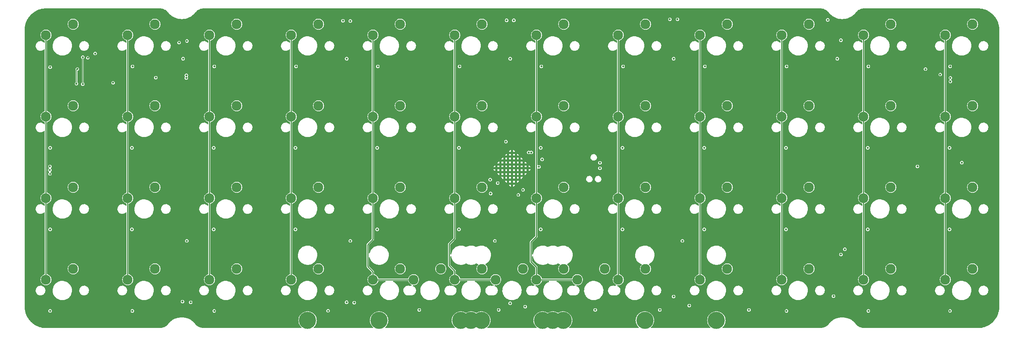
<source format=gbr>
%TF.GenerationSoftware,KiCad,Pcbnew,7.0.1*%
%TF.CreationDate,2023-07-16T15:06:48-04:00*%
%TF.ProjectId,PCB,5043422e-6b69-4636-9164-5f7063625858,rev?*%
%TF.SameCoordinates,Original*%
%TF.FileFunction,Copper,L2,Inr*%
%TF.FilePolarity,Positive*%
%FSLAX46Y46*%
G04 Gerber Fmt 4.6, Leading zero omitted, Abs format (unit mm)*
G04 Created by KiCad (PCBNEW 7.0.1) date 2023-07-16 15:06:48*
%MOMM*%
%LPD*%
G01*
G04 APERTURE LIST*
%TA.AperFunction,ComponentPad*%
%ADD10C,2.300000*%
%TD*%
%TA.AperFunction,ComponentPad*%
%ADD11C,4.000000*%
%TD*%
%TA.AperFunction,ComponentPad*%
%ADD12C,0.500000*%
%TD*%
%TA.AperFunction,ViaPad*%
%ADD13C,0.500000*%
%TD*%
%TA.AperFunction,Conductor*%
%ADD14C,0.254000*%
%TD*%
%TA.AperFunction,Conductor*%
%ADD15C,0.127000*%
%TD*%
G04 APERTURE END LIST*
D10*
%TO.N,COL8*%
%TO.C,SW32*%
X176847500Y-72469375D03*
%TO.N,Net-(D32-A)*%
X183197500Y-69929375D03*
%TD*%
%TO.N,COL3*%
%TO.C,SW39*%
X81597500Y-91519375D03*
%TO.N,Net-(D39-A)*%
X87947500Y-88979375D03*
%TD*%
D11*
%TO.N,*%
%TO.C,S2*%
X199707500Y-101044375D03*
X104457500Y-101044375D03*
%TD*%
D10*
%TO.N,COL4*%
%TO.C,SW16*%
X100647500Y-53419375D03*
%TO.N,Net-(D16-A)*%
X106997500Y-50879375D03*
%TD*%
%TO.N,COL8*%
%TO.C,SW44*%
X176847500Y-91519375D03*
%TO.N,Net-(D44-A)*%
X183197500Y-88979375D03*
%TD*%
%TO.N,COL11*%
%TO.C,SW11*%
X233997500Y-34369375D03*
%TO.N,Net-(D11-A)*%
X240347500Y-31829375D03*
%TD*%
%TO.N,COL8*%
%TO.C,SW8*%
X176847500Y-34369375D03*
%TO.N,Net-(D8-A)*%
X183197500Y-31829375D03*
%TD*%
%TO.N,COL7*%
%TO.C,SW51*%
X167322500Y-91519375D03*
%TO.N,unconnected-(SW51-Pad2)*%
X173672500Y-88979375D03*
%TD*%
%TO.N,COL10*%
%TO.C,SW22*%
X214947500Y-53419375D03*
%TO.N,Net-(D22-A)*%
X221297500Y-50879375D03*
%TD*%
%TO.N,COL4*%
%TO.C,SW28*%
X100647500Y-72469375D03*
%TO.N,Net-(D28-A)*%
X106997500Y-69929375D03*
%TD*%
%TO.N,COL11*%
%TO.C,SW47*%
X233997500Y-91519375D03*
%TO.N,Net-(D47-A)*%
X240347500Y-88979375D03*
%TD*%
%TO.N,COL10*%
%TO.C,SW46*%
X214947500Y-91519375D03*
%TO.N,Net-(D46-A)*%
X221297500Y-88979375D03*
%TD*%
D11*
%TO.N,*%
%TO.C,S1*%
X163988750Y-101044375D03*
X140176250Y-101044375D03*
%TD*%
D10*
%TO.N,COL7*%
%TO.C,SW43*%
X157797500Y-91519375D03*
%TO.N,Net-(D43-A)*%
X164147500Y-88979375D03*
%TD*%
%TO.N,COL10*%
%TO.C,SW10*%
X214947500Y-34369375D03*
%TO.N,Net-(D10-A)*%
X221297500Y-31829375D03*
%TD*%
D11*
%TO.N,*%
%TO.C,S3*%
X142557500Y-101044375D03*
X104457500Y-101044375D03*
%TD*%
D10*
%TO.N,COL10*%
%TO.C,SW34*%
X214947500Y-72469375D03*
%TO.N,Net-(D34-A)*%
X221297500Y-69929375D03*
%TD*%
%TO.N,COL5*%
%TO.C,SW29*%
X119697500Y-72469375D03*
%TO.N,Net-(D29-A)*%
X126047500Y-69929375D03*
%TD*%
%TO.N,COL7*%
%TO.C,SW19*%
X157797500Y-53419375D03*
%TO.N,Net-(D19-A)*%
X164147500Y-50879375D03*
%TD*%
%TO.N,COL4*%
%TO.C,SW4*%
X100647500Y-34369375D03*
%TO.N,Net-(D4-A)*%
X106997500Y-31829375D03*
%TD*%
%TO.N,COL5*%
%TO.C,SW49*%
X129151875Y-91519375D03*
%TO.N,unconnected-(SW49-Pad2)*%
X135501875Y-88979375D03*
%TD*%
%TO.N,COL9*%
%TO.C,SW45*%
X195897500Y-91519375D03*
%TO.N,Net-(D45-A)*%
X202247500Y-88979375D03*
%TD*%
%TO.N,COL9*%
%TO.C,SW9*%
X195897500Y-34369375D03*
%TO.N,Net-(D9-A)*%
X202247500Y-31829375D03*
%TD*%
D11*
%TO.N,*%
%TO.C,S4*%
X199707500Y-101044375D03*
X161607500Y-101044375D03*
%TD*%
D10*
%TO.N,COL1*%
%TO.C,SW1*%
X43497500Y-34369375D03*
%TO.N,/Switch Matrix/SKY_MAT_1*%
X49847500Y-31829375D03*
%TD*%
%TO.N,COL12*%
%TO.C,SW36*%
X253047500Y-72469375D03*
%TO.N,Net-(D36-A)*%
X259397500Y-69929375D03*
%TD*%
%TO.N,COL9*%
%TO.C,SW33*%
X195897500Y-72469375D03*
%TO.N,Net-(D33-A)*%
X202247500Y-69929375D03*
%TD*%
%TO.N,COL3*%
%TO.C,SW3*%
X81597500Y-34369375D03*
%TO.N,Net-(D3-A)*%
X87947500Y-31829375D03*
%TD*%
%TO.N,COL3*%
%TO.C,SW27*%
X81597500Y-72469375D03*
%TO.N,Net-(D27-A)*%
X87947500Y-69929375D03*
%TD*%
%TO.N,COL12*%
%TO.C,SW12*%
X253047500Y-34369375D03*
%TO.N,/Switch Matrix/SKY_MAT_2*%
X259397500Y-31829375D03*
%TD*%
%TO.N,COL12*%
%TO.C,SW48*%
X253047500Y-91519375D03*
%TO.N,Net-(D48-A)*%
X259397500Y-88979375D03*
%TD*%
%TO.N,COL11*%
%TO.C,SW35*%
X233997500Y-72469375D03*
%TO.N,Net-(D35-A)*%
X240347500Y-69929375D03*
%TD*%
%TO.N,COL1*%
%TO.C,SW13*%
X43497500Y-53419375D03*
%TO.N,Net-(D13-A)*%
X49847500Y-50879375D03*
%TD*%
%TO.N,COL2*%
%TO.C,SW38*%
X62547500Y-91519375D03*
%TO.N,Net-(D38-A)*%
X68897500Y-88979375D03*
%TD*%
%TO.N,COL7*%
%TO.C,SW31*%
X157797500Y-72469375D03*
%TO.N,Net-(D31-A)*%
X164147500Y-69929375D03*
%TD*%
%TO.N,COL6*%
%TO.C,SW50*%
X148272500Y-91519375D03*
%TO.N,unconnected-(SW50-Pad2)*%
X154622500Y-88979375D03*
%TD*%
%TO.N,COL11*%
%TO.C,SW23*%
X233997500Y-53419375D03*
%TO.N,Net-(D23-A)*%
X240347500Y-50879375D03*
%TD*%
%TO.N,COL5*%
%TO.C,SW17*%
X119697500Y-53419375D03*
%TO.N,Net-(D17-A)*%
X126047500Y-50879375D03*
%TD*%
%TO.N,COL1*%
%TO.C,SW25*%
X43497500Y-72469375D03*
%TO.N,Net-(D25-A)*%
X49847500Y-69929375D03*
%TD*%
D11*
%TO.N,*%
%TO.C,S6*%
X183038750Y-101044375D03*
X159226250Y-101044375D03*
%TD*%
D10*
%TO.N,COL5*%
%TO.C,SW5*%
X119697500Y-34369375D03*
%TO.N,Net-(D5-A)*%
X126047500Y-31829375D03*
%TD*%
%TO.N,COL7*%
%TO.C,SW7*%
X157797500Y-34369375D03*
%TO.N,Net-(D7-A)*%
X164147500Y-31829375D03*
%TD*%
%TO.N,COL6*%
%TO.C,SW30*%
X138747500Y-72469375D03*
%TO.N,Net-(D30-A)*%
X145097500Y-69929375D03*
%TD*%
%TO.N,COL2*%
%TO.C,SW2*%
X62547500Y-34369375D03*
%TO.N,Net-(D2-A)*%
X68897500Y-31829375D03*
%TD*%
%TO.N,COL6*%
%TO.C,SW42*%
X138747500Y-91519375D03*
%TO.N,Net-(D42-A)*%
X145097500Y-88979375D03*
%TD*%
%TO.N,COL3*%
%TO.C,SW15*%
X81597500Y-53419375D03*
%TO.N,Net-(D15-A)*%
X87947500Y-50879375D03*
%TD*%
%TO.N,COL12*%
%TO.C,SW24*%
X253047500Y-53419375D03*
%TO.N,Net-(D24-A)*%
X259397500Y-50879375D03*
%TD*%
%TO.N,COL6*%
%TO.C,SW18*%
X138747500Y-53419375D03*
%TO.N,Net-(D18-A)*%
X145097500Y-50879375D03*
%TD*%
%TO.N,COL9*%
%TO.C,SW21*%
X195897500Y-53419375D03*
%TO.N,Net-(D21-A)*%
X202247500Y-50879375D03*
%TD*%
%TO.N,COL4*%
%TO.C,SW40*%
X100647500Y-91519375D03*
%TO.N,Net-(D40-A)*%
X106997500Y-88979375D03*
%TD*%
%TO.N,COL2*%
%TO.C,SW26*%
X62547500Y-72469375D03*
%TO.N,Net-(D26-A)*%
X68897500Y-69929375D03*
%TD*%
%TO.N,COL5*%
%TO.C,SW41*%
X119697500Y-91519375D03*
%TO.N,Net-(D41-A)*%
X126047500Y-88979375D03*
%TD*%
%TO.N,COL1*%
%TO.C,SW37*%
X43497500Y-91519375D03*
%TO.N,Net-(D37-A)*%
X49847500Y-88979375D03*
%TD*%
%TO.N,COL8*%
%TO.C,SW20*%
X176847500Y-53419375D03*
%TO.N,Net-(D20-A)*%
X183197500Y-50879375D03*
%TD*%
%TO.N,COL6*%
%TO.C,SW6*%
X138747500Y-34369375D03*
%TO.N,Net-(D6-A)*%
X145097500Y-31829375D03*
%TD*%
%TO.N,COL2*%
%TO.C,SW14*%
X62547500Y-53419375D03*
%TO.N,Net-(D14-A)*%
X68897500Y-50879375D03*
%TD*%
D11*
%TO.N,*%
%TO.C,S5*%
X144938750Y-101044375D03*
X121126250Y-101044375D03*
%TD*%
D12*
%TO.N,GND*%
%TO.C,U2*%
X148476255Y-65484375D03*
X149377817Y-66385936D03*
X150279378Y-67287497D03*
X151180939Y-68189058D03*
X152082500Y-69090620D03*
X149377817Y-64582814D03*
X150279378Y-65484375D03*
X151180939Y-66385936D03*
X152082500Y-67287497D03*
X152984061Y-68189058D03*
X150279378Y-63681253D03*
X151180939Y-64582814D03*
X152082500Y-65484375D03*
X152984061Y-66385936D03*
X153885622Y-67287497D03*
X151180939Y-62779692D03*
X152082500Y-63681253D03*
X152984061Y-64582814D03*
X153885622Y-65484375D03*
X154787183Y-66385936D03*
X152082500Y-61878130D03*
X152984061Y-62779692D03*
X153885622Y-63681253D03*
X154787183Y-64582814D03*
X155688745Y-65484375D03*
%TD*%
D13*
%TO.N,/~{RST}*%
X147112500Y-71394375D03*
X172572500Y-65484375D03*
X148752500Y-68944375D03*
%TO.N,GND*%
X74993500Y-42243375D03*
X258132500Y-66754375D03*
X155212500Y-76734375D03*
X59067700Y-47399575D03*
X154232500Y-71034375D03*
X60261500Y-48720375D03*
X172572500Y-66754375D03*
X158412500Y-62724375D03*
X188892500Y-97234375D03*
X63817500Y-44148375D03*
X77162500Y-31064375D03*
X68160900Y-46510575D03*
X229552500Y-35454375D03*
X80311379Y-48817389D03*
X112702500Y-97074375D03*
X147682500Y-68864375D03*
X149992500Y-59954375D03*
X41412500Y-64204375D03*
X115252500Y-30864375D03*
X227002500Y-97244375D03*
X74592500Y-97044375D03*
X153362500Y-30934375D03*
X150802500Y-97054375D03*
%TO.N,/VFused_*%
X189742500Y-39894375D03*
X76312500Y-82454375D03*
X148072500Y-82454375D03*
X44402500Y-65904375D03*
X246562500Y-65064375D03*
X69092500Y-44314375D03*
X227882500Y-39894375D03*
X191772500Y-82454375D03*
X228712500Y-85644375D03*
X114412500Y-82454375D03*
X75452500Y-39894375D03*
X113562500Y-39894375D03*
X151662500Y-39894375D03*
%TO.N,+3.3V*%
X172572500Y-64214375D03*
X147002500Y-68164375D03*
X53242500Y-39674375D03*
X59143900Y-45519975D03*
X153562500Y-71714375D03*
X251853700Y-43589575D03*
X159092500Y-63414375D03*
X158362500Y-65154375D03*
X150672500Y-59274375D03*
%TO.N,/DN*%
X155979000Y-61794375D03*
X76212500Y-44407875D03*
%TO.N,/DP*%
X76212500Y-43780875D03*
X156606000Y-61794375D03*
%TO.N,/RGB_CTRL*%
X154662500Y-70534375D03*
X229622500Y-84414375D03*
%TO.N,Net-(LED1-DOUT)*%
X226992500Y-95364375D03*
X193392500Y-97564375D03*
%TO.N,Net-(LED2-DOUT)*%
X189752500Y-95444375D03*
X155142500Y-97814375D03*
%TO.N,Net-(LED3-DOUT)*%
X115322500Y-96884375D03*
X151652500Y-97034375D03*
%TO.N,Net-(LED4-DOUT)*%
X77212500Y-96804375D03*
X113552500Y-96794375D03*
%TO.N,Net-(LED5-DOUT)*%
X44432500Y-66794375D03*
X75312500Y-96634375D03*
%TO.N,Net-(Q2-G)*%
X248424700Y-42319575D03*
%TO.N,Net-(Q3-G)*%
X54962500Y-38674375D03*
%TO.N,Net-(LED6-DOUT)*%
X44422500Y-65054375D03*
X74522500Y-36124375D03*
%TO.N,Net-(LED7-DOUT)*%
X76342500Y-35744375D03*
X112702500Y-31014375D03*
%TO.N,Net-(LED8-DOUT)*%
X150822500Y-30924375D03*
X114412500Y-31074375D03*
%TO.N,ROW1*%
X101765100Y-41684575D03*
X216065100Y-41684575D03*
X197015100Y-41684575D03*
X63665100Y-41684575D03*
X44472500Y-41874375D03*
X120815100Y-41684575D03*
X254165100Y-41684575D03*
X139865100Y-41684575D03*
X82715100Y-41684575D03*
X235115100Y-41684575D03*
X158915100Y-41684575D03*
X177965100Y-41684575D03*
%TO.N,ROW2*%
X158772500Y-60724375D03*
X234972500Y-60724375D03*
X139722500Y-60724375D03*
X254022500Y-60724375D03*
X63522500Y-60724375D03*
X82572500Y-60724375D03*
X101622500Y-60724375D03*
X215922500Y-60724375D03*
X120672500Y-60724375D03*
X196872500Y-60724375D03*
X177822500Y-60724375D03*
X44472500Y-60724375D03*
%TO.N,ROW3*%
X120672500Y-79774375D03*
X234972500Y-79774375D03*
X158772500Y-79774375D03*
X82572500Y-79774375D03*
X215922500Y-79774375D03*
X63522500Y-79774375D03*
X101622500Y-79774375D03*
X44472500Y-79774375D03*
X254022500Y-79774375D03*
X196872500Y-79774375D03*
X177822500Y-79774375D03*
X139722500Y-79774375D03*
%TO.N,ROW4*%
X186522500Y-98594375D03*
X216042500Y-98824375D03*
X63632500Y-98824375D03*
X254142500Y-98814375D03*
X171472500Y-98594375D03*
X109222500Y-98790375D03*
X148982500Y-98594375D03*
X235112500Y-98824375D03*
X82702500Y-98824375D03*
X207282500Y-98584375D03*
X130482500Y-98584375D03*
X44462500Y-98814375D03*
%TO.N,ENC1A*%
X50812500Y-42304375D03*
X50602500Y-45714375D03*
%TO.N,ENC1B*%
X52072500Y-39524375D03*
X52072500Y-45824375D03*
%TO.N,ENC2A*%
X254232500Y-45224375D03*
%TO.N,ENC2B*%
X254232500Y-44344375D03*
%TO.N,Net-(LED10-DIN)*%
X188862500Y-30674375D03*
X152502500Y-30924375D03*
%TO.N,Net-(LED10-DOUT)*%
X225652500Y-30824375D03*
X190642500Y-30684375D03*
%TO.N,Net-(LED11-DOUT)*%
X256882500Y-64174375D03*
X228712500Y-35574375D03*
%TD*%
D14*
%TO.N,COL1*%
X43497500Y-34369375D02*
X43497500Y-91519375D01*
%TO.N,COL2*%
X62547500Y-34369375D02*
X62547500Y-53419375D01*
X62547500Y-91519375D02*
X62547500Y-53419375D01*
%TO.N,COL3*%
X81597500Y-34369375D02*
X81597500Y-91519375D01*
%TO.N,COL4*%
X100647500Y-34369375D02*
X100647500Y-91519375D01*
%TO.N,COL5*%
X119697500Y-82070575D02*
X119697500Y-72469375D01*
X119697500Y-91519375D02*
X119697500Y-89665175D01*
X119697500Y-34369375D02*
X119697500Y-72469375D01*
X119697500Y-89665175D02*
X118452900Y-88420575D01*
X118452900Y-83315175D02*
X119697500Y-82070575D01*
X119697500Y-91519375D02*
X129151875Y-91519375D01*
X118452900Y-88420575D02*
X118452900Y-83315175D01*
%TO.N,COL6*%
X138747500Y-91519375D02*
X138747500Y-89487375D01*
X138747500Y-34369375D02*
X138747500Y-72469375D01*
X138747500Y-91519375D02*
X148272500Y-91519375D01*
X137452100Y-83188175D02*
X138747500Y-81892775D01*
X138747500Y-89487375D02*
X137452100Y-88191975D01*
X137452100Y-88191975D02*
X137452100Y-83188175D01*
X138747500Y-81892775D02*
X138747500Y-72469375D01*
%TO.N,COL7*%
X156502100Y-82730975D02*
X156502100Y-87277575D01*
X157797500Y-81435575D02*
X156502100Y-82730975D01*
X157797500Y-91519375D02*
X167322500Y-91519375D01*
X156502100Y-87277575D02*
X157797500Y-88572975D01*
X157797500Y-72469375D02*
X157797500Y-81435575D01*
X157797500Y-88572975D02*
X157797500Y-91519375D01*
X157797500Y-72469375D02*
X157797500Y-34369375D01*
%TO.N,COL8*%
X176847500Y-91519375D02*
X176847500Y-72469375D01*
X176847500Y-34369375D02*
X176847500Y-72469375D01*
%TO.N,COL9*%
X195897500Y-91519375D02*
X195897500Y-34369375D01*
%TO.N,COL10*%
X214947500Y-34369375D02*
X214947500Y-91519375D01*
%TO.N,COL11*%
X233997500Y-91519375D02*
X233997500Y-34369375D01*
%TO.N,COL12*%
X253047500Y-34369375D02*
X253047500Y-91519375D01*
D15*
%TO.N,ENC1A*%
X50812500Y-42304375D02*
X50602500Y-42514375D01*
X50602500Y-42514375D02*
X50602500Y-45714375D01*
%TO.N,ENC1B*%
X52072500Y-45824375D02*
X52072500Y-39524375D01*
%TD*%
%TA.AperFunction,Conductor*%
%TO.N,GND*%
G36*
X70012529Y-28135074D02*
G01*
X70012547Y-28135075D01*
X70070254Y-28138351D01*
X70070732Y-28138380D01*
X70302437Y-28153422D01*
X70315386Y-28154951D01*
X70430574Y-28174750D01*
X70433451Y-28175280D01*
X70603200Y-28208726D01*
X70613895Y-28211333D01*
X70736450Y-28247068D01*
X70741173Y-28248551D01*
X70895410Y-28300392D01*
X70903835Y-28303570D01*
X71024618Y-28354240D01*
X71030953Y-28357112D01*
X71175134Y-28427466D01*
X71181336Y-28430713D01*
X71295550Y-28494707D01*
X71303261Y-28499405D01*
X71439044Y-28589081D01*
X71443110Y-28591885D01*
X71546678Y-28666484D01*
X71555349Y-28673337D01*
X71623617Y-28732418D01*
X71686127Y-28786517D01*
X71688345Y-28788484D01*
X71739519Y-28834996D01*
X71774837Y-28867097D01*
X71784025Y-28876377D01*
X71841243Y-28940608D01*
X71937800Y-29048999D01*
X71938387Y-29049664D01*
X71976981Y-29093705D01*
X71981447Y-29099100D01*
X72096955Y-29246994D01*
X72096959Y-29246999D01*
X72360112Y-29524734D01*
X72360118Y-29524739D01*
X72648583Y-29776105D01*
X72728296Y-29833159D01*
X72959722Y-29998799D01*
X73290682Y-30190781D01*
X73638465Y-30350311D01*
X73913874Y-30446031D01*
X73999874Y-30475921D01*
X74371624Y-30566471D01*
X74371628Y-30566471D01*
X74371630Y-30566472D01*
X74442929Y-30576763D01*
X74750318Y-30621134D01*
X75132500Y-30639411D01*
X75514682Y-30621134D01*
X75893376Y-30566471D01*
X76265126Y-30475921D01*
X76483846Y-30399903D01*
X76626534Y-30350311D01*
X76974317Y-30190781D01*
X77205321Y-30056780D01*
X77305281Y-29998797D01*
X77616417Y-29776105D01*
X77904882Y-29524739D01*
X78168045Y-29246994D01*
X78283651Y-29098975D01*
X78288076Y-29093626D01*
X78326312Y-29049998D01*
X78326608Y-29049664D01*
X78480986Y-28876365D01*
X78490145Y-28867115D01*
X78576722Y-28788429D01*
X78578846Y-28786545D01*
X78709670Y-28673331D01*
X78718277Y-28666528D01*
X78821915Y-28591882D01*
X78825930Y-28589112D01*
X78961761Y-28499409D01*
X78969435Y-28494733D01*
X79083689Y-28430721D01*
X79089871Y-28427484D01*
X79234046Y-28357136D01*
X79240396Y-28354258D01*
X79361178Y-28303590D01*
X79369563Y-28300426D01*
X79523843Y-28248572D01*
X79528561Y-28247093D01*
X79651108Y-28211362D01*
X79661820Y-28208750D01*
X79831552Y-28175309D01*
X79834344Y-28174794D01*
X79949645Y-28154977D01*
X79962595Y-28153447D01*
X80191096Y-28138592D01*
X80191751Y-28138552D01*
X80253021Y-28135073D01*
X80260040Y-28134875D01*
X223905505Y-28134875D01*
X223912541Y-28135075D01*
X223919134Y-28135449D01*
X223970289Y-28138357D01*
X223970776Y-28138387D01*
X224202438Y-28153441D01*
X224215345Y-28154966D01*
X224330667Y-28174793D01*
X224333419Y-28175300D01*
X224503195Y-28208759D01*
X224513883Y-28211365D01*
X224636402Y-28247092D01*
X224641181Y-28248592D01*
X224649535Y-28251400D01*
X224795394Y-28300427D01*
X224803820Y-28303605D01*
X224924588Y-28354268D01*
X224930960Y-28357157D01*
X225075123Y-28427499D01*
X225081326Y-28430747D01*
X225154892Y-28471964D01*
X225195532Y-28494733D01*
X225203254Y-28499437D01*
X225204582Y-28500314D01*
X225339065Y-28589123D01*
X225343116Y-28591918D01*
X225446669Y-28666498D01*
X225455338Y-28673348D01*
X225586174Y-28786563D01*
X225588287Y-28788437D01*
X225674843Y-28867096D01*
X225684022Y-28876368D01*
X225730838Y-28928923D01*
X225840016Y-29051486D01*
X225840674Y-29052230D01*
X225876593Y-29093209D01*
X225881070Y-29098618D01*
X225896168Y-29117949D01*
X225996575Y-29246508D01*
X225996959Y-29246999D01*
X226260112Y-29524734D01*
X226260118Y-29524739D01*
X226548583Y-29776105D01*
X226628296Y-29833159D01*
X226859722Y-29998799D01*
X227190682Y-30190781D01*
X227538465Y-30350311D01*
X227813874Y-30446031D01*
X227899874Y-30475921D01*
X228271624Y-30566471D01*
X228271628Y-30566471D01*
X228271630Y-30566472D01*
X228342929Y-30576763D01*
X228650318Y-30621134D01*
X229032500Y-30639411D01*
X229414682Y-30621134D01*
X229793376Y-30566471D01*
X230165126Y-30475921D01*
X230383846Y-30399903D01*
X230526534Y-30350311D01*
X230874317Y-30190781D01*
X231105321Y-30056780D01*
X231205281Y-29998797D01*
X231516417Y-29776105D01*
X231804882Y-29524739D01*
X232068045Y-29246994D01*
X232183648Y-29098978D01*
X232188091Y-29093609D01*
X232226242Y-29050074D01*
X232226625Y-29049641D01*
X232380991Y-28876344D01*
X232390127Y-28867117D01*
X232476720Y-28788414D01*
X232478818Y-28786552D01*
X232609648Y-28673327D01*
X232618295Y-28666494D01*
X232721900Y-28591870D01*
X232725959Y-28589071D01*
X232861737Y-28499400D01*
X232869421Y-28494719D01*
X232983672Y-28430706D01*
X232989862Y-28427464D01*
X233134044Y-28357113D01*
X233140370Y-28354246D01*
X233261170Y-28303571D01*
X233269584Y-28300398D01*
X233423827Y-28248558D01*
X233428515Y-28247087D01*
X233551116Y-28211342D01*
X233561799Y-28208738D01*
X233731592Y-28175289D01*
X233734282Y-28174793D01*
X233849658Y-28154966D01*
X233862603Y-28153437D01*
X234091110Y-28138589D01*
X234091226Y-28138582D01*
X234140549Y-28135783D01*
X234153056Y-28135074D01*
X234160077Y-28134875D01*
X260629943Y-28134875D01*
X260635064Y-28134981D01*
X260849931Y-28143863D01*
X261045959Y-28152418D01*
X261055824Y-28153247D01*
X261269305Y-28179853D01*
X261467462Y-28205939D01*
X261476702Y-28207513D01*
X261686008Y-28251397D01*
X261687337Y-28251683D01*
X261882916Y-28295039D01*
X261891387Y-28297236D01*
X262096158Y-28358196D01*
X262097866Y-28358720D01*
X262289211Y-28419047D01*
X262296962Y-28421778D01*
X262495865Y-28499387D01*
X262498070Y-28500274D01*
X262683507Y-28577082D01*
X262690501Y-28580236D01*
X262714364Y-28591902D01*
X262882121Y-28673912D01*
X262884916Y-28675323D01*
X263062956Y-28768002D01*
X263069164Y-28771463D01*
X263252365Y-28880626D01*
X263255440Y-28882521D01*
X263424817Y-28990424D01*
X263430209Y-28994062D01*
X263603756Y-29117970D01*
X263607114Y-29120457D01*
X263766449Y-29242717D01*
X263771101Y-29246468D01*
X263771728Y-29246999D01*
X263933750Y-29384223D01*
X263937378Y-29387419D01*
X264085465Y-29523115D01*
X264089336Y-29526821D01*
X264212210Y-29649695D01*
X264240056Y-29677541D01*
X264243794Y-29681446D01*
X264330533Y-29776105D01*
X264379455Y-29829493D01*
X264382646Y-29833114D01*
X264439095Y-29899764D01*
X264520397Y-29995756D01*
X264524151Y-30000411D01*
X264646408Y-30159740D01*
X264648950Y-30163173D01*
X264772804Y-30336643D01*
X264776466Y-30342071D01*
X264884353Y-30511419D01*
X264886284Y-30514553D01*
X264905616Y-30546995D01*
X264995419Y-30697706D01*
X264998885Y-30703922D01*
X265091560Y-30881950D01*
X265092972Y-30884747D01*
X265186646Y-31076363D01*
X265189806Y-31083371D01*
X265266583Y-31268731D01*
X265267540Y-31271109D01*
X265345102Y-31469887D01*
X265347845Y-31477674D01*
X265408140Y-31668910D01*
X265408724Y-31670816D01*
X265469648Y-31875459D01*
X265471864Y-31884003D01*
X265515198Y-32079485D01*
X265515498Y-32080876D01*
X265559380Y-32290165D01*
X265560958Y-32299428D01*
X265586999Y-32497252D01*
X265587108Y-32498099D01*
X265613643Y-32710996D01*
X265614477Y-32720933D01*
X265623253Y-32922286D01*
X265623182Y-32922289D01*
X265623266Y-32922562D01*
X265631894Y-33131230D01*
X265632000Y-33136353D01*
X265632000Y-97831810D01*
X265631894Y-97836936D01*
X265623019Y-98051423D01*
X265623007Y-98051708D01*
X265614442Y-98247799D01*
X265613608Y-98257727D01*
X265587066Y-98470647D01*
X265586957Y-98471494D01*
X265560912Y-98669310D01*
X265559334Y-98678573D01*
X265515434Y-98887926D01*
X265515133Y-98889317D01*
X265471811Y-99084719D01*
X265469596Y-99093261D01*
X265408656Y-99297951D01*
X265408072Y-99299858D01*
X265347788Y-99491048D01*
X265345044Y-99498835D01*
X265267489Y-99697587D01*
X265266533Y-99699965D01*
X265189732Y-99885374D01*
X265186571Y-99892381D01*
X265092931Y-100083924D01*
X265091520Y-100086720D01*
X264998811Y-100264811D01*
X264995344Y-100271028D01*
X264886232Y-100454140D01*
X264884290Y-100457291D01*
X264776398Y-100626647D01*
X264772735Y-100632076D01*
X264648890Y-100805531D01*
X264646349Y-100808963D01*
X264524106Y-100968273D01*
X264520352Y-100972928D01*
X264382586Y-101135588D01*
X264379386Y-101139220D01*
X264243737Y-101287255D01*
X264239997Y-101291163D01*
X264089295Y-101441866D01*
X264085387Y-101445607D01*
X263937305Y-101581301D01*
X263933672Y-101584501D01*
X263771062Y-101722225D01*
X263766408Y-101725978D01*
X263607105Y-101848218D01*
X263603672Y-101850760D01*
X263430184Y-101974629D01*
X263424756Y-101978292D01*
X263255420Y-102086173D01*
X263252268Y-102088115D01*
X263069145Y-102197234D01*
X263062929Y-102200701D01*
X262884850Y-102293406D01*
X262882053Y-102294817D01*
X262690497Y-102388465D01*
X262683490Y-102391626D01*
X262498083Y-102468426D01*
X262495705Y-102469382D01*
X262296954Y-102546937D01*
X262289167Y-102549680D01*
X262097941Y-102609976D01*
X262096036Y-102610560D01*
X261891405Y-102671485D01*
X261882861Y-102673701D01*
X261687324Y-102717053D01*
X261685933Y-102717353D01*
X261476717Y-102761225D01*
X261467455Y-102762804D01*
X261269451Y-102788875D01*
X261268604Y-102788983D01*
X261055873Y-102815504D01*
X261045937Y-102816339D01*
X260844727Y-102825116D01*
X260844450Y-102825128D01*
X260635642Y-102833769D01*
X260630515Y-102833875D01*
X234159498Y-102833875D01*
X234152457Y-102833675D01*
X234095012Y-102830408D01*
X234094012Y-102830347D01*
X233862585Y-102815308D01*
X233849615Y-102813776D01*
X233734454Y-102793976D01*
X233731490Y-102793429D01*
X233561834Y-102759995D01*
X233551107Y-102757380D01*
X233428793Y-102721712D01*
X233428608Y-102721658D01*
X233423814Y-102720153D01*
X233269604Y-102668317D01*
X233261143Y-102665126D01*
X233210623Y-102643932D01*
X233140443Y-102614490D01*
X233134042Y-102611588D01*
X232989892Y-102541251D01*
X232983671Y-102537994D01*
X232869468Y-102474009D01*
X232861753Y-102469309D01*
X232726008Y-102379664D01*
X232721872Y-102376810D01*
X232618320Y-102302229D01*
X232609654Y-102295382D01*
X232478899Y-102182233D01*
X232476657Y-102180245D01*
X232390169Y-102101645D01*
X232380979Y-102092363D01*
X232236452Y-101930134D01*
X232226126Y-101918542D01*
X232225627Y-101917978D01*
X232188201Y-101875278D01*
X232183727Y-101869872D01*
X232113278Y-101779671D01*
X232068045Y-101721756D01*
X232068043Y-101721754D01*
X232068040Y-101721750D01*
X231804887Y-101444015D01*
X231516416Y-101192644D01*
X231205277Y-100969950D01*
X230874317Y-100777968D01*
X230526534Y-100618438D01*
X230165136Y-100492832D01*
X230165131Y-100492830D01*
X230165126Y-100492829D01*
X229920996Y-100433364D01*
X229793369Y-100402277D01*
X229414677Y-100347615D01*
X229032499Y-100329338D01*
X228650322Y-100347615D01*
X228271630Y-100402277D01*
X228081902Y-100448491D01*
X227899874Y-100492829D01*
X227899870Y-100492830D01*
X227899863Y-100492832D01*
X227538465Y-100618438D01*
X227190682Y-100777968D01*
X226859722Y-100969950D01*
X226548583Y-101192644D01*
X226260112Y-101444015D01*
X225996959Y-101721750D01*
X225881356Y-101869765D01*
X225876885Y-101875167D01*
X225838980Y-101918418D01*
X225838316Y-101919170D01*
X225684024Y-102092376D01*
X225674833Y-102101659D01*
X225588361Y-102180251D01*
X225586106Y-102182251D01*
X225455352Y-102295408D01*
X225446680Y-102302261D01*
X225343157Y-102376828D01*
X225339020Y-102379683D01*
X225203270Y-102469337D01*
X225195546Y-102474043D01*
X225081340Y-102538033D01*
X225075107Y-102541296D01*
X224930976Y-102611627D01*
X224924568Y-102614532D01*
X224803868Y-102665169D01*
X224795405Y-102668362D01*
X224641186Y-102720200D01*
X224636392Y-102721704D01*
X224513909Y-102757421D01*
X224503169Y-102760039D01*
X224333542Y-102793465D01*
X224330577Y-102794012D01*
X224215410Y-102813811D01*
X224202427Y-102815344D01*
X223968092Y-102830543D01*
X223967102Y-102830603D01*
X223919950Y-102833282D01*
X223913043Y-102833675D01*
X223906011Y-102833875D01*
X201227972Y-102833875D01*
X201169425Y-102819183D01*
X201124752Y-102778589D01*
X201104538Y-102721712D01*
X201113574Y-102662031D01*
X201149715Y-102613688D01*
X201163025Y-102602861D01*
X201361682Y-102390152D01*
X201492227Y-102205211D01*
X201529523Y-102152376D01*
X201529525Y-102152373D01*
X201663427Y-101893954D01*
X201760893Y-101619709D01*
X201820109Y-101334746D01*
X201839971Y-101044375D01*
X201820109Y-100754004D01*
X201760893Y-100469041D01*
X201663427Y-100194796D01*
X201529525Y-99936377D01*
X201529523Y-99936373D01*
X201361683Y-99698599D01*
X201163025Y-99485889D01*
X201128381Y-99457704D01*
X200937254Y-99302210D01*
X200688575Y-99150986D01*
X200421621Y-99035031D01*
X200260428Y-98989867D01*
X200141362Y-98956506D01*
X199853025Y-98916875D01*
X199561975Y-98916875D01*
X199273637Y-98956506D01*
X199118881Y-98999867D01*
X198993379Y-99035031D01*
X198993377Y-99035031D01*
X198993376Y-99035032D01*
X198726424Y-99150986D01*
X198477747Y-99302209D01*
X198251974Y-99485889D01*
X198053316Y-99698599D01*
X197885476Y-99936373D01*
X197751571Y-100194799D01*
X197654106Y-100469041D01*
X197594891Y-100753999D01*
X197575028Y-101044374D01*
X197594891Y-101334750D01*
X197654106Y-101619708D01*
X197751571Y-101893950D01*
X197885476Y-102152376D01*
X198053316Y-102390150D01*
X198054703Y-102391635D01*
X198251975Y-102602861D01*
X198265284Y-102613688D01*
X198301426Y-102662031D01*
X198310462Y-102721712D01*
X198290248Y-102778589D01*
X198245575Y-102819183D01*
X198187028Y-102833875D01*
X184559222Y-102833875D01*
X184500675Y-102819183D01*
X184456002Y-102778589D01*
X184435788Y-102721712D01*
X184444824Y-102662031D01*
X184480965Y-102613688D01*
X184494275Y-102602861D01*
X184692932Y-102390152D01*
X184823477Y-102205211D01*
X184860773Y-102152376D01*
X184860775Y-102152373D01*
X184994677Y-101893954D01*
X185092143Y-101619709D01*
X185151359Y-101334746D01*
X185171221Y-101044375D01*
X185151359Y-100754004D01*
X185092143Y-100469041D01*
X184994677Y-100194796D01*
X184860775Y-99936377D01*
X184860773Y-99936373D01*
X184692933Y-99698599D01*
X184494275Y-99485889D01*
X184459631Y-99457704D01*
X184268504Y-99302210D01*
X184019825Y-99150986D01*
X183752871Y-99035031D01*
X183591678Y-98989867D01*
X183472612Y-98956506D01*
X183184275Y-98916875D01*
X182893225Y-98916875D01*
X182604887Y-98956506D01*
X182450131Y-98999867D01*
X182324629Y-99035031D01*
X182324627Y-99035031D01*
X182324626Y-99035032D01*
X182057674Y-99150986D01*
X181808997Y-99302209D01*
X181583224Y-99485889D01*
X181384566Y-99698599D01*
X181216726Y-99936373D01*
X181082821Y-100194799D01*
X180985356Y-100469041D01*
X180926141Y-100753999D01*
X180906278Y-101044374D01*
X180926141Y-101334750D01*
X180985356Y-101619708D01*
X181082821Y-101893950D01*
X181216726Y-102152376D01*
X181384566Y-102390150D01*
X181385953Y-102391635D01*
X181583225Y-102602861D01*
X181596534Y-102613688D01*
X181632676Y-102662031D01*
X181641712Y-102721712D01*
X181621498Y-102778589D01*
X181576825Y-102819183D01*
X181518278Y-102833875D01*
X165509222Y-102833875D01*
X165450675Y-102819183D01*
X165406002Y-102778589D01*
X165385788Y-102721712D01*
X165394824Y-102662031D01*
X165430965Y-102613688D01*
X165444275Y-102602861D01*
X165642932Y-102390152D01*
X165773477Y-102205211D01*
X165810773Y-102152376D01*
X165810775Y-102152373D01*
X165944677Y-101893954D01*
X166042143Y-101619709D01*
X166101359Y-101334746D01*
X166121221Y-101044375D01*
X166101359Y-100754004D01*
X166042143Y-100469041D01*
X165944677Y-100194796D01*
X165810775Y-99936377D01*
X165810773Y-99936373D01*
X165642933Y-99698599D01*
X165444275Y-99485889D01*
X165409631Y-99457704D01*
X165218504Y-99302210D01*
X164969825Y-99150986D01*
X164702871Y-99035031D01*
X164541678Y-98989867D01*
X164422612Y-98956506D01*
X164134275Y-98916875D01*
X163843225Y-98916875D01*
X163554887Y-98956506D01*
X163400131Y-98999867D01*
X163274629Y-99035031D01*
X163274627Y-99035031D01*
X163274626Y-99035032D01*
X163007679Y-99150984D01*
X163007677Y-99150984D01*
X163007675Y-99150986D01*
X162894404Y-99219867D01*
X162862553Y-99239236D01*
X162798125Y-99257287D01*
X162733697Y-99239236D01*
X162718290Y-99229867D01*
X162588575Y-99150986D01*
X162321621Y-99035031D01*
X162160428Y-98989867D01*
X162041362Y-98956506D01*
X161753025Y-98916875D01*
X161461975Y-98916875D01*
X161173637Y-98956506D01*
X161018881Y-98999867D01*
X160893379Y-99035031D01*
X160893377Y-99035031D01*
X160893376Y-99035032D01*
X160626429Y-99150984D01*
X160626427Y-99150984D01*
X160626425Y-99150986D01*
X160513154Y-99219867D01*
X160481303Y-99239236D01*
X160416875Y-99257287D01*
X160352447Y-99239236D01*
X160337040Y-99229867D01*
X160207325Y-99150986D01*
X159940371Y-99035031D01*
X159779178Y-98989867D01*
X159660112Y-98956506D01*
X159371775Y-98916875D01*
X159080725Y-98916875D01*
X158792387Y-98956506D01*
X158637631Y-98999867D01*
X158512129Y-99035031D01*
X158512127Y-99035031D01*
X158512126Y-99035032D01*
X158245174Y-99150986D01*
X157996497Y-99302209D01*
X157770724Y-99485889D01*
X157572066Y-99698599D01*
X157404226Y-99936373D01*
X157270321Y-100194799D01*
X157172856Y-100469041D01*
X157113641Y-100753999D01*
X157093778Y-101044374D01*
X157113641Y-101334750D01*
X157172856Y-101619708D01*
X157270321Y-101893950D01*
X157404226Y-102152376D01*
X157572066Y-102390150D01*
X157573453Y-102391635D01*
X157770725Y-102602861D01*
X157784034Y-102613688D01*
X157820176Y-102662031D01*
X157829212Y-102721712D01*
X157808998Y-102778589D01*
X157764325Y-102819183D01*
X157705778Y-102833875D01*
X146459222Y-102833875D01*
X146400675Y-102819183D01*
X146356002Y-102778589D01*
X146335788Y-102721712D01*
X146344824Y-102662031D01*
X146380965Y-102613688D01*
X146394275Y-102602861D01*
X146592932Y-102390152D01*
X146723477Y-102205211D01*
X146760773Y-102152376D01*
X146760775Y-102152373D01*
X146894677Y-101893954D01*
X146992143Y-101619709D01*
X147051359Y-101334746D01*
X147071221Y-101044375D01*
X147051359Y-100754004D01*
X146992143Y-100469041D01*
X146894677Y-100194796D01*
X146760775Y-99936377D01*
X146760773Y-99936373D01*
X146592933Y-99698599D01*
X146394275Y-99485889D01*
X146359631Y-99457704D01*
X146168504Y-99302210D01*
X145919825Y-99150986D01*
X145652871Y-99035031D01*
X145491678Y-98989867D01*
X145372612Y-98956506D01*
X145084275Y-98916875D01*
X144793225Y-98916875D01*
X144504887Y-98956506D01*
X144350131Y-98999867D01*
X144224629Y-99035031D01*
X144224627Y-99035031D01*
X144224626Y-99035032D01*
X143957679Y-99150984D01*
X143957677Y-99150984D01*
X143957675Y-99150986D01*
X143844404Y-99219867D01*
X143812553Y-99239236D01*
X143748125Y-99257287D01*
X143683697Y-99239236D01*
X143668290Y-99229867D01*
X143538575Y-99150986D01*
X143271621Y-99035031D01*
X143110428Y-98989867D01*
X142991362Y-98956506D01*
X142703025Y-98916875D01*
X142411975Y-98916875D01*
X142123637Y-98956506D01*
X141968881Y-98999867D01*
X141843379Y-99035031D01*
X141843377Y-99035031D01*
X141843376Y-99035032D01*
X141576429Y-99150984D01*
X141576427Y-99150984D01*
X141576425Y-99150986D01*
X141463154Y-99219867D01*
X141431303Y-99239236D01*
X141366875Y-99257287D01*
X141302447Y-99239236D01*
X141287040Y-99229867D01*
X141157325Y-99150986D01*
X140890371Y-99035031D01*
X140729178Y-98989867D01*
X140610112Y-98956506D01*
X140321775Y-98916875D01*
X140030725Y-98916875D01*
X139742387Y-98956506D01*
X139587631Y-98999867D01*
X139462129Y-99035031D01*
X139462127Y-99035031D01*
X139462126Y-99035032D01*
X139195174Y-99150986D01*
X138946497Y-99302209D01*
X138720724Y-99485889D01*
X138522066Y-99698599D01*
X138354226Y-99936373D01*
X138220321Y-100194799D01*
X138122856Y-100469041D01*
X138063641Y-100753999D01*
X138043778Y-101044374D01*
X138063641Y-101334750D01*
X138122856Y-101619708D01*
X138220321Y-101893950D01*
X138354226Y-102152376D01*
X138522066Y-102390150D01*
X138523453Y-102391635D01*
X138720725Y-102602861D01*
X138734034Y-102613688D01*
X138770176Y-102662031D01*
X138779212Y-102721712D01*
X138758998Y-102778589D01*
X138714325Y-102819183D01*
X138655778Y-102833875D01*
X122646722Y-102833875D01*
X122588175Y-102819183D01*
X122543502Y-102778589D01*
X122523288Y-102721712D01*
X122532324Y-102662031D01*
X122568465Y-102613688D01*
X122581775Y-102602861D01*
X122780432Y-102390152D01*
X122910977Y-102205211D01*
X122948273Y-102152376D01*
X122948275Y-102152373D01*
X123082177Y-101893954D01*
X123179643Y-101619709D01*
X123238859Y-101334746D01*
X123258721Y-101044375D01*
X123238859Y-100754004D01*
X123179643Y-100469041D01*
X123082177Y-100194796D01*
X122948275Y-99936377D01*
X122948273Y-99936373D01*
X122780433Y-99698599D01*
X122581775Y-99485889D01*
X122547131Y-99457704D01*
X122356004Y-99302210D01*
X122107325Y-99150986D01*
X121840371Y-99035031D01*
X121679178Y-98989867D01*
X121560112Y-98956506D01*
X121271775Y-98916875D01*
X120980725Y-98916875D01*
X120692387Y-98956506D01*
X120537631Y-98999867D01*
X120412129Y-99035031D01*
X120412127Y-99035031D01*
X120412126Y-99035032D01*
X120145174Y-99150986D01*
X119896497Y-99302209D01*
X119670724Y-99485889D01*
X119472066Y-99698599D01*
X119304226Y-99936373D01*
X119170321Y-100194799D01*
X119072856Y-100469041D01*
X119013641Y-100753999D01*
X118993778Y-101044375D01*
X119013641Y-101334750D01*
X119072856Y-101619708D01*
X119170321Y-101893950D01*
X119304226Y-102152376D01*
X119472066Y-102390150D01*
X119473453Y-102391635D01*
X119670725Y-102602861D01*
X119684034Y-102613688D01*
X119720176Y-102662031D01*
X119729212Y-102721712D01*
X119708998Y-102778589D01*
X119664325Y-102819183D01*
X119605778Y-102833875D01*
X105977972Y-102833875D01*
X105919425Y-102819183D01*
X105874752Y-102778589D01*
X105854538Y-102721712D01*
X105863574Y-102662031D01*
X105899715Y-102613688D01*
X105913025Y-102602861D01*
X106111682Y-102390152D01*
X106242227Y-102205211D01*
X106279523Y-102152376D01*
X106279525Y-102152373D01*
X106413427Y-101893954D01*
X106510893Y-101619709D01*
X106570109Y-101334746D01*
X106589971Y-101044375D01*
X106570109Y-100754004D01*
X106510893Y-100469041D01*
X106413427Y-100194796D01*
X106279525Y-99936377D01*
X106279523Y-99936373D01*
X106111683Y-99698599D01*
X105913025Y-99485889D01*
X105878381Y-99457704D01*
X105687254Y-99302210D01*
X105438575Y-99150986D01*
X105171621Y-99035031D01*
X105010428Y-98989867D01*
X104891362Y-98956506D01*
X104603025Y-98916875D01*
X104311975Y-98916875D01*
X104023637Y-98956506D01*
X103868881Y-98999867D01*
X103743379Y-99035031D01*
X103743377Y-99035031D01*
X103743376Y-99035032D01*
X103476424Y-99150986D01*
X103227747Y-99302209D01*
X103001974Y-99485889D01*
X102803316Y-99698599D01*
X102635476Y-99936373D01*
X102501571Y-100194799D01*
X102404106Y-100469041D01*
X102344891Y-100753999D01*
X102325028Y-101044375D01*
X102344891Y-101334750D01*
X102404106Y-101619708D01*
X102501571Y-101893950D01*
X102635476Y-102152376D01*
X102803316Y-102390150D01*
X102804703Y-102391635D01*
X103001975Y-102602861D01*
X103015284Y-102613688D01*
X103051426Y-102662031D01*
X103060462Y-102721712D01*
X103040248Y-102778589D01*
X102995575Y-102819183D01*
X102937028Y-102833875D01*
X80259485Y-102833875D01*
X80252453Y-102833675D01*
X80195128Y-102830419D01*
X80194127Y-102830359D01*
X79962585Y-102815328D01*
X79949613Y-102813796D01*
X79834436Y-102793999D01*
X79831470Y-102793452D01*
X79661819Y-102760025D01*
X79651079Y-102757407D01*
X79587273Y-102738802D01*
X79528604Y-102721695D01*
X79523812Y-102720191D01*
X79369601Y-102668358D01*
X79361137Y-102665165D01*
X79361127Y-102665161D01*
X79279914Y-102631090D01*
X79240429Y-102614525D01*
X79234021Y-102611620D01*
X79101464Y-102546937D01*
X79089887Y-102541288D01*
X79083658Y-102538027D01*
X79083637Y-102538015D01*
X78969448Y-102474034D01*
X78961740Y-102469337D01*
X78833119Y-102384389D01*
X78825989Y-102379680D01*
X78821852Y-102376826D01*
X78807737Y-102366659D01*
X78718313Y-102302246D01*
X78709660Y-102295407D01*
X78578901Y-102182240D01*
X78576663Y-102180256D01*
X78576657Y-102180251D01*
X78525483Y-102133737D01*
X78490152Y-102101623D01*
X78480970Y-102092348D01*
X78379357Y-101978292D01*
X78328427Y-101921124D01*
X78327960Y-101920596D01*
X78287815Y-101874784D01*
X78283349Y-101869388D01*
X78213278Y-101779671D01*
X78168045Y-101721756D01*
X78168043Y-101721754D01*
X78168040Y-101721750D01*
X77904887Y-101444015D01*
X77616416Y-101192644D01*
X77305277Y-100969950D01*
X76974317Y-100777968D01*
X76626534Y-100618438D01*
X76265136Y-100492832D01*
X76265131Y-100492830D01*
X76265126Y-100492829D01*
X76020996Y-100433364D01*
X75893369Y-100402277D01*
X75514677Y-100347615D01*
X75132499Y-100329338D01*
X74750322Y-100347615D01*
X74371630Y-100402277D01*
X74181902Y-100448491D01*
X73999874Y-100492829D01*
X73999870Y-100492830D01*
X73999863Y-100492832D01*
X73638465Y-100618438D01*
X73290682Y-100777968D01*
X72959722Y-100969950D01*
X72648583Y-101192644D01*
X72360112Y-101444015D01*
X72096959Y-101721750D01*
X71981362Y-101869758D01*
X71976888Y-101875164D01*
X71938916Y-101918488D01*
X71938252Y-101919239D01*
X71784023Y-102092362D01*
X71774834Y-102101643D01*
X71688351Y-102180242D01*
X71686095Y-102182243D01*
X71555345Y-102295393D01*
X71546673Y-102302246D01*
X71443126Y-102376827D01*
X71438990Y-102379681D01*
X71303263Y-102469318D01*
X71295539Y-102474023D01*
X71181328Y-102538015D01*
X71175096Y-102541278D01*
X71030990Y-102611597D01*
X71024583Y-102614502D01*
X70903834Y-102665161D01*
X70895371Y-102668353D01*
X70741197Y-102720177D01*
X70736404Y-102721681D01*
X70613915Y-102757402D01*
X70603177Y-102760021D01*
X70433511Y-102793460D01*
X70430544Y-102794007D01*
X70315411Y-102813802D01*
X70302430Y-102815335D01*
X70067853Y-102830557D01*
X70066862Y-102830617D01*
X70013082Y-102833675D01*
X70006043Y-102833875D01*
X43535062Y-102833875D01*
X43529937Y-102833769D01*
X43315411Y-102824895D01*
X43315127Y-102824883D01*
X43119070Y-102816323D01*
X43109141Y-102815489D01*
X42896493Y-102788983D01*
X42896191Y-102788945D01*
X42895378Y-102788840D01*
X42887152Y-102787757D01*
X42697566Y-102762797D01*
X42688306Y-102761219D01*
X42478986Y-102717330D01*
X42477593Y-102717030D01*
X42282141Y-102673698D01*
X42273599Y-102671482D01*
X42068955Y-102610558D01*
X42067048Y-102609974D01*
X41875811Y-102549677D01*
X41868024Y-102546933D01*
X41669274Y-102469380D01*
X41666896Y-102468424D01*
X41481512Y-102391635D01*
X41474504Y-102388474D01*
X41282911Y-102294809D01*
X41280115Y-102293398D01*
X41102085Y-102200722D01*
X41095868Y-102197256D01*
X40912705Y-102088114D01*
X40909554Y-102086171D01*
X40740226Y-101978297D01*
X40734797Y-101974634D01*
X40561320Y-101850772D01*
X40557888Y-101848231D01*
X40398581Y-101725991D01*
X40393926Y-101722237D01*
X40312696Y-101653438D01*
X40231287Y-101584488D01*
X40227663Y-101581295D01*
X40212963Y-101567825D01*
X40079612Y-101445630D01*
X40075708Y-101441894D01*
X39925001Y-101291186D01*
X39921261Y-101287278D01*
X39785571Y-101139198D01*
X39782402Y-101135602D01*
X39644615Y-100972917D01*
X39640906Y-100968316D01*
X39536706Y-100832519D01*
X39518642Y-100808977D01*
X39516101Y-100805544D01*
X39392256Y-100632088D01*
X39388593Y-100626660D01*
X39288178Y-100469041D01*
X39280687Y-100457282D01*
X39278810Y-100454237D01*
X39169628Y-100271004D01*
X39166187Y-100264834D01*
X39073446Y-100086680D01*
X39072112Y-100084035D01*
X38978399Y-99892340D01*
X38975253Y-99885363D01*
X38898459Y-99699964D01*
X38897517Y-99697621D01*
X38897504Y-99697587D01*
X38819945Y-99498819D01*
X38817223Y-99491093D01*
X38756855Y-99299628D01*
X38756384Y-99298089D01*
X38695403Y-99093258D01*
X38693204Y-99084779D01*
X38649835Y-98889149D01*
X38649550Y-98887827D01*
X38644015Y-98861430D01*
X38634149Y-98814375D01*
X44057007Y-98814375D01*
X44076853Y-98939677D01*
X44134450Y-99052718D01*
X44224156Y-99142424D01*
X44224158Y-99142425D01*
X44337196Y-99200021D01*
X44462500Y-99219867D01*
X44587804Y-99200021D01*
X44700842Y-99142425D01*
X44790550Y-99052717D01*
X44848146Y-98939679D01*
X44866408Y-98824374D01*
X63227007Y-98824374D01*
X63246853Y-98949677D01*
X63304450Y-99062718D01*
X63394156Y-99152424D01*
X63394158Y-99152425D01*
X63507196Y-99210021D01*
X63632500Y-99229867D01*
X63757804Y-99210021D01*
X63870842Y-99152425D01*
X63960550Y-99062717D01*
X64018146Y-98949679D01*
X64037992Y-98824375D01*
X64037992Y-98824374D01*
X82297007Y-98824374D01*
X82316853Y-98949677D01*
X82374450Y-99062718D01*
X82464156Y-99152424D01*
X82464158Y-99152425D01*
X82577196Y-99210021D01*
X82702500Y-99229867D01*
X82827804Y-99210021D01*
X82940842Y-99152425D01*
X83030550Y-99062717D01*
X83088146Y-98949679D01*
X83107992Y-98824375D01*
X83107729Y-98822717D01*
X83102606Y-98790374D01*
X108817007Y-98790374D01*
X108836853Y-98915677D01*
X108894450Y-99028718D01*
X108984156Y-99118424D01*
X108984158Y-99118425D01*
X109097196Y-99176021D01*
X109222500Y-99195867D01*
X109347804Y-99176021D01*
X109460842Y-99118425D01*
X109550550Y-99028717D01*
X109608146Y-98915679D01*
X109627992Y-98790375D01*
X109608146Y-98665071D01*
X109567029Y-98584375D01*
X130077007Y-98584375D01*
X130096853Y-98709677D01*
X130154450Y-98822718D01*
X130244156Y-98912424D01*
X130244158Y-98912425D01*
X130357196Y-98970021D01*
X130482500Y-98989867D01*
X130607804Y-98970021D01*
X130720842Y-98912425D01*
X130810550Y-98822717D01*
X130868146Y-98709679D01*
X130886408Y-98594374D01*
X148577007Y-98594374D01*
X148596853Y-98719677D01*
X148654450Y-98832718D01*
X148744156Y-98922424D01*
X148744158Y-98922425D01*
X148857196Y-98980021D01*
X148982500Y-98999867D01*
X149107804Y-98980021D01*
X149220842Y-98922425D01*
X149310550Y-98832717D01*
X149368146Y-98719679D01*
X149387992Y-98594375D01*
X149387992Y-98594374D01*
X171067007Y-98594374D01*
X171086853Y-98719677D01*
X171144450Y-98832718D01*
X171234156Y-98922424D01*
X171234158Y-98922425D01*
X171347196Y-98980021D01*
X171472500Y-98999867D01*
X171597804Y-98980021D01*
X171710842Y-98922425D01*
X171800550Y-98832717D01*
X171858146Y-98719679D01*
X171877992Y-98594375D01*
X171877992Y-98594374D01*
X186117007Y-98594374D01*
X186136853Y-98719677D01*
X186194450Y-98832718D01*
X186284156Y-98922424D01*
X186284158Y-98922425D01*
X186397196Y-98980021D01*
X186522500Y-98999867D01*
X186647804Y-98980021D01*
X186760842Y-98922425D01*
X186850550Y-98832717D01*
X186908146Y-98719679D01*
X186927992Y-98594375D01*
X186926670Y-98586031D01*
X186926408Y-98584375D01*
X206877007Y-98584375D01*
X206896853Y-98709677D01*
X206954450Y-98822718D01*
X207044156Y-98912424D01*
X207044158Y-98912425D01*
X207157196Y-98970021D01*
X207282500Y-98989867D01*
X207407804Y-98970021D01*
X207520842Y-98912425D01*
X207608893Y-98824374D01*
X215637007Y-98824374D01*
X215656853Y-98949677D01*
X215714450Y-99062718D01*
X215804156Y-99152424D01*
X215804158Y-99152425D01*
X215917196Y-99210021D01*
X216042500Y-99229867D01*
X216167804Y-99210021D01*
X216280842Y-99152425D01*
X216370550Y-99062717D01*
X216428146Y-98949679D01*
X216447992Y-98824375D01*
X216447992Y-98824374D01*
X234707007Y-98824374D01*
X234726853Y-98949677D01*
X234784450Y-99062718D01*
X234874156Y-99152424D01*
X234874158Y-99152425D01*
X234987196Y-99210021D01*
X235112500Y-99229867D01*
X235237804Y-99210021D01*
X235350842Y-99152425D01*
X235440550Y-99062717D01*
X235498146Y-98949679D01*
X235517992Y-98824375D01*
X235517729Y-98822717D01*
X235516408Y-98814375D01*
X253737007Y-98814375D01*
X253756853Y-98939677D01*
X253814450Y-99052718D01*
X253904156Y-99142424D01*
X253904158Y-99142425D01*
X254017196Y-99200021D01*
X254142500Y-99219867D01*
X254267804Y-99200021D01*
X254380842Y-99142425D01*
X254470550Y-99052717D01*
X254528146Y-98939679D01*
X254547992Y-98814375D01*
X254528146Y-98689071D01*
X254470550Y-98576033D01*
X254470549Y-98576031D01*
X254380843Y-98486325D01*
X254267802Y-98428728D01*
X254142500Y-98408882D01*
X254017197Y-98428728D01*
X253904156Y-98486325D01*
X253814450Y-98576031D01*
X253756853Y-98689072D01*
X253737007Y-98814375D01*
X235516408Y-98814375D01*
X235498146Y-98699072D01*
X235498146Y-98699071D01*
X235440550Y-98586033D01*
X235440549Y-98586031D01*
X235350843Y-98496325D01*
X235237802Y-98438728D01*
X235112500Y-98418882D01*
X234987197Y-98438728D01*
X234874156Y-98496325D01*
X234784450Y-98586031D01*
X234726853Y-98699072D01*
X234707007Y-98824374D01*
X216447992Y-98824374D01*
X216447729Y-98822717D01*
X216428146Y-98699072D01*
X216428146Y-98699071D01*
X216370550Y-98586033D01*
X216370549Y-98586031D01*
X216280843Y-98496325D01*
X216167802Y-98438728D01*
X216042500Y-98418882D01*
X215917197Y-98438728D01*
X215804156Y-98496325D01*
X215714450Y-98586031D01*
X215656853Y-98699072D01*
X215637007Y-98824374D01*
X207608893Y-98824374D01*
X207610550Y-98822717D01*
X207668146Y-98709679D01*
X207687992Y-98584375D01*
X207668146Y-98459071D01*
X207610550Y-98346033D01*
X207610549Y-98346031D01*
X207520843Y-98256325D01*
X207407802Y-98198728D01*
X207282500Y-98178882D01*
X207157197Y-98198728D01*
X207044156Y-98256325D01*
X206954450Y-98346031D01*
X206896853Y-98459072D01*
X206877007Y-98584375D01*
X186926408Y-98584375D01*
X186918069Y-98531723D01*
X186908146Y-98469071D01*
X186850550Y-98356033D01*
X186850549Y-98356031D01*
X186760843Y-98266325D01*
X186647802Y-98208728D01*
X186522500Y-98188882D01*
X186397197Y-98208728D01*
X186284156Y-98266325D01*
X186194450Y-98356031D01*
X186136853Y-98469072D01*
X186117007Y-98594374D01*
X171877992Y-98594374D01*
X171876670Y-98586031D01*
X171868069Y-98531723D01*
X171858146Y-98469071D01*
X171800550Y-98356033D01*
X171800549Y-98356031D01*
X171710843Y-98266325D01*
X171597802Y-98208728D01*
X171472500Y-98188882D01*
X171347197Y-98208728D01*
X171234156Y-98266325D01*
X171144450Y-98356031D01*
X171086853Y-98469072D01*
X171067007Y-98594374D01*
X149387992Y-98594374D01*
X149386670Y-98586031D01*
X149378069Y-98531723D01*
X149368146Y-98469071D01*
X149310550Y-98356033D01*
X149310549Y-98356031D01*
X149220843Y-98266325D01*
X149107802Y-98208728D01*
X148982500Y-98188882D01*
X148857197Y-98208728D01*
X148744156Y-98266325D01*
X148654450Y-98356031D01*
X148596853Y-98469072D01*
X148577007Y-98594374D01*
X130886408Y-98594374D01*
X130887992Y-98584375D01*
X130868146Y-98459071D01*
X130810550Y-98346033D01*
X130810549Y-98346031D01*
X130720843Y-98256325D01*
X130607802Y-98198728D01*
X130482500Y-98178882D01*
X130357197Y-98198728D01*
X130244156Y-98256325D01*
X130154450Y-98346031D01*
X130096853Y-98459072D01*
X130077007Y-98584375D01*
X109567029Y-98584375D01*
X109550550Y-98552033D01*
X109550549Y-98552031D01*
X109460843Y-98462325D01*
X109347802Y-98404728D01*
X109222500Y-98384882D01*
X109097197Y-98404728D01*
X108984156Y-98462325D01*
X108894450Y-98552031D01*
X108836853Y-98665072D01*
X108817007Y-98790374D01*
X83102606Y-98790374D01*
X83088146Y-98699072D01*
X83088146Y-98699071D01*
X83030550Y-98586033D01*
X83030549Y-98586031D01*
X82940843Y-98496325D01*
X82827802Y-98438728D01*
X82702500Y-98418882D01*
X82577197Y-98438728D01*
X82464156Y-98496325D01*
X82374450Y-98586031D01*
X82316853Y-98699072D01*
X82297007Y-98824374D01*
X64037992Y-98824374D01*
X64037729Y-98822717D01*
X64018146Y-98699072D01*
X64018146Y-98699071D01*
X63960550Y-98586033D01*
X63960549Y-98586031D01*
X63870843Y-98496325D01*
X63757802Y-98438728D01*
X63632500Y-98418882D01*
X63507197Y-98438728D01*
X63394156Y-98496325D01*
X63304450Y-98586031D01*
X63246853Y-98699072D01*
X63227007Y-98824374D01*
X44866408Y-98824374D01*
X44867992Y-98814375D01*
X44848146Y-98689071D01*
X44790550Y-98576033D01*
X44790549Y-98576031D01*
X44700843Y-98486325D01*
X44587802Y-98428728D01*
X44462500Y-98408882D01*
X44337197Y-98428728D01*
X44224156Y-98486325D01*
X44134450Y-98576031D01*
X44076853Y-98689072D01*
X44057007Y-98814375D01*
X38634149Y-98814375D01*
X38605673Y-98678563D01*
X38604097Y-98669309D01*
X38578032Y-98471322D01*
X38577994Y-98471025D01*
X38551401Y-98257678D01*
X38550572Y-98247819D01*
X38542238Y-98057165D01*
X38533106Y-97836326D01*
X38533000Y-97831203D01*
X38533000Y-97814374D01*
X154737007Y-97814374D01*
X154756853Y-97939677D01*
X154814450Y-98052718D01*
X154904156Y-98142424D01*
X154904158Y-98142425D01*
X155017196Y-98200021D01*
X155142500Y-98219867D01*
X155267804Y-98200021D01*
X155380842Y-98142425D01*
X155470550Y-98052717D01*
X155528146Y-97939679D01*
X155547992Y-97814375D01*
X155528146Y-97689071D01*
X155470550Y-97576033D01*
X155470549Y-97576031D01*
X155458892Y-97564374D01*
X192987007Y-97564374D01*
X193006853Y-97689677D01*
X193064450Y-97802718D01*
X193154156Y-97892424D01*
X193154158Y-97892425D01*
X193267196Y-97950021D01*
X193392500Y-97969867D01*
X193517804Y-97950021D01*
X193630842Y-97892425D01*
X193720550Y-97802717D01*
X193778146Y-97689679D01*
X193797992Y-97564375D01*
X193778146Y-97439071D01*
X193720550Y-97326033D01*
X193720549Y-97326031D01*
X193630843Y-97236325D01*
X193517802Y-97178728D01*
X193392500Y-97158882D01*
X193267197Y-97178728D01*
X193154156Y-97236325D01*
X193064450Y-97326031D01*
X193006853Y-97439072D01*
X192987007Y-97564374D01*
X155458892Y-97564374D01*
X155380843Y-97486325D01*
X155267802Y-97428728D01*
X155142500Y-97408882D01*
X155017197Y-97428728D01*
X154904156Y-97486325D01*
X154814450Y-97576031D01*
X154756853Y-97689072D01*
X154737007Y-97814374D01*
X38533000Y-97814374D01*
X38533000Y-96634374D01*
X74907007Y-96634374D01*
X74926853Y-96759677D01*
X74984450Y-96872718D01*
X75074156Y-96962424D01*
X75074158Y-96962425D01*
X75187196Y-97020021D01*
X75312500Y-97039867D01*
X75437804Y-97020021D01*
X75550842Y-96962425D01*
X75640550Y-96872717D01*
X75675373Y-96804374D01*
X76807007Y-96804374D01*
X76826853Y-96929677D01*
X76884450Y-97042718D01*
X76974156Y-97132424D01*
X76974158Y-97132425D01*
X77087196Y-97190021D01*
X77212500Y-97209867D01*
X77337804Y-97190021D01*
X77450842Y-97132425D01*
X77540550Y-97042717D01*
X77598146Y-96929679D01*
X77617992Y-96804375D01*
X77616670Y-96796031D01*
X77616408Y-96794374D01*
X113147007Y-96794374D01*
X113166853Y-96919677D01*
X113224450Y-97032718D01*
X113314156Y-97122424D01*
X113314158Y-97122425D01*
X113427196Y-97180021D01*
X113552500Y-97199867D01*
X113677804Y-97180021D01*
X113790842Y-97122425D01*
X113880550Y-97032717D01*
X113938146Y-96919679D01*
X113943738Y-96884374D01*
X114917007Y-96884374D01*
X114936853Y-97009677D01*
X114994450Y-97122718D01*
X115084156Y-97212424D01*
X115084158Y-97212425D01*
X115197196Y-97270021D01*
X115322500Y-97289867D01*
X115447804Y-97270021D01*
X115560842Y-97212425D01*
X115650550Y-97122717D01*
X115695563Y-97034374D01*
X151247007Y-97034374D01*
X151266853Y-97159677D01*
X151324450Y-97272718D01*
X151414156Y-97362424D01*
X151414158Y-97362425D01*
X151527196Y-97420021D01*
X151652500Y-97439867D01*
X151777804Y-97420021D01*
X151890842Y-97362425D01*
X151980550Y-97272717D01*
X152038146Y-97159679D01*
X152057992Y-97034375D01*
X152057729Y-97032717D01*
X152038146Y-96909072D01*
X152038146Y-96909071D01*
X151980550Y-96796033D01*
X151980549Y-96796031D01*
X151890843Y-96706325D01*
X151777802Y-96648728D01*
X151652500Y-96628882D01*
X151527197Y-96648728D01*
X151414156Y-96706325D01*
X151324450Y-96796031D01*
X151266853Y-96909072D01*
X151247007Y-97034374D01*
X115695563Y-97034374D01*
X115708146Y-97009679D01*
X115727992Y-96884375D01*
X115708146Y-96759071D01*
X115650550Y-96646033D01*
X115650549Y-96646031D01*
X115560843Y-96556325D01*
X115447802Y-96498728D01*
X115322500Y-96478882D01*
X115197197Y-96498728D01*
X115084156Y-96556325D01*
X114994450Y-96646031D01*
X114936853Y-96759072D01*
X114917007Y-96884374D01*
X113943738Y-96884374D01*
X113957992Y-96794375D01*
X113952496Y-96759677D01*
X113938146Y-96669072D01*
X113938146Y-96669071D01*
X113880550Y-96556033D01*
X113880549Y-96556031D01*
X113790843Y-96466325D01*
X113677802Y-96408728D01*
X113552500Y-96388882D01*
X113427197Y-96408728D01*
X113314156Y-96466325D01*
X113224450Y-96556031D01*
X113166853Y-96669072D01*
X113147007Y-96794374D01*
X77616408Y-96794374D01*
X77608068Y-96741722D01*
X77598146Y-96679071D01*
X77540550Y-96566033D01*
X77540549Y-96566031D01*
X77450843Y-96476325D01*
X77337802Y-96418728D01*
X77212500Y-96398882D01*
X77087197Y-96418728D01*
X76974156Y-96476325D01*
X76884450Y-96566031D01*
X76826853Y-96679072D01*
X76807007Y-96804374D01*
X75675373Y-96804374D01*
X75698146Y-96759679D01*
X75717992Y-96634375D01*
X75698146Y-96509071D01*
X75640550Y-96396033D01*
X75640549Y-96396031D01*
X75550843Y-96306325D01*
X75437802Y-96248728D01*
X75312500Y-96228882D01*
X75187197Y-96248728D01*
X75074156Y-96306325D01*
X74984450Y-96396031D01*
X74926853Y-96509072D01*
X74907007Y-96634374D01*
X38533000Y-96634374D01*
X38533000Y-94005576D01*
X41098161Y-94005576D01*
X41108388Y-94220279D01*
X41159064Y-94429169D01*
X41248352Y-94624684D01*
X41361101Y-94783016D01*
X41373034Y-94799774D01*
X41528597Y-94948102D01*
X41602583Y-94995650D01*
X41709417Y-95064309D01*
X41749462Y-95080340D01*
X41908968Y-95144197D01*
X42120028Y-95184875D01*
X42281113Y-95184875D01*
X42281118Y-95184875D01*
X42441471Y-95169563D01*
X42647709Y-95109006D01*
X42838759Y-95010513D01*
X43007717Y-94877643D01*
X43148476Y-94715199D01*
X43255948Y-94529052D01*
X43326250Y-94325929D01*
X43353767Y-94134542D01*
X45059333Y-94134542D01*
X45089411Y-94433520D01*
X45159069Y-94725823D01*
X45267067Y-95006232D01*
X45411478Y-95269749D01*
X45481198Y-95364374D01*
X45589723Y-95511665D01*
X45798621Y-95727664D01*
X46034446Y-95913893D01*
X46292987Y-96067027D01*
X46569633Y-96184335D01*
X46569634Y-96184335D01*
X46569636Y-96184336D01*
X46633510Y-96201832D01*
X46859446Y-96263723D01*
X47157255Y-96303775D01*
X47382533Y-96303775D01*
X47382535Y-96303775D01*
X47607320Y-96288727D01*
X47680936Y-96273763D01*
X47901787Y-96228874D01*
X48185651Y-96130306D01*
X48319747Y-96062543D01*
X48453840Y-95994784D01*
X48571678Y-95913893D01*
X48701580Y-95824721D01*
X48924439Y-95623157D01*
X49118443Y-95393687D01*
X49280131Y-95140407D01*
X49406618Y-94867835D01*
X49495646Y-94580837D01*
X49545626Y-94284533D01*
X49554953Y-94005576D01*
X51258161Y-94005576D01*
X51268388Y-94220279D01*
X51319064Y-94429169D01*
X51408352Y-94624684D01*
X51521101Y-94783016D01*
X51533034Y-94799774D01*
X51688597Y-94948102D01*
X51762583Y-94995650D01*
X51869417Y-95064309D01*
X51909462Y-95080340D01*
X52068968Y-95144197D01*
X52280028Y-95184875D01*
X52441113Y-95184875D01*
X52441118Y-95184875D01*
X52601471Y-95169563D01*
X52807709Y-95109006D01*
X52998759Y-95010513D01*
X53167717Y-94877643D01*
X53308476Y-94715199D01*
X53415948Y-94529052D01*
X53486250Y-94325929D01*
X53516839Y-94113172D01*
X53511714Y-94005576D01*
X60148161Y-94005576D01*
X60158388Y-94220279D01*
X60209064Y-94429169D01*
X60298352Y-94624684D01*
X60411101Y-94783016D01*
X60423034Y-94799774D01*
X60578597Y-94948102D01*
X60652583Y-94995650D01*
X60759417Y-95064309D01*
X60799462Y-95080340D01*
X60958968Y-95144197D01*
X61170028Y-95184875D01*
X61331113Y-95184875D01*
X61331118Y-95184875D01*
X61491471Y-95169563D01*
X61697709Y-95109006D01*
X61888759Y-95010513D01*
X62057717Y-94877643D01*
X62198476Y-94715199D01*
X62305948Y-94529052D01*
X62376250Y-94325929D01*
X62403767Y-94134542D01*
X64109333Y-94134542D01*
X64139411Y-94433520D01*
X64209069Y-94725823D01*
X64317067Y-95006232D01*
X64461478Y-95269749D01*
X64531198Y-95364374D01*
X64639723Y-95511665D01*
X64848621Y-95727664D01*
X65084446Y-95913893D01*
X65342987Y-96067027D01*
X65619633Y-96184335D01*
X65619634Y-96184335D01*
X65619636Y-96184336D01*
X65683510Y-96201832D01*
X65909446Y-96263723D01*
X66207255Y-96303775D01*
X66432533Y-96303775D01*
X66432535Y-96303775D01*
X66657320Y-96288727D01*
X66730936Y-96273763D01*
X66951787Y-96228874D01*
X67235651Y-96130306D01*
X67369747Y-96062543D01*
X67503840Y-95994784D01*
X67621678Y-95913893D01*
X67751580Y-95824721D01*
X67974439Y-95623157D01*
X68168443Y-95393687D01*
X68330131Y-95140407D01*
X68456618Y-94867835D01*
X68545646Y-94580837D01*
X68595626Y-94284533D01*
X68604953Y-94005576D01*
X70308161Y-94005576D01*
X70318388Y-94220279D01*
X70369064Y-94429169D01*
X70458352Y-94624684D01*
X70571101Y-94783016D01*
X70583034Y-94799774D01*
X70738597Y-94948102D01*
X70812583Y-94995650D01*
X70919417Y-95064309D01*
X70959462Y-95080340D01*
X71118968Y-95144197D01*
X71330028Y-95184875D01*
X71491113Y-95184875D01*
X71491118Y-95184875D01*
X71651471Y-95169563D01*
X71857709Y-95109006D01*
X72048759Y-95010513D01*
X72217717Y-94877643D01*
X72358476Y-94715199D01*
X72465948Y-94529052D01*
X72536250Y-94325929D01*
X72566839Y-94113172D01*
X72561714Y-94005576D01*
X79198161Y-94005576D01*
X79208388Y-94220279D01*
X79259064Y-94429169D01*
X79348352Y-94624684D01*
X79461101Y-94783016D01*
X79473034Y-94799774D01*
X79628597Y-94948102D01*
X79702583Y-94995650D01*
X79809417Y-95064309D01*
X79849462Y-95080340D01*
X80008968Y-95144197D01*
X80220028Y-95184875D01*
X80381113Y-95184875D01*
X80381118Y-95184875D01*
X80541471Y-95169563D01*
X80747709Y-95109006D01*
X80938759Y-95010513D01*
X81107717Y-94877643D01*
X81248476Y-94715199D01*
X81355948Y-94529052D01*
X81426250Y-94325929D01*
X81453767Y-94134542D01*
X83159333Y-94134542D01*
X83189411Y-94433520D01*
X83259069Y-94725823D01*
X83367067Y-95006232D01*
X83511478Y-95269749D01*
X83581198Y-95364374D01*
X83689723Y-95511665D01*
X83898621Y-95727664D01*
X84134446Y-95913893D01*
X84392987Y-96067027D01*
X84669633Y-96184335D01*
X84669634Y-96184335D01*
X84669636Y-96184336D01*
X84733510Y-96201832D01*
X84959446Y-96263723D01*
X85257255Y-96303775D01*
X85482533Y-96303775D01*
X85482535Y-96303775D01*
X85707320Y-96288727D01*
X85780936Y-96273763D01*
X86001787Y-96228874D01*
X86285651Y-96130306D01*
X86419747Y-96062543D01*
X86553840Y-95994784D01*
X86671678Y-95913893D01*
X86801580Y-95824721D01*
X87024439Y-95623157D01*
X87218443Y-95393687D01*
X87380131Y-95140407D01*
X87506618Y-94867835D01*
X87595646Y-94580837D01*
X87645626Y-94284533D01*
X87654953Y-94005576D01*
X89358161Y-94005576D01*
X89368388Y-94220279D01*
X89419064Y-94429169D01*
X89508352Y-94624684D01*
X89621101Y-94783016D01*
X89633034Y-94799774D01*
X89788597Y-94948102D01*
X89862583Y-94995650D01*
X89969417Y-95064309D01*
X90009462Y-95080340D01*
X90168968Y-95144197D01*
X90380028Y-95184875D01*
X90541113Y-95184875D01*
X90541118Y-95184875D01*
X90701471Y-95169563D01*
X90907709Y-95109006D01*
X91098759Y-95010513D01*
X91267717Y-94877643D01*
X91408476Y-94715199D01*
X91515948Y-94529052D01*
X91586250Y-94325929D01*
X91616839Y-94113172D01*
X91611714Y-94005576D01*
X98248161Y-94005576D01*
X98258388Y-94220279D01*
X98309064Y-94429169D01*
X98398352Y-94624684D01*
X98511101Y-94783016D01*
X98523034Y-94799774D01*
X98678597Y-94948102D01*
X98752583Y-94995650D01*
X98859417Y-95064309D01*
X98899462Y-95080340D01*
X99058968Y-95144197D01*
X99270028Y-95184875D01*
X99431113Y-95184875D01*
X99431118Y-95184875D01*
X99591471Y-95169563D01*
X99797709Y-95109006D01*
X99988759Y-95010513D01*
X100157717Y-94877643D01*
X100298476Y-94715199D01*
X100405948Y-94529052D01*
X100476250Y-94325929D01*
X100503767Y-94134542D01*
X102209333Y-94134542D01*
X102239411Y-94433520D01*
X102309069Y-94725823D01*
X102417067Y-95006232D01*
X102561478Y-95269749D01*
X102631198Y-95364374D01*
X102739723Y-95511665D01*
X102948621Y-95727664D01*
X103184446Y-95913893D01*
X103442987Y-96067027D01*
X103719633Y-96184335D01*
X103719634Y-96184335D01*
X103719636Y-96184336D01*
X103783510Y-96201832D01*
X104009446Y-96263723D01*
X104307255Y-96303775D01*
X104532533Y-96303775D01*
X104532535Y-96303775D01*
X104757320Y-96288727D01*
X104830936Y-96273763D01*
X105051787Y-96228874D01*
X105335651Y-96130306D01*
X105469747Y-96062543D01*
X105603840Y-95994784D01*
X105721678Y-95913893D01*
X105851580Y-95824721D01*
X106074439Y-95623157D01*
X106268443Y-95393687D01*
X106430131Y-95140407D01*
X106556618Y-94867835D01*
X106645646Y-94580837D01*
X106695626Y-94284533D01*
X106704953Y-94005576D01*
X108408161Y-94005576D01*
X108418388Y-94220279D01*
X108469064Y-94429169D01*
X108558352Y-94624684D01*
X108671101Y-94783016D01*
X108683034Y-94799774D01*
X108838597Y-94948102D01*
X108912583Y-94995650D01*
X109019417Y-95064309D01*
X109059462Y-95080340D01*
X109218968Y-95144197D01*
X109430028Y-95184875D01*
X109591113Y-95184875D01*
X109591118Y-95184875D01*
X109751471Y-95169563D01*
X109957709Y-95109006D01*
X110148759Y-95010513D01*
X110317717Y-94877643D01*
X110458476Y-94715199D01*
X110565948Y-94529052D01*
X110636250Y-94325929D01*
X110666839Y-94113172D01*
X110661714Y-94005576D01*
X117298161Y-94005576D01*
X117308388Y-94220279D01*
X117359064Y-94429169D01*
X117448352Y-94624684D01*
X117561101Y-94783016D01*
X117573034Y-94799774D01*
X117728597Y-94948102D01*
X117802583Y-94995650D01*
X117909417Y-95064309D01*
X117949462Y-95080340D01*
X118108968Y-95144197D01*
X118320028Y-95184875D01*
X118481113Y-95184875D01*
X118481118Y-95184875D01*
X118641471Y-95169563D01*
X118847709Y-95109006D01*
X119038759Y-95010513D01*
X119207717Y-94877643D01*
X119348476Y-94715199D01*
X119455948Y-94529052D01*
X119526250Y-94325929D01*
X119556839Y-94113172D01*
X119546612Y-93898471D01*
X119495937Y-93689585D01*
X119493948Y-93685229D01*
X119406647Y-93494065D01*
X119281967Y-93318978D01*
X119281966Y-93318976D01*
X119126403Y-93170648D01*
X119093553Y-93149536D01*
X118945582Y-93054440D01*
X118750940Y-92976518D01*
X118746032Y-92974553D01*
X118746031Y-92974552D01*
X118746029Y-92974552D01*
X118534972Y-92933875D01*
X118373882Y-92933875D01*
X118273661Y-92943445D01*
X118213526Y-92949187D01*
X118007292Y-93009743D01*
X117816242Y-93108236D01*
X117647282Y-93241108D01*
X117506522Y-93403552D01*
X117399052Y-93589696D01*
X117328749Y-93792820D01*
X117298161Y-94005576D01*
X110661714Y-94005576D01*
X110656612Y-93898471D01*
X110605937Y-93689585D01*
X110603948Y-93685229D01*
X110516647Y-93494065D01*
X110391967Y-93318978D01*
X110391966Y-93318976D01*
X110236403Y-93170648D01*
X110203553Y-93149536D01*
X110055582Y-93054440D01*
X109860940Y-92976518D01*
X109856032Y-92974553D01*
X109856031Y-92974552D01*
X109856029Y-92974552D01*
X109644972Y-92933875D01*
X109483882Y-92933875D01*
X109383661Y-92943445D01*
X109323526Y-92949187D01*
X109117292Y-93009743D01*
X108926242Y-93108236D01*
X108757282Y-93241108D01*
X108616522Y-93403552D01*
X108509052Y-93589696D01*
X108438749Y-93792820D01*
X108408161Y-94005576D01*
X106704953Y-94005576D01*
X106705667Y-93984211D01*
X106675589Y-93685230D01*
X106605930Y-93392926D01*
X106577449Y-93318978D01*
X106497932Y-93112517D01*
X106466104Y-93054439D01*
X106353521Y-92849000D01*
X106175277Y-92607085D01*
X105966379Y-92391086D01*
X105730554Y-92204857D01*
X105730555Y-92204857D01*
X105730553Y-92204856D01*
X105601283Y-92128290D01*
X105472013Y-92051723D01*
X105250931Y-91957976D01*
X105195363Y-91934413D01*
X104905558Y-91855028D01*
X104905557Y-91855027D01*
X104905554Y-91855027D01*
X104607745Y-91814975D01*
X104382467Y-91814975D01*
X104382465Y-91814975D01*
X104157679Y-91830022D01*
X103863215Y-91889875D01*
X103579345Y-91988445D01*
X103311159Y-92123965D01*
X103063419Y-92294029D01*
X102840562Y-92495591D01*
X102646557Y-92725062D01*
X102484867Y-92978345D01*
X102358383Y-93250912D01*
X102269354Y-93537912D01*
X102219374Y-93834216D01*
X102209333Y-94134542D01*
X100503767Y-94134542D01*
X100506839Y-94113172D01*
X100496612Y-93898471D01*
X100445937Y-93689585D01*
X100443948Y-93685229D01*
X100356647Y-93494065D01*
X100231967Y-93318978D01*
X100231966Y-93318976D01*
X100076403Y-93170648D01*
X100043553Y-93149536D01*
X99895582Y-93054440D01*
X99700940Y-92976518D01*
X99696032Y-92974553D01*
X99696031Y-92974552D01*
X99696029Y-92974552D01*
X99484972Y-92933875D01*
X99323882Y-92933875D01*
X99223661Y-92943445D01*
X99163526Y-92949187D01*
X98957292Y-93009743D01*
X98766242Y-93108236D01*
X98597282Y-93241108D01*
X98456522Y-93403552D01*
X98349052Y-93589696D01*
X98278749Y-93792820D01*
X98248161Y-94005576D01*
X91611714Y-94005576D01*
X91606612Y-93898471D01*
X91555937Y-93689585D01*
X91553948Y-93685229D01*
X91466647Y-93494065D01*
X91341967Y-93318978D01*
X91341966Y-93318976D01*
X91186403Y-93170648D01*
X91153553Y-93149536D01*
X91005582Y-93054440D01*
X90810940Y-92976518D01*
X90806032Y-92974553D01*
X90806031Y-92974552D01*
X90806029Y-92974552D01*
X90594972Y-92933875D01*
X90433882Y-92933875D01*
X90333661Y-92943445D01*
X90273526Y-92949187D01*
X90067292Y-93009743D01*
X89876242Y-93108236D01*
X89707282Y-93241108D01*
X89566522Y-93403552D01*
X89459052Y-93589696D01*
X89388749Y-93792820D01*
X89358161Y-94005576D01*
X87654953Y-94005576D01*
X87655667Y-93984211D01*
X87625589Y-93685230D01*
X87555930Y-93392926D01*
X87527449Y-93318978D01*
X87447932Y-93112517D01*
X87416104Y-93054439D01*
X87303521Y-92849000D01*
X87125277Y-92607085D01*
X86916379Y-92391086D01*
X86680554Y-92204857D01*
X86680555Y-92204857D01*
X86680553Y-92204856D01*
X86551283Y-92128290D01*
X86422013Y-92051723D01*
X86200931Y-91957976D01*
X86145363Y-91934413D01*
X85855558Y-91855028D01*
X85855557Y-91855027D01*
X85855554Y-91855027D01*
X85557745Y-91814975D01*
X85332467Y-91814975D01*
X85332465Y-91814975D01*
X85107679Y-91830022D01*
X84813215Y-91889875D01*
X84529345Y-91988445D01*
X84261159Y-92123965D01*
X84013419Y-92294029D01*
X83790562Y-92495591D01*
X83596557Y-92725062D01*
X83434867Y-92978345D01*
X83308383Y-93250912D01*
X83219354Y-93537912D01*
X83169374Y-93834216D01*
X83159333Y-94134542D01*
X81453767Y-94134542D01*
X81456839Y-94113172D01*
X81446612Y-93898471D01*
X81395937Y-93689585D01*
X81393948Y-93685229D01*
X81306647Y-93494065D01*
X81181967Y-93318978D01*
X81181966Y-93318976D01*
X81026403Y-93170648D01*
X80993553Y-93149536D01*
X80845582Y-93054440D01*
X80650940Y-92976518D01*
X80646032Y-92974553D01*
X80646031Y-92974552D01*
X80646029Y-92974552D01*
X80434972Y-92933875D01*
X80273882Y-92933875D01*
X80173661Y-92943445D01*
X80113526Y-92949187D01*
X79907292Y-93009743D01*
X79716242Y-93108236D01*
X79547282Y-93241108D01*
X79406522Y-93403552D01*
X79299052Y-93589696D01*
X79228749Y-93792820D01*
X79198161Y-94005576D01*
X72561714Y-94005576D01*
X72556612Y-93898471D01*
X72505937Y-93689585D01*
X72503948Y-93685229D01*
X72416647Y-93494065D01*
X72291967Y-93318978D01*
X72291966Y-93318976D01*
X72136403Y-93170648D01*
X72103553Y-93149536D01*
X71955582Y-93054440D01*
X71760940Y-92976518D01*
X71756032Y-92974553D01*
X71756031Y-92974552D01*
X71756029Y-92974552D01*
X71544972Y-92933875D01*
X71383882Y-92933875D01*
X71283661Y-92943445D01*
X71223526Y-92949187D01*
X71017292Y-93009743D01*
X70826242Y-93108236D01*
X70657282Y-93241108D01*
X70516522Y-93403552D01*
X70409052Y-93589696D01*
X70338749Y-93792820D01*
X70308161Y-94005576D01*
X68604953Y-94005576D01*
X68605667Y-93984211D01*
X68575589Y-93685230D01*
X68505930Y-93392926D01*
X68477449Y-93318978D01*
X68397932Y-93112517D01*
X68366104Y-93054439D01*
X68253521Y-92849000D01*
X68075277Y-92607085D01*
X67866379Y-92391086D01*
X67630554Y-92204857D01*
X67630555Y-92204857D01*
X67630553Y-92204856D01*
X67501283Y-92128290D01*
X67372013Y-92051723D01*
X67150931Y-91957976D01*
X67095363Y-91934413D01*
X66805558Y-91855028D01*
X66805557Y-91855027D01*
X66805554Y-91855027D01*
X66507745Y-91814975D01*
X66282467Y-91814975D01*
X66282465Y-91814975D01*
X66057679Y-91830022D01*
X65763215Y-91889875D01*
X65479345Y-91988445D01*
X65211159Y-92123965D01*
X64963419Y-92294029D01*
X64740562Y-92495591D01*
X64546557Y-92725062D01*
X64384867Y-92978345D01*
X64258383Y-93250912D01*
X64169354Y-93537912D01*
X64119374Y-93834216D01*
X64109333Y-94134542D01*
X62403767Y-94134542D01*
X62406839Y-94113172D01*
X62396612Y-93898471D01*
X62345937Y-93689585D01*
X62343948Y-93685229D01*
X62256647Y-93494065D01*
X62131967Y-93318978D01*
X62131966Y-93318976D01*
X61976403Y-93170648D01*
X61943553Y-93149536D01*
X61795582Y-93054440D01*
X61600940Y-92976518D01*
X61596032Y-92974553D01*
X61596031Y-92974552D01*
X61596029Y-92974552D01*
X61384972Y-92933875D01*
X61223882Y-92933875D01*
X61123661Y-92943445D01*
X61063526Y-92949187D01*
X60857292Y-93009743D01*
X60666242Y-93108236D01*
X60497282Y-93241108D01*
X60356522Y-93403552D01*
X60249052Y-93589696D01*
X60178749Y-93792820D01*
X60148161Y-94005576D01*
X53511714Y-94005576D01*
X53506612Y-93898471D01*
X53455937Y-93689585D01*
X53453948Y-93685229D01*
X53366647Y-93494065D01*
X53241967Y-93318978D01*
X53241966Y-93318976D01*
X53086403Y-93170648D01*
X53053553Y-93149536D01*
X52905582Y-93054440D01*
X52710940Y-92976518D01*
X52706032Y-92974553D01*
X52706031Y-92974552D01*
X52706029Y-92974552D01*
X52494972Y-92933875D01*
X52333882Y-92933875D01*
X52233661Y-92943445D01*
X52173526Y-92949187D01*
X51967292Y-93009743D01*
X51776242Y-93108236D01*
X51607282Y-93241108D01*
X51466522Y-93403552D01*
X51359052Y-93589696D01*
X51288749Y-93792820D01*
X51258161Y-94005576D01*
X49554953Y-94005576D01*
X49555667Y-93984211D01*
X49525589Y-93685230D01*
X49455930Y-93392926D01*
X49427449Y-93318978D01*
X49347932Y-93112517D01*
X49316104Y-93054439D01*
X49203521Y-92849000D01*
X49025277Y-92607085D01*
X48816379Y-92391086D01*
X48580554Y-92204857D01*
X48580555Y-92204857D01*
X48580553Y-92204856D01*
X48451283Y-92128290D01*
X48322013Y-92051723D01*
X48100931Y-91957976D01*
X48045363Y-91934413D01*
X47755558Y-91855028D01*
X47755557Y-91855027D01*
X47755554Y-91855027D01*
X47457745Y-91814975D01*
X47232467Y-91814975D01*
X47232465Y-91814975D01*
X47007679Y-91830022D01*
X46713215Y-91889875D01*
X46429345Y-91988445D01*
X46161159Y-92123965D01*
X45913419Y-92294029D01*
X45690562Y-92495591D01*
X45496557Y-92725062D01*
X45334867Y-92978345D01*
X45208383Y-93250912D01*
X45119354Y-93537912D01*
X45069374Y-93834216D01*
X45059333Y-94134542D01*
X43353767Y-94134542D01*
X43356839Y-94113172D01*
X43346612Y-93898471D01*
X43295937Y-93689585D01*
X43293948Y-93685229D01*
X43206647Y-93494065D01*
X43081967Y-93318978D01*
X43081966Y-93318976D01*
X42926403Y-93170648D01*
X42893553Y-93149536D01*
X42745582Y-93054440D01*
X42550940Y-92976518D01*
X42546032Y-92974553D01*
X42546031Y-92974552D01*
X42546029Y-92974552D01*
X42334972Y-92933875D01*
X42173882Y-92933875D01*
X42073661Y-92943445D01*
X42013526Y-92949187D01*
X41807292Y-93009743D01*
X41616242Y-93108236D01*
X41447282Y-93241108D01*
X41306522Y-93403552D01*
X41199052Y-93589696D01*
X41128749Y-93792820D01*
X41098161Y-94005576D01*
X38533000Y-94005576D01*
X38533000Y-74955576D01*
X41098161Y-74955576D01*
X41108388Y-75170279D01*
X41159064Y-75379169D01*
X41248352Y-75574684D01*
X41361100Y-75733016D01*
X41373034Y-75749774D01*
X41528597Y-75898102D01*
X41602583Y-75945650D01*
X41709417Y-76014309D01*
X41749462Y-76030340D01*
X41908968Y-76094197D01*
X42120028Y-76134875D01*
X42281113Y-76134875D01*
X42281118Y-76134875D01*
X42441471Y-76119563D01*
X42647709Y-76059006D01*
X42838759Y-75960513D01*
X43007717Y-75827643D01*
X43016216Y-75817835D01*
X43025288Y-75807366D01*
X43074013Y-75773018D01*
X43133136Y-75765377D01*
X43188991Y-75786211D01*
X43228670Y-75830702D01*
X43243000Y-75888569D01*
X43243000Y-90169853D01*
X43231382Y-90222257D01*
X43198706Y-90264842D01*
X43151094Y-90289628D01*
X43058898Y-90314332D01*
X42856312Y-90408800D01*
X42856310Y-90408801D01*
X42673202Y-90537015D01*
X42673198Y-90537018D01*
X42515143Y-90695073D01*
X42386925Y-90878187D01*
X42292457Y-91080773D01*
X42234601Y-91296694D01*
X42215119Y-91519375D01*
X42234601Y-91742055D01*
X42292457Y-91957976D01*
X42298105Y-91970088D01*
X42386926Y-92160565D01*
X42515140Y-92343673D01*
X42673202Y-92501735D01*
X42856310Y-92629949D01*
X43058900Y-92724418D01*
X43274817Y-92782273D01*
X43497500Y-92801755D01*
X43720183Y-92782273D01*
X43936100Y-92724418D01*
X44138690Y-92629949D01*
X44321798Y-92501735D01*
X44479860Y-92343673D01*
X44608074Y-92160565D01*
X44702543Y-91957975D01*
X44760398Y-91742058D01*
X44779880Y-91519375D01*
X44760398Y-91296692D01*
X44702543Y-91080775D01*
X44608074Y-90878185D01*
X44479860Y-90695077D01*
X44321798Y-90537015D01*
X44138690Y-90408801D01*
X44045283Y-90365244D01*
X43936101Y-90314332D01*
X43843906Y-90289628D01*
X43796294Y-90264842D01*
X43763618Y-90222257D01*
X43752000Y-90169853D01*
X43752000Y-88979374D01*
X48565119Y-88979374D01*
X48584601Y-89202055D01*
X48642457Y-89417976D01*
X48677339Y-89492780D01*
X48736926Y-89620565D01*
X48865140Y-89803673D01*
X49023202Y-89961735D01*
X49206310Y-90089949D01*
X49408900Y-90184418D01*
X49624817Y-90242273D01*
X49773272Y-90255260D01*
X49847499Y-90261755D01*
X49847499Y-90261754D01*
X49847500Y-90261755D01*
X50070183Y-90242273D01*
X50286100Y-90184418D01*
X50488690Y-90089949D01*
X50671798Y-89961735D01*
X50829860Y-89803673D01*
X50958074Y-89620565D01*
X51052543Y-89417975D01*
X51110398Y-89202058D01*
X51129880Y-88979375D01*
X51110398Y-88756692D01*
X51052543Y-88540775D01*
X50958074Y-88338185D01*
X50829860Y-88155077D01*
X50671798Y-87997015D01*
X50488690Y-87868801D01*
X50395283Y-87825244D01*
X50286101Y-87774332D01*
X50070180Y-87716476D01*
X49847499Y-87696994D01*
X49624819Y-87716476D01*
X49408898Y-87774332D01*
X49206312Y-87868800D01*
X49206310Y-87868801D01*
X49072343Y-87962606D01*
X49023198Y-87997018D01*
X48865143Y-88155073D01*
X48865140Y-88155076D01*
X48865140Y-88155077D01*
X48753051Y-88315157D01*
X48736925Y-88338187D01*
X48642457Y-88540773D01*
X48584601Y-88756694D01*
X48565119Y-88979374D01*
X43752000Y-88979374D01*
X43752000Y-79774374D01*
X44067007Y-79774374D01*
X44086853Y-79899677D01*
X44144450Y-80012718D01*
X44234156Y-80102424D01*
X44234158Y-80102425D01*
X44347196Y-80160021D01*
X44472500Y-80179867D01*
X44597804Y-80160021D01*
X44710842Y-80102425D01*
X44800550Y-80012717D01*
X44858146Y-79899679D01*
X44877992Y-79774375D01*
X44858146Y-79649071D01*
X44800550Y-79536033D01*
X44800549Y-79536031D01*
X44710843Y-79446325D01*
X44597802Y-79388728D01*
X44472500Y-79368882D01*
X44347197Y-79388728D01*
X44234156Y-79446325D01*
X44144450Y-79536031D01*
X44086853Y-79649072D01*
X44067007Y-79774374D01*
X43752000Y-79774374D01*
X43752000Y-75084542D01*
X45059333Y-75084542D01*
X45089411Y-75383520D01*
X45159069Y-75675823D01*
X45267067Y-75956232D01*
X45356574Y-76119562D01*
X45411479Y-76219750D01*
X45589723Y-76461665D01*
X45798621Y-76677664D01*
X46034446Y-76863893D01*
X46292987Y-77017027D01*
X46569633Y-77134335D01*
X46569634Y-77134335D01*
X46569636Y-77134336D01*
X46633510Y-77151832D01*
X46859446Y-77213723D01*
X47157255Y-77253775D01*
X47382533Y-77253775D01*
X47382535Y-77253775D01*
X47607320Y-77238727D01*
X47680936Y-77223763D01*
X47901787Y-77178874D01*
X48185651Y-77080306D01*
X48319746Y-77012544D01*
X48453840Y-76944784D01*
X48571678Y-76863893D01*
X48701580Y-76774721D01*
X48924439Y-76573157D01*
X49118443Y-76343687D01*
X49280131Y-76090407D01*
X49406618Y-75817835D01*
X49495646Y-75530837D01*
X49545626Y-75234533D01*
X49554953Y-74955576D01*
X51258161Y-74955576D01*
X51268388Y-75170279D01*
X51319064Y-75379169D01*
X51408352Y-75574684D01*
X51521100Y-75733016D01*
X51533034Y-75749774D01*
X51688597Y-75898102D01*
X51762583Y-75945650D01*
X51869417Y-76014309D01*
X51909462Y-76030340D01*
X52068968Y-76094197D01*
X52280028Y-76134875D01*
X52441113Y-76134875D01*
X52441118Y-76134875D01*
X52601471Y-76119563D01*
X52807709Y-76059006D01*
X52998759Y-75960513D01*
X53167717Y-75827643D01*
X53308476Y-75665199D01*
X53415948Y-75479052D01*
X53486250Y-75275929D01*
X53516839Y-75063172D01*
X53511714Y-74955576D01*
X60148161Y-74955576D01*
X60158388Y-75170279D01*
X60209064Y-75379169D01*
X60298352Y-75574684D01*
X60411100Y-75733016D01*
X60423034Y-75749774D01*
X60578597Y-75898102D01*
X60652583Y-75945650D01*
X60759417Y-76014309D01*
X60799462Y-76030340D01*
X60958968Y-76094197D01*
X61170028Y-76134875D01*
X61331113Y-76134875D01*
X61331118Y-76134875D01*
X61491471Y-76119563D01*
X61697709Y-76059006D01*
X61888759Y-75960513D01*
X62057717Y-75827643D01*
X62066216Y-75817835D01*
X62075288Y-75807366D01*
X62124013Y-75773018D01*
X62183136Y-75765377D01*
X62238991Y-75786211D01*
X62278670Y-75830702D01*
X62293000Y-75888569D01*
X62293000Y-90169853D01*
X62281382Y-90222257D01*
X62248706Y-90264842D01*
X62201094Y-90289628D01*
X62108898Y-90314332D01*
X61906312Y-90408800D01*
X61906310Y-90408801D01*
X61723202Y-90537015D01*
X61723198Y-90537018D01*
X61565143Y-90695073D01*
X61436925Y-90878187D01*
X61342457Y-91080773D01*
X61284601Y-91296694D01*
X61265119Y-91519375D01*
X61284601Y-91742055D01*
X61342457Y-91957976D01*
X61348105Y-91970088D01*
X61436926Y-92160565D01*
X61565140Y-92343673D01*
X61723202Y-92501735D01*
X61906310Y-92629949D01*
X62108900Y-92724418D01*
X62324817Y-92782273D01*
X62547500Y-92801755D01*
X62770183Y-92782273D01*
X62986100Y-92724418D01*
X63188690Y-92629949D01*
X63371798Y-92501735D01*
X63529860Y-92343673D01*
X63658074Y-92160565D01*
X63752543Y-91957975D01*
X63810398Y-91742058D01*
X63829880Y-91519375D01*
X63810398Y-91296692D01*
X63752543Y-91080775D01*
X63658074Y-90878185D01*
X63529860Y-90695077D01*
X63371798Y-90537015D01*
X63188690Y-90408801D01*
X63095283Y-90365244D01*
X62986101Y-90314332D01*
X62893906Y-90289628D01*
X62846294Y-90264842D01*
X62813618Y-90222257D01*
X62802000Y-90169853D01*
X62802000Y-88979374D01*
X67615119Y-88979374D01*
X67634601Y-89202055D01*
X67692457Y-89417976D01*
X67727339Y-89492780D01*
X67786926Y-89620565D01*
X67915140Y-89803673D01*
X68073202Y-89961735D01*
X68256310Y-90089949D01*
X68458900Y-90184418D01*
X68674817Y-90242273D01*
X68823272Y-90255260D01*
X68897499Y-90261755D01*
X68897499Y-90261754D01*
X68897500Y-90261755D01*
X69120183Y-90242273D01*
X69336100Y-90184418D01*
X69538690Y-90089949D01*
X69721798Y-89961735D01*
X69879860Y-89803673D01*
X70008074Y-89620565D01*
X70102543Y-89417975D01*
X70160398Y-89202058D01*
X70179880Y-88979375D01*
X70160398Y-88756692D01*
X70102543Y-88540775D01*
X70008074Y-88338185D01*
X69879860Y-88155077D01*
X69721798Y-87997015D01*
X69538690Y-87868801D01*
X69445283Y-87825244D01*
X69336101Y-87774332D01*
X69120180Y-87716476D01*
X68897499Y-87696994D01*
X68674819Y-87716476D01*
X68458898Y-87774332D01*
X68256312Y-87868800D01*
X68256310Y-87868801D01*
X68122343Y-87962606D01*
X68073198Y-87997018D01*
X67915143Y-88155073D01*
X67915140Y-88155076D01*
X67915140Y-88155077D01*
X67803051Y-88315157D01*
X67786925Y-88338187D01*
X67692457Y-88540773D01*
X67634601Y-88756694D01*
X67615119Y-88979374D01*
X62802000Y-88979374D01*
X62802000Y-82454375D01*
X75907007Y-82454375D01*
X75926853Y-82579677D01*
X75984450Y-82692718D01*
X76074156Y-82782424D01*
X76074158Y-82782425D01*
X76187196Y-82840021D01*
X76312500Y-82859867D01*
X76437804Y-82840021D01*
X76550842Y-82782425D01*
X76640550Y-82692717D01*
X76698146Y-82579679D01*
X76717992Y-82454375D01*
X76698146Y-82329071D01*
X76640550Y-82216033D01*
X76640549Y-82216031D01*
X76550843Y-82126325D01*
X76437802Y-82068728D01*
X76312499Y-82048882D01*
X76187197Y-82068728D01*
X76074156Y-82126325D01*
X75984450Y-82216031D01*
X75926853Y-82329072D01*
X75907007Y-82454375D01*
X62802000Y-82454375D01*
X62802000Y-79774374D01*
X63117007Y-79774374D01*
X63136853Y-79899677D01*
X63194450Y-80012718D01*
X63284156Y-80102424D01*
X63284158Y-80102425D01*
X63397196Y-80160021D01*
X63522500Y-80179867D01*
X63647804Y-80160021D01*
X63760842Y-80102425D01*
X63850550Y-80012717D01*
X63908146Y-79899679D01*
X63927992Y-79774375D01*
X63908146Y-79649071D01*
X63850550Y-79536033D01*
X63850549Y-79536031D01*
X63760843Y-79446325D01*
X63647802Y-79388728D01*
X63522500Y-79368882D01*
X63397197Y-79388728D01*
X63284156Y-79446325D01*
X63194450Y-79536031D01*
X63136853Y-79649072D01*
X63117007Y-79774374D01*
X62802000Y-79774374D01*
X62802000Y-75084542D01*
X64109333Y-75084542D01*
X64139411Y-75383520D01*
X64209069Y-75675823D01*
X64317067Y-75956232D01*
X64406574Y-76119562D01*
X64461479Y-76219750D01*
X64639723Y-76461665D01*
X64848621Y-76677664D01*
X65084446Y-76863893D01*
X65342987Y-77017027D01*
X65619633Y-77134335D01*
X65619634Y-77134335D01*
X65619636Y-77134336D01*
X65683510Y-77151832D01*
X65909446Y-77213723D01*
X66207255Y-77253775D01*
X66432533Y-77253775D01*
X66432535Y-77253775D01*
X66657320Y-77238727D01*
X66730936Y-77223763D01*
X66951787Y-77178874D01*
X67235651Y-77080306D01*
X67369746Y-77012544D01*
X67503840Y-76944784D01*
X67621678Y-76863893D01*
X67751580Y-76774721D01*
X67974439Y-76573157D01*
X68168443Y-76343687D01*
X68330131Y-76090407D01*
X68456618Y-75817835D01*
X68545646Y-75530837D01*
X68595626Y-75234533D01*
X68604953Y-74955576D01*
X70308161Y-74955576D01*
X70318388Y-75170279D01*
X70369064Y-75379169D01*
X70458352Y-75574684D01*
X70571100Y-75733016D01*
X70583034Y-75749774D01*
X70738597Y-75898102D01*
X70812583Y-75945650D01*
X70919417Y-76014309D01*
X70959462Y-76030340D01*
X71118968Y-76094197D01*
X71330028Y-76134875D01*
X71491113Y-76134875D01*
X71491118Y-76134875D01*
X71651471Y-76119563D01*
X71857709Y-76059006D01*
X72048759Y-75960513D01*
X72217717Y-75827643D01*
X72358476Y-75665199D01*
X72465948Y-75479052D01*
X72536250Y-75275929D01*
X72566839Y-75063172D01*
X72561714Y-74955576D01*
X79198161Y-74955576D01*
X79208388Y-75170279D01*
X79259064Y-75379169D01*
X79348352Y-75574684D01*
X79461100Y-75733016D01*
X79473034Y-75749774D01*
X79628597Y-75898102D01*
X79702583Y-75945650D01*
X79809417Y-76014309D01*
X79849462Y-76030340D01*
X80008968Y-76094197D01*
X80220028Y-76134875D01*
X80381113Y-76134875D01*
X80381118Y-76134875D01*
X80541471Y-76119563D01*
X80747709Y-76059006D01*
X80938759Y-75960513D01*
X81107717Y-75827643D01*
X81116216Y-75817835D01*
X81125288Y-75807366D01*
X81174013Y-75773018D01*
X81233136Y-75765377D01*
X81288991Y-75786211D01*
X81328670Y-75830702D01*
X81343000Y-75888569D01*
X81343000Y-90169853D01*
X81331382Y-90222257D01*
X81298706Y-90264842D01*
X81251094Y-90289628D01*
X81158898Y-90314332D01*
X80956312Y-90408800D01*
X80956310Y-90408801D01*
X80773202Y-90537015D01*
X80773198Y-90537018D01*
X80615143Y-90695073D01*
X80486925Y-90878187D01*
X80392457Y-91080773D01*
X80334601Y-91296694D01*
X80315119Y-91519375D01*
X80334601Y-91742055D01*
X80392457Y-91957976D01*
X80398105Y-91970088D01*
X80486926Y-92160565D01*
X80615140Y-92343673D01*
X80773202Y-92501735D01*
X80956310Y-92629949D01*
X81158900Y-92724418D01*
X81374817Y-92782273D01*
X81597500Y-92801755D01*
X81820183Y-92782273D01*
X82036100Y-92724418D01*
X82238690Y-92629949D01*
X82421798Y-92501735D01*
X82579860Y-92343673D01*
X82708074Y-92160565D01*
X82802543Y-91957975D01*
X82860398Y-91742058D01*
X82879880Y-91519375D01*
X82860398Y-91296692D01*
X82802543Y-91080775D01*
X82708074Y-90878185D01*
X82579860Y-90695077D01*
X82421798Y-90537015D01*
X82238690Y-90408801D01*
X82145283Y-90365244D01*
X82036101Y-90314332D01*
X81943906Y-90289628D01*
X81896294Y-90264842D01*
X81863618Y-90222257D01*
X81852000Y-90169853D01*
X81852000Y-88979374D01*
X86665119Y-88979374D01*
X86684601Y-89202055D01*
X86742457Y-89417976D01*
X86777339Y-89492780D01*
X86836926Y-89620565D01*
X86965140Y-89803673D01*
X87123202Y-89961735D01*
X87306310Y-90089949D01*
X87508900Y-90184418D01*
X87724817Y-90242273D01*
X87873272Y-90255260D01*
X87947499Y-90261755D01*
X87947499Y-90261754D01*
X87947500Y-90261755D01*
X88170183Y-90242273D01*
X88386100Y-90184418D01*
X88588690Y-90089949D01*
X88771798Y-89961735D01*
X88929860Y-89803673D01*
X89058074Y-89620565D01*
X89152543Y-89417975D01*
X89210398Y-89202058D01*
X89229880Y-88979375D01*
X89210398Y-88756692D01*
X89152543Y-88540775D01*
X89058074Y-88338185D01*
X88929860Y-88155077D01*
X88771798Y-87997015D01*
X88588690Y-87868801D01*
X88495283Y-87825244D01*
X88386101Y-87774332D01*
X88170180Y-87716476D01*
X87947499Y-87696994D01*
X87724819Y-87716476D01*
X87508898Y-87774332D01*
X87306312Y-87868800D01*
X87306310Y-87868801D01*
X87172343Y-87962606D01*
X87123198Y-87997018D01*
X86965143Y-88155073D01*
X86965140Y-88155076D01*
X86965140Y-88155077D01*
X86853051Y-88315157D01*
X86836925Y-88338187D01*
X86742457Y-88540773D01*
X86684601Y-88756694D01*
X86665119Y-88979374D01*
X81852000Y-88979374D01*
X81852000Y-79774374D01*
X82167007Y-79774374D01*
X82186853Y-79899677D01*
X82244450Y-80012718D01*
X82334156Y-80102424D01*
X82334158Y-80102425D01*
X82447196Y-80160021D01*
X82572500Y-80179867D01*
X82697804Y-80160021D01*
X82810842Y-80102425D01*
X82900550Y-80012717D01*
X82958146Y-79899679D01*
X82977992Y-79774375D01*
X82958146Y-79649071D01*
X82900550Y-79536033D01*
X82900549Y-79536031D01*
X82810843Y-79446325D01*
X82697802Y-79388728D01*
X82572500Y-79368882D01*
X82447197Y-79388728D01*
X82334156Y-79446325D01*
X82244450Y-79536031D01*
X82186853Y-79649072D01*
X82167007Y-79774374D01*
X81852000Y-79774374D01*
X81852000Y-75084542D01*
X83159333Y-75084542D01*
X83189411Y-75383520D01*
X83259069Y-75675823D01*
X83367067Y-75956232D01*
X83456574Y-76119562D01*
X83511479Y-76219750D01*
X83689723Y-76461665D01*
X83898621Y-76677664D01*
X84134446Y-76863893D01*
X84392987Y-77017027D01*
X84669633Y-77134335D01*
X84669634Y-77134335D01*
X84669636Y-77134336D01*
X84733510Y-77151832D01*
X84959446Y-77213723D01*
X85257255Y-77253775D01*
X85482533Y-77253775D01*
X85482535Y-77253775D01*
X85707320Y-77238727D01*
X85780936Y-77223763D01*
X86001787Y-77178874D01*
X86285651Y-77080306D01*
X86419746Y-77012544D01*
X86553840Y-76944784D01*
X86671678Y-76863893D01*
X86801580Y-76774721D01*
X87024439Y-76573157D01*
X87218443Y-76343687D01*
X87380131Y-76090407D01*
X87506618Y-75817835D01*
X87595646Y-75530837D01*
X87645626Y-75234533D01*
X87654953Y-74955576D01*
X89358161Y-74955576D01*
X89368388Y-75170279D01*
X89419064Y-75379169D01*
X89508352Y-75574684D01*
X89621100Y-75733016D01*
X89633034Y-75749774D01*
X89788597Y-75898102D01*
X89862583Y-75945650D01*
X89969417Y-76014309D01*
X90009462Y-76030340D01*
X90168968Y-76094197D01*
X90380028Y-76134875D01*
X90541113Y-76134875D01*
X90541118Y-76134875D01*
X90701471Y-76119563D01*
X90907709Y-76059006D01*
X91098759Y-75960513D01*
X91267717Y-75827643D01*
X91408476Y-75665199D01*
X91515948Y-75479052D01*
X91586250Y-75275929D01*
X91616839Y-75063172D01*
X91611714Y-74955576D01*
X98248161Y-74955576D01*
X98258388Y-75170279D01*
X98309064Y-75379169D01*
X98398352Y-75574684D01*
X98511100Y-75733016D01*
X98523034Y-75749774D01*
X98678597Y-75898102D01*
X98752583Y-75945650D01*
X98859417Y-76014309D01*
X98899462Y-76030340D01*
X99058968Y-76094197D01*
X99270028Y-76134875D01*
X99431113Y-76134875D01*
X99431118Y-76134875D01*
X99591471Y-76119563D01*
X99797709Y-76059006D01*
X99988759Y-75960513D01*
X100157717Y-75827643D01*
X100166216Y-75817835D01*
X100175288Y-75807366D01*
X100224013Y-75773018D01*
X100283136Y-75765377D01*
X100338991Y-75786211D01*
X100378670Y-75830702D01*
X100393000Y-75888569D01*
X100393000Y-90169853D01*
X100381382Y-90222257D01*
X100348706Y-90264842D01*
X100301094Y-90289628D01*
X100208898Y-90314332D01*
X100006312Y-90408800D01*
X100006310Y-90408801D01*
X99823202Y-90537015D01*
X99823198Y-90537018D01*
X99665143Y-90695073D01*
X99536925Y-90878187D01*
X99442457Y-91080773D01*
X99384601Y-91296694D01*
X99365119Y-91519375D01*
X99384601Y-91742055D01*
X99442457Y-91957976D01*
X99448105Y-91970088D01*
X99536926Y-92160565D01*
X99665140Y-92343673D01*
X99823202Y-92501735D01*
X100006310Y-92629949D01*
X100208900Y-92724418D01*
X100424817Y-92782273D01*
X100647500Y-92801755D01*
X100870183Y-92782273D01*
X101086100Y-92724418D01*
X101288690Y-92629949D01*
X101471798Y-92501735D01*
X101629860Y-92343673D01*
X101758074Y-92160565D01*
X101852543Y-91957975D01*
X101910398Y-91742058D01*
X101929880Y-91519375D01*
X101910398Y-91296692D01*
X101852543Y-91080775D01*
X101758074Y-90878185D01*
X101629860Y-90695077D01*
X101471798Y-90537015D01*
X101288690Y-90408801D01*
X101195283Y-90365244D01*
X101086101Y-90314332D01*
X100993906Y-90289628D01*
X100946294Y-90264842D01*
X100913618Y-90222257D01*
X100902000Y-90169853D01*
X100902000Y-88979374D01*
X105715119Y-88979374D01*
X105734601Y-89202055D01*
X105792457Y-89417976D01*
X105827339Y-89492780D01*
X105886926Y-89620565D01*
X106015140Y-89803673D01*
X106173202Y-89961735D01*
X106356310Y-90089949D01*
X106558900Y-90184418D01*
X106774817Y-90242273D01*
X106923272Y-90255260D01*
X106997499Y-90261755D01*
X106997499Y-90261754D01*
X106997500Y-90261755D01*
X107220183Y-90242273D01*
X107436100Y-90184418D01*
X107638690Y-90089949D01*
X107821798Y-89961735D01*
X107979860Y-89803673D01*
X108108074Y-89620565D01*
X108202543Y-89417975D01*
X108260398Y-89202058D01*
X108279880Y-88979375D01*
X108260398Y-88756692D01*
X108202543Y-88540775D01*
X108108074Y-88338185D01*
X107979860Y-88155077D01*
X107821798Y-87997015D01*
X107638690Y-87868801D01*
X107545283Y-87825244D01*
X107436101Y-87774332D01*
X107220180Y-87716476D01*
X106997499Y-87696994D01*
X106774819Y-87716476D01*
X106558898Y-87774332D01*
X106356312Y-87868800D01*
X106356310Y-87868801D01*
X106222343Y-87962606D01*
X106173198Y-87997018D01*
X106015143Y-88155073D01*
X106015140Y-88155076D01*
X106015140Y-88155077D01*
X105903051Y-88315157D01*
X105886925Y-88338187D01*
X105792457Y-88540773D01*
X105734601Y-88756694D01*
X105715119Y-88979374D01*
X100902000Y-88979374D01*
X100902000Y-85879542D01*
X102209333Y-85879542D01*
X102239411Y-86178520D01*
X102309069Y-86470823D01*
X102417067Y-86751232D01*
X102490595Y-86885404D01*
X102561479Y-87014750D01*
X102739723Y-87256665D01*
X102948621Y-87472664D01*
X103184446Y-87658893D01*
X103442987Y-87812027D01*
X103719633Y-87929335D01*
X103719634Y-87929335D01*
X103719636Y-87929336D01*
X103783510Y-87946832D01*
X104009446Y-88008723D01*
X104307255Y-88048775D01*
X104532533Y-88048775D01*
X104532535Y-88048775D01*
X104757320Y-88033727D01*
X104830935Y-88018763D01*
X105051787Y-87973874D01*
X105335651Y-87875306D01*
X105477348Y-87803703D01*
X105603840Y-87739784D01*
X105617608Y-87730333D01*
X105851580Y-87569721D01*
X106074439Y-87368157D01*
X106268443Y-87138687D01*
X106430131Y-86885407D01*
X106556618Y-86612835D01*
X106645646Y-86325837D01*
X106695626Y-86029533D01*
X106705667Y-85729211D01*
X106675589Y-85430230D01*
X106605930Y-85137926D01*
X106497931Y-84857515D01*
X106353521Y-84594000D01*
X106175277Y-84352085D01*
X105966379Y-84136086D01*
X105805298Y-84008882D01*
X105730553Y-83949856D01*
X105601283Y-83873289D01*
X105472013Y-83796723D01*
X105290907Y-83719927D01*
X105195363Y-83679413D01*
X104905558Y-83600028D01*
X104905557Y-83600027D01*
X104905554Y-83600027D01*
X104607745Y-83559975D01*
X104382467Y-83559975D01*
X104382465Y-83559975D01*
X104157679Y-83575022D01*
X103863215Y-83634875D01*
X103579345Y-83733445D01*
X103311159Y-83868965D01*
X103063419Y-84039029D01*
X102840562Y-84240591D01*
X102646557Y-84470062D01*
X102484867Y-84723345D01*
X102358383Y-84995912D01*
X102269354Y-85282912D01*
X102219374Y-85579216D01*
X102209333Y-85879542D01*
X100902000Y-85879542D01*
X100902000Y-82454375D01*
X114007007Y-82454375D01*
X114026853Y-82579677D01*
X114084450Y-82692718D01*
X114174156Y-82782424D01*
X114174158Y-82782425D01*
X114287196Y-82840021D01*
X114412500Y-82859867D01*
X114537804Y-82840021D01*
X114650842Y-82782425D01*
X114740550Y-82692717D01*
X114798146Y-82579679D01*
X114817992Y-82454375D01*
X114798146Y-82329071D01*
X114740550Y-82216033D01*
X114740549Y-82216031D01*
X114650843Y-82126325D01*
X114537802Y-82068728D01*
X114412499Y-82048882D01*
X114287197Y-82068728D01*
X114174156Y-82126325D01*
X114084450Y-82216031D01*
X114026853Y-82329072D01*
X114007007Y-82454375D01*
X100902000Y-82454375D01*
X100902000Y-79774374D01*
X101217007Y-79774374D01*
X101236853Y-79899677D01*
X101294450Y-80012718D01*
X101384156Y-80102424D01*
X101384158Y-80102425D01*
X101497196Y-80160021D01*
X101622500Y-80179867D01*
X101747804Y-80160021D01*
X101860842Y-80102425D01*
X101950550Y-80012717D01*
X102008146Y-79899679D01*
X102027992Y-79774375D01*
X102008146Y-79649071D01*
X101950550Y-79536033D01*
X101950549Y-79536031D01*
X101860843Y-79446325D01*
X101747802Y-79388728D01*
X101622500Y-79368882D01*
X101497197Y-79388728D01*
X101384156Y-79446325D01*
X101294450Y-79536031D01*
X101236853Y-79649072D01*
X101217007Y-79774374D01*
X100902000Y-79774374D01*
X100902000Y-75084542D01*
X102209333Y-75084542D01*
X102239411Y-75383520D01*
X102309069Y-75675823D01*
X102417067Y-75956232D01*
X102506574Y-76119562D01*
X102561479Y-76219750D01*
X102739723Y-76461665D01*
X102948621Y-76677664D01*
X103184446Y-76863893D01*
X103442987Y-77017027D01*
X103719633Y-77134335D01*
X103719634Y-77134335D01*
X103719636Y-77134336D01*
X103783510Y-77151832D01*
X104009446Y-77213723D01*
X104307255Y-77253775D01*
X104532533Y-77253775D01*
X104532535Y-77253775D01*
X104757320Y-77238727D01*
X104830936Y-77223763D01*
X105051787Y-77178874D01*
X105335651Y-77080306D01*
X105469746Y-77012544D01*
X105603840Y-76944784D01*
X105721678Y-76863893D01*
X105851580Y-76774721D01*
X106074439Y-76573157D01*
X106268443Y-76343687D01*
X106430131Y-76090407D01*
X106556618Y-75817835D01*
X106645646Y-75530837D01*
X106695626Y-75234533D01*
X106704953Y-74955576D01*
X108408161Y-74955576D01*
X108418388Y-75170279D01*
X108469064Y-75379169D01*
X108558352Y-75574684D01*
X108671100Y-75733016D01*
X108683034Y-75749774D01*
X108838597Y-75898102D01*
X108912583Y-75945650D01*
X109019417Y-76014309D01*
X109059462Y-76030340D01*
X109218968Y-76094197D01*
X109430028Y-76134875D01*
X109591113Y-76134875D01*
X109591118Y-76134875D01*
X109751471Y-76119563D01*
X109957709Y-76059006D01*
X110148759Y-75960513D01*
X110317717Y-75827643D01*
X110458476Y-75665199D01*
X110565948Y-75479052D01*
X110636250Y-75275929D01*
X110666839Y-75063172D01*
X110661714Y-74955576D01*
X117298161Y-74955576D01*
X117308388Y-75170279D01*
X117359064Y-75379169D01*
X117448352Y-75574684D01*
X117561100Y-75733016D01*
X117573034Y-75749774D01*
X117728597Y-75898102D01*
X117802583Y-75945650D01*
X117909417Y-76014309D01*
X117949462Y-76030340D01*
X118108968Y-76094197D01*
X118320028Y-76134875D01*
X118481113Y-76134875D01*
X118481118Y-76134875D01*
X118641471Y-76119563D01*
X118847709Y-76059006D01*
X119038759Y-75960513D01*
X119207717Y-75827643D01*
X119216216Y-75817835D01*
X119225288Y-75807366D01*
X119274013Y-75773018D01*
X119333136Y-75765377D01*
X119388991Y-75786211D01*
X119428670Y-75830702D01*
X119443000Y-75888569D01*
X119443000Y-81913795D01*
X119433561Y-81961248D01*
X119406681Y-82001476D01*
X118299298Y-83108857D01*
X118280511Y-83124276D01*
X118269415Y-83131690D01*
X118257092Y-83150131D01*
X118257092Y-83150134D01*
X118213166Y-83215873D01*
X118193414Y-83315176D01*
X118196018Y-83328268D01*
X118198400Y-83352457D01*
X118198400Y-88383293D01*
X118196018Y-88407482D01*
X118193413Y-88420574D01*
X118198399Y-88445639D01*
X118198400Y-88445642D01*
X118203976Y-88473674D01*
X118210884Y-88508405D01*
X118213166Y-88519877D01*
X118261999Y-88592960D01*
X118262003Y-88592965D01*
X118269416Y-88604059D01*
X118280508Y-88611471D01*
X118299299Y-88626892D01*
X119406681Y-89734274D01*
X119433561Y-89774502D01*
X119443000Y-89821955D01*
X119443000Y-90169853D01*
X119431382Y-90222257D01*
X119398706Y-90264842D01*
X119351094Y-90289628D01*
X119258898Y-90314332D01*
X119056312Y-90408800D01*
X119056310Y-90408801D01*
X118873202Y-90537015D01*
X118873198Y-90537018D01*
X118715143Y-90695073D01*
X118586925Y-90878187D01*
X118492457Y-91080773D01*
X118434601Y-91296694D01*
X118415119Y-91519375D01*
X118434601Y-91742055D01*
X118492457Y-91957976D01*
X118498105Y-91970088D01*
X118586926Y-92160565D01*
X118715140Y-92343673D01*
X118873202Y-92501735D01*
X119056310Y-92629949D01*
X119258900Y-92724418D01*
X119474817Y-92782273D01*
X119697500Y-92801755D01*
X119920183Y-92782273D01*
X120136100Y-92724418D01*
X120338690Y-92629949D01*
X120521798Y-92501735D01*
X120679860Y-92343673D01*
X120808074Y-92160565D01*
X120902543Y-91957975D01*
X120927247Y-91865781D01*
X120952033Y-91818169D01*
X120994618Y-91785493D01*
X121047022Y-91773875D01*
X122533640Y-91773875D01*
X122596832Y-91791185D01*
X122642382Y-91838283D01*
X122657571Y-91902018D01*
X122638159Y-91964597D01*
X122589565Y-92008547D01*
X122361159Y-92123965D01*
X122113419Y-92294029D01*
X121890562Y-92495591D01*
X121696557Y-92725062D01*
X121534867Y-92978345D01*
X121408383Y-93250912D01*
X121319354Y-93537912D01*
X121269374Y-93834216D01*
X121259333Y-94134542D01*
X121289411Y-94433520D01*
X121359069Y-94725823D01*
X121467067Y-95006232D01*
X121611478Y-95269749D01*
X121681198Y-95364374D01*
X121789723Y-95511665D01*
X121998621Y-95727664D01*
X122234446Y-95913893D01*
X122492987Y-96067027D01*
X122769633Y-96184335D01*
X122769634Y-96184335D01*
X122769636Y-96184336D01*
X122833510Y-96201832D01*
X123059446Y-96263723D01*
X123357255Y-96303775D01*
X123582533Y-96303775D01*
X123582535Y-96303775D01*
X123807320Y-96288727D01*
X123880936Y-96273763D01*
X124101787Y-96228874D01*
X124385651Y-96130306D01*
X124519747Y-96062543D01*
X124653840Y-95994784D01*
X124771678Y-95913893D01*
X124901580Y-95824721D01*
X125124439Y-95623157D01*
X125318443Y-95393687D01*
X125480131Y-95140407D01*
X125606618Y-94867835D01*
X125695646Y-94580837D01*
X125745626Y-94284533D01*
X125755667Y-93984211D01*
X125725589Y-93685230D01*
X125655930Y-93392926D01*
X125627449Y-93318978D01*
X125547932Y-93112517D01*
X125516104Y-93054439D01*
X125403521Y-92849000D01*
X125225277Y-92607085D01*
X125016379Y-92391086D01*
X124780554Y-92204857D01*
X124780555Y-92204857D01*
X124780553Y-92204856D01*
X124651283Y-92128290D01*
X124522013Y-92051723D01*
X124428416Y-92012034D01*
X124376023Y-91970088D01*
X124353161Y-91906984D01*
X124366530Y-91841211D01*
X124412213Y-91792040D01*
X124476826Y-91773875D01*
X127802353Y-91773875D01*
X127854757Y-91785493D01*
X127897342Y-91818169D01*
X127922128Y-91865781D01*
X127946832Y-91957976D01*
X127952480Y-91970088D01*
X128041301Y-92160565D01*
X128169515Y-92343673D01*
X128327577Y-92501735D01*
X128510685Y-92629949D01*
X128655534Y-92697493D01*
X128705930Y-92740535D01*
X128726959Y-92803385D01*
X128712614Y-92868089D01*
X128666994Y-92916164D01*
X128603129Y-92933875D01*
X128533882Y-92933875D01*
X128459696Y-92940959D01*
X128373524Y-92949187D01*
X128278282Y-92977153D01*
X128237447Y-92982035D01*
X128212085Y-92976518D01*
X128212033Y-92976793D01*
X127989348Y-92933875D01*
X127989347Y-92933875D01*
X127828257Y-92933875D01*
X127728036Y-92943445D01*
X127667901Y-92949187D01*
X127461667Y-93009743D01*
X127270617Y-93108236D01*
X127101657Y-93241108D01*
X126960897Y-93403552D01*
X126853427Y-93589696D01*
X126783124Y-93792820D01*
X126752536Y-94005576D01*
X126762763Y-94220279D01*
X126813439Y-94429169D01*
X126902727Y-94624684D01*
X127015476Y-94783016D01*
X127027409Y-94799774D01*
X127182972Y-94948102D01*
X127256958Y-94995650D01*
X127363792Y-95064309D01*
X127403837Y-95080340D01*
X127563343Y-95144197D01*
X127774403Y-95184875D01*
X127935488Y-95184875D01*
X127935493Y-95184875D01*
X128095846Y-95169563D01*
X128191093Y-95141595D01*
X128231923Y-95136713D01*
X128257288Y-95142230D01*
X128257341Y-95141956D01*
X128268967Y-95144196D01*
X128268968Y-95144197D01*
X128480028Y-95184875D01*
X128641113Y-95184875D01*
X128641118Y-95184875D01*
X128801471Y-95169563D01*
X129007709Y-95109006D01*
X129198759Y-95010513D01*
X129367717Y-94877643D01*
X129508476Y-94715199D01*
X129615948Y-94529052D01*
X129686250Y-94325929D01*
X129713767Y-94134542D01*
X130713708Y-94134542D01*
X130743786Y-94433520D01*
X130813444Y-94725823D01*
X130921442Y-95006232D01*
X131065853Y-95269749D01*
X131135573Y-95364374D01*
X131244098Y-95511665D01*
X131452996Y-95727664D01*
X131688821Y-95913893D01*
X131947362Y-96067027D01*
X132224008Y-96184335D01*
X132224009Y-96184335D01*
X132224011Y-96184336D01*
X132287885Y-96201832D01*
X132513821Y-96263723D01*
X132811630Y-96303775D01*
X133036908Y-96303775D01*
X133036910Y-96303775D01*
X133261695Y-96288727D01*
X133335311Y-96273763D01*
X133556162Y-96228874D01*
X133840026Y-96130306D01*
X133974122Y-96062543D01*
X134108215Y-95994784D01*
X134226053Y-95913893D01*
X134355955Y-95824721D01*
X134578814Y-95623157D01*
X134772818Y-95393687D01*
X134934506Y-95140407D01*
X135060993Y-94867835D01*
X135150021Y-94580837D01*
X135200001Y-94284533D01*
X135209328Y-94005576D01*
X136348161Y-94005576D01*
X136358388Y-94220279D01*
X136409064Y-94429169D01*
X136498352Y-94624684D01*
X136611101Y-94783016D01*
X136623034Y-94799774D01*
X136778597Y-94948102D01*
X136852583Y-94995650D01*
X136959417Y-95064309D01*
X136999462Y-95080340D01*
X137158968Y-95144197D01*
X137370028Y-95184875D01*
X137531113Y-95184875D01*
X137531118Y-95184875D01*
X137691471Y-95169563D01*
X137727393Y-95159014D01*
X137785794Y-95156233D01*
X137800229Y-95159015D01*
X137934402Y-95184875D01*
X137934403Y-95184875D01*
X138095488Y-95184875D01*
X138095493Y-95184875D01*
X138255846Y-95169563D01*
X138462084Y-95109006D01*
X138653134Y-95010513D01*
X138822092Y-94877643D01*
X138962851Y-94715199D01*
X139070323Y-94529052D01*
X139140625Y-94325929D01*
X139171214Y-94113172D01*
X139160987Y-93898471D01*
X139110312Y-93689585D01*
X139108323Y-93685229D01*
X139021022Y-93494065D01*
X138896342Y-93318978D01*
X138896341Y-93318976D01*
X138740778Y-93170648D01*
X138660496Y-93119054D01*
X138559954Y-93054439D01*
X138478544Y-93021847D01*
X138423738Y-92978817D01*
X138400791Y-92913023D01*
X138416950Y-92845242D01*
X138467113Y-92796877D01*
X138535437Y-92783202D01*
X138747500Y-92801755D01*
X138970183Y-92782273D01*
X139186100Y-92724418D01*
X139388690Y-92629949D01*
X139571798Y-92501735D01*
X139729860Y-92343673D01*
X139858074Y-92160565D01*
X139952543Y-91957975D01*
X139977247Y-91865781D01*
X140002033Y-91818169D01*
X140044618Y-91785493D01*
X140097022Y-91773875D01*
X141583640Y-91773875D01*
X141646832Y-91791185D01*
X141692382Y-91838283D01*
X141707571Y-91902018D01*
X141688159Y-91964597D01*
X141639565Y-92008547D01*
X141411159Y-92123965D01*
X141163419Y-92294029D01*
X140940562Y-92495591D01*
X140746557Y-92725062D01*
X140584867Y-92978345D01*
X140458383Y-93250912D01*
X140369354Y-93537912D01*
X140319374Y-93834216D01*
X140309333Y-94134542D01*
X140339411Y-94433520D01*
X140409069Y-94725823D01*
X140517067Y-95006232D01*
X140661478Y-95269749D01*
X140731198Y-95364374D01*
X140839723Y-95511665D01*
X141048621Y-95727664D01*
X141284446Y-95913893D01*
X141542987Y-96067027D01*
X141819633Y-96184335D01*
X141819634Y-96184335D01*
X141819636Y-96184336D01*
X141883510Y-96201832D01*
X142109446Y-96263723D01*
X142407255Y-96303775D01*
X142632533Y-96303775D01*
X142632535Y-96303775D01*
X142857320Y-96288727D01*
X142930936Y-96273763D01*
X143151787Y-96228874D01*
X143435651Y-96130306D01*
X143569747Y-96062543D01*
X143703840Y-95994784D01*
X143821678Y-95913893D01*
X143951580Y-95824721D01*
X144174439Y-95623157D01*
X144368443Y-95393687D01*
X144530131Y-95140407D01*
X144656618Y-94867835D01*
X144745646Y-94580837D01*
X144795626Y-94284533D01*
X144805667Y-93984211D01*
X144775589Y-93685230D01*
X144705930Y-93392926D01*
X144677449Y-93318978D01*
X144597932Y-93112517D01*
X144566104Y-93054439D01*
X144453521Y-92849000D01*
X144275277Y-92607085D01*
X144066379Y-92391086D01*
X143830554Y-92204857D01*
X143830555Y-92204857D01*
X143830553Y-92204856D01*
X143701283Y-92128290D01*
X143572013Y-92051723D01*
X143478416Y-92012034D01*
X143426023Y-91970088D01*
X143403161Y-91906984D01*
X143416530Y-91841211D01*
X143462213Y-91792040D01*
X143526826Y-91773875D01*
X146922978Y-91773875D01*
X146975382Y-91785493D01*
X147017967Y-91818169D01*
X147042753Y-91865781D01*
X147067457Y-91957976D01*
X147073105Y-91970088D01*
X147161926Y-92160565D01*
X147290140Y-92343673D01*
X147448202Y-92501735D01*
X147631310Y-92629949D01*
X147776159Y-92697493D01*
X147826555Y-92740535D01*
X147847584Y-92803385D01*
X147833239Y-92868089D01*
X147787619Y-92916164D01*
X147723754Y-92933875D01*
X147583882Y-92933875D01*
X147450254Y-92946635D01*
X147423528Y-92949187D01*
X147359618Y-92967952D01*
X147301219Y-92970733D01*
X147109974Y-92933875D01*
X147109972Y-92933875D01*
X146948882Y-92933875D01*
X146848661Y-92943445D01*
X146788526Y-92949187D01*
X146582292Y-93009743D01*
X146391242Y-93108236D01*
X146222282Y-93241108D01*
X146081522Y-93403552D01*
X145974052Y-93589696D01*
X145903749Y-93792820D01*
X145873161Y-94005576D01*
X145883388Y-94220279D01*
X145934064Y-94429169D01*
X146023352Y-94624684D01*
X146136101Y-94783016D01*
X146148034Y-94799774D01*
X146303597Y-94948102D01*
X146377583Y-94995650D01*
X146484417Y-95064309D01*
X146524462Y-95080340D01*
X146683968Y-95144197D01*
X146895028Y-95184875D01*
X147056113Y-95184875D01*
X147056118Y-95184875D01*
X147216471Y-95169563D01*
X147280381Y-95150796D01*
X147338778Y-95148015D01*
X147530028Y-95184875D01*
X147691113Y-95184875D01*
X147691118Y-95184875D01*
X147851471Y-95169563D01*
X148057709Y-95109006D01*
X148248759Y-95010513D01*
X148417717Y-94877643D01*
X148558476Y-94715199D01*
X148665948Y-94529052D01*
X148736250Y-94325929D01*
X148763767Y-94134542D01*
X149834333Y-94134542D01*
X149864411Y-94433520D01*
X149934069Y-94725823D01*
X150042067Y-95006232D01*
X150186478Y-95269749D01*
X150256198Y-95364374D01*
X150364723Y-95511665D01*
X150573621Y-95727664D01*
X150809446Y-95913893D01*
X151067987Y-96067027D01*
X151344633Y-96184335D01*
X151344634Y-96184335D01*
X151344636Y-96184336D01*
X151408510Y-96201832D01*
X151634446Y-96263723D01*
X151932255Y-96303775D01*
X152157533Y-96303775D01*
X152157535Y-96303775D01*
X152382320Y-96288727D01*
X152455936Y-96273763D01*
X152676787Y-96228874D01*
X152960651Y-96130306D01*
X153094747Y-96062543D01*
X153228840Y-95994784D01*
X153346678Y-95913893D01*
X153476580Y-95824721D01*
X153699439Y-95623157D01*
X153893443Y-95393687D01*
X154055131Y-95140407D01*
X154181618Y-94867835D01*
X154270646Y-94580837D01*
X154320626Y-94284533D01*
X154329953Y-94005576D01*
X155398161Y-94005576D01*
X155408388Y-94220279D01*
X155459064Y-94429169D01*
X155548352Y-94624684D01*
X155661101Y-94783016D01*
X155673034Y-94799774D01*
X155828597Y-94948102D01*
X155902583Y-94995650D01*
X156009417Y-95064309D01*
X156049462Y-95080340D01*
X156208968Y-95144197D01*
X156420028Y-95184875D01*
X156581113Y-95184875D01*
X156581118Y-95184875D01*
X156741471Y-95169563D01*
X156805381Y-95150796D01*
X156863778Y-95148015D01*
X157055028Y-95184875D01*
X157216113Y-95184875D01*
X157216118Y-95184875D01*
X157376471Y-95169563D01*
X157582709Y-95109006D01*
X157773759Y-95010513D01*
X157942717Y-94877643D01*
X158083476Y-94715199D01*
X158190948Y-94529052D01*
X158261250Y-94325929D01*
X158291839Y-94113172D01*
X158281612Y-93898471D01*
X158230937Y-93689585D01*
X158228948Y-93685229D01*
X158141647Y-93494065D01*
X158016967Y-93318978D01*
X158016966Y-93318976D01*
X157861403Y-93170648D01*
X157805805Y-93134917D01*
X157680581Y-93054440D01*
X157618920Y-93029755D01*
X157564113Y-92986724D01*
X157541166Y-92920930D01*
X157557325Y-92853149D01*
X157607488Y-92804784D01*
X157675814Y-92791109D01*
X157797500Y-92801755D01*
X158020183Y-92782273D01*
X158236100Y-92724418D01*
X158438690Y-92629949D01*
X158621798Y-92501735D01*
X158779860Y-92343673D01*
X158908074Y-92160565D01*
X159002543Y-91957975D01*
X159027247Y-91865781D01*
X159052033Y-91818169D01*
X159094618Y-91785493D01*
X159147022Y-91773875D01*
X160633640Y-91773875D01*
X160696832Y-91791185D01*
X160742382Y-91838283D01*
X160757571Y-91902018D01*
X160738159Y-91964597D01*
X160689565Y-92008547D01*
X160461159Y-92123965D01*
X160213419Y-92294029D01*
X159990562Y-92495591D01*
X159796557Y-92725062D01*
X159634867Y-92978345D01*
X159508383Y-93250912D01*
X159419354Y-93537912D01*
X159369374Y-93834216D01*
X159359333Y-94134542D01*
X159389411Y-94433520D01*
X159459069Y-94725823D01*
X159567067Y-95006232D01*
X159711478Y-95269749D01*
X159781198Y-95364374D01*
X159889723Y-95511665D01*
X160098621Y-95727664D01*
X160334446Y-95913893D01*
X160592987Y-96067027D01*
X160869633Y-96184335D01*
X160869634Y-96184335D01*
X160869636Y-96184336D01*
X160933510Y-96201832D01*
X161159446Y-96263723D01*
X161457255Y-96303775D01*
X161682533Y-96303775D01*
X161682535Y-96303775D01*
X161907320Y-96288727D01*
X161980936Y-96273763D01*
X162201787Y-96228874D01*
X162485651Y-96130306D01*
X162619747Y-96062543D01*
X162753840Y-95994784D01*
X162871678Y-95913893D01*
X163001580Y-95824721D01*
X163224439Y-95623157D01*
X163418443Y-95393687D01*
X163580131Y-95140407D01*
X163706618Y-94867835D01*
X163795646Y-94580837D01*
X163845626Y-94284533D01*
X163855667Y-93984211D01*
X163825589Y-93685230D01*
X163755930Y-93392926D01*
X163727449Y-93318978D01*
X163647932Y-93112517D01*
X163616104Y-93054439D01*
X163503521Y-92849000D01*
X163325277Y-92607085D01*
X163116379Y-92391086D01*
X162880554Y-92204857D01*
X162880555Y-92204857D01*
X162880553Y-92204856D01*
X162751283Y-92128290D01*
X162622013Y-92051723D01*
X162528416Y-92012034D01*
X162476023Y-91970088D01*
X162453161Y-91906984D01*
X162466530Y-91841211D01*
X162512213Y-91792040D01*
X162576826Y-91773875D01*
X165972978Y-91773875D01*
X166025382Y-91785493D01*
X166067967Y-91818169D01*
X166092753Y-91865781D01*
X166117457Y-91957976D01*
X166123105Y-91970088D01*
X166211926Y-92160565D01*
X166340140Y-92343673D01*
X166498202Y-92501735D01*
X166681310Y-92629949D01*
X166826159Y-92697493D01*
X166876555Y-92740535D01*
X166897584Y-92803385D01*
X166883239Y-92868089D01*
X166837619Y-92916164D01*
X166773754Y-92933875D01*
X166633882Y-92933875D01*
X166500254Y-92946635D01*
X166473528Y-92949187D01*
X166409618Y-92967952D01*
X166351219Y-92970733D01*
X166159974Y-92933875D01*
X166159972Y-92933875D01*
X165998882Y-92933875D01*
X165898661Y-92943445D01*
X165838526Y-92949187D01*
X165632292Y-93009743D01*
X165441242Y-93108236D01*
X165272282Y-93241108D01*
X165131522Y-93403552D01*
X165024052Y-93589696D01*
X164953749Y-93792820D01*
X164923161Y-94005576D01*
X164933388Y-94220279D01*
X164984064Y-94429169D01*
X165073352Y-94624684D01*
X165186101Y-94783016D01*
X165198034Y-94799774D01*
X165353597Y-94948102D01*
X165427583Y-94995650D01*
X165534417Y-95064309D01*
X165574462Y-95080340D01*
X165733968Y-95144197D01*
X165945028Y-95184875D01*
X166106113Y-95184875D01*
X166106118Y-95184875D01*
X166266471Y-95169563D01*
X166330381Y-95150796D01*
X166388778Y-95148015D01*
X166580028Y-95184875D01*
X166741113Y-95184875D01*
X166741118Y-95184875D01*
X166901471Y-95169563D01*
X167107709Y-95109006D01*
X167298759Y-95010513D01*
X167467717Y-94877643D01*
X167608476Y-94715199D01*
X167715948Y-94529052D01*
X167786250Y-94325929D01*
X167813767Y-94134542D01*
X168884333Y-94134542D01*
X168914411Y-94433520D01*
X168984069Y-94725823D01*
X169092067Y-95006232D01*
X169236478Y-95269749D01*
X169306198Y-95364374D01*
X169414723Y-95511665D01*
X169623621Y-95727664D01*
X169859446Y-95913893D01*
X170117987Y-96067027D01*
X170394633Y-96184335D01*
X170394634Y-96184335D01*
X170394636Y-96184336D01*
X170458510Y-96201832D01*
X170684446Y-96263723D01*
X170982255Y-96303775D01*
X171207533Y-96303775D01*
X171207535Y-96303775D01*
X171432320Y-96288727D01*
X171505936Y-96273763D01*
X171726787Y-96228874D01*
X172010651Y-96130306D01*
X172144747Y-96062543D01*
X172278840Y-95994784D01*
X172396678Y-95913893D01*
X172526580Y-95824721D01*
X172749439Y-95623157D01*
X172943443Y-95393687D01*
X173105131Y-95140407D01*
X173231618Y-94867835D01*
X173320646Y-94580837D01*
X173370626Y-94284533D01*
X173379953Y-94005576D01*
X174448161Y-94005576D01*
X174458388Y-94220279D01*
X174509064Y-94429169D01*
X174598352Y-94624684D01*
X174711101Y-94783016D01*
X174723034Y-94799774D01*
X174878597Y-94948102D01*
X174952583Y-94995650D01*
X175059417Y-95064309D01*
X175099462Y-95080340D01*
X175258968Y-95144197D01*
X175470028Y-95184875D01*
X175631113Y-95184875D01*
X175631118Y-95184875D01*
X175791471Y-95169563D01*
X175855381Y-95150796D01*
X175913778Y-95148015D01*
X176105028Y-95184875D01*
X176266113Y-95184875D01*
X176266118Y-95184875D01*
X176426471Y-95169563D01*
X176632709Y-95109006D01*
X176823759Y-95010513D01*
X176992717Y-94877643D01*
X177133476Y-94715199D01*
X177240948Y-94529052D01*
X177311250Y-94325929D01*
X177338767Y-94134542D01*
X178409333Y-94134542D01*
X178439411Y-94433520D01*
X178509069Y-94725823D01*
X178617067Y-95006232D01*
X178761478Y-95269749D01*
X178831198Y-95364374D01*
X178939723Y-95511665D01*
X179148621Y-95727664D01*
X179384446Y-95913893D01*
X179642987Y-96067027D01*
X179919633Y-96184335D01*
X179919634Y-96184335D01*
X179919636Y-96184336D01*
X179983510Y-96201832D01*
X180209446Y-96263723D01*
X180507255Y-96303775D01*
X180732533Y-96303775D01*
X180732535Y-96303775D01*
X180957320Y-96288727D01*
X181030936Y-96273763D01*
X181251787Y-96228874D01*
X181535651Y-96130306D01*
X181669747Y-96062543D01*
X181803840Y-95994784D01*
X181921678Y-95913893D01*
X182051580Y-95824721D01*
X182274439Y-95623157D01*
X182425589Y-95444375D01*
X189347007Y-95444375D01*
X189366853Y-95569677D01*
X189424450Y-95682718D01*
X189514156Y-95772424D01*
X189514158Y-95772425D01*
X189627196Y-95830021D01*
X189752500Y-95849867D01*
X189877804Y-95830021D01*
X189990842Y-95772425D01*
X190080550Y-95682717D01*
X190138146Y-95569679D01*
X190157992Y-95444375D01*
X190138146Y-95319071D01*
X190080550Y-95206033D01*
X190080549Y-95206031D01*
X189990843Y-95116325D01*
X189877802Y-95058728D01*
X189752500Y-95038882D01*
X189627197Y-95058728D01*
X189514156Y-95116325D01*
X189424450Y-95206031D01*
X189366853Y-95319072D01*
X189347007Y-95444375D01*
X182425589Y-95444375D01*
X182468443Y-95393687D01*
X182630131Y-95140407D01*
X182756618Y-94867835D01*
X182845646Y-94580837D01*
X182895626Y-94284533D01*
X182904953Y-94005576D01*
X184608161Y-94005576D01*
X184618388Y-94220279D01*
X184669064Y-94429169D01*
X184758352Y-94624684D01*
X184871101Y-94783016D01*
X184883034Y-94799774D01*
X185038597Y-94948102D01*
X185112583Y-94995650D01*
X185219417Y-95064309D01*
X185259462Y-95080340D01*
X185418968Y-95144197D01*
X185630028Y-95184875D01*
X185791113Y-95184875D01*
X185791118Y-95184875D01*
X185951471Y-95169563D01*
X186157709Y-95109006D01*
X186348759Y-95010513D01*
X186517717Y-94877643D01*
X186658476Y-94715199D01*
X186765948Y-94529052D01*
X186836250Y-94325929D01*
X186866839Y-94113172D01*
X186861714Y-94005576D01*
X193498161Y-94005576D01*
X193508388Y-94220279D01*
X193559064Y-94429169D01*
X193648352Y-94624684D01*
X193761101Y-94783016D01*
X193773034Y-94799774D01*
X193928597Y-94948102D01*
X194002583Y-94995650D01*
X194109417Y-95064309D01*
X194149462Y-95080340D01*
X194308968Y-95144197D01*
X194520028Y-95184875D01*
X194681113Y-95184875D01*
X194681118Y-95184875D01*
X194841471Y-95169563D01*
X195047709Y-95109006D01*
X195238759Y-95010513D01*
X195407717Y-94877643D01*
X195548476Y-94715199D01*
X195655948Y-94529052D01*
X195726250Y-94325929D01*
X195753767Y-94134542D01*
X197459333Y-94134542D01*
X197489411Y-94433520D01*
X197559069Y-94725823D01*
X197667067Y-95006232D01*
X197811478Y-95269749D01*
X197881198Y-95364374D01*
X197989723Y-95511665D01*
X198198621Y-95727664D01*
X198434446Y-95913893D01*
X198692987Y-96067027D01*
X198969633Y-96184335D01*
X198969634Y-96184335D01*
X198969636Y-96184336D01*
X199033510Y-96201832D01*
X199259446Y-96263723D01*
X199557255Y-96303775D01*
X199782533Y-96303775D01*
X199782535Y-96303775D01*
X200007320Y-96288727D01*
X200080936Y-96273763D01*
X200301787Y-96228874D01*
X200585651Y-96130306D01*
X200719747Y-96062543D01*
X200853840Y-95994784D01*
X200971678Y-95913893D01*
X201101580Y-95824721D01*
X201324439Y-95623157D01*
X201518443Y-95393687D01*
X201680131Y-95140407D01*
X201806618Y-94867835D01*
X201895646Y-94580837D01*
X201945626Y-94284533D01*
X201954953Y-94005576D01*
X203658161Y-94005576D01*
X203668388Y-94220279D01*
X203719064Y-94429169D01*
X203808352Y-94624684D01*
X203921101Y-94783016D01*
X203933034Y-94799774D01*
X204088597Y-94948102D01*
X204162583Y-94995650D01*
X204269417Y-95064309D01*
X204309462Y-95080340D01*
X204468968Y-95144197D01*
X204680028Y-95184875D01*
X204841113Y-95184875D01*
X204841118Y-95184875D01*
X205001471Y-95169563D01*
X205207709Y-95109006D01*
X205398759Y-95010513D01*
X205567717Y-94877643D01*
X205708476Y-94715199D01*
X205815948Y-94529052D01*
X205886250Y-94325929D01*
X205916839Y-94113172D01*
X205911714Y-94005576D01*
X212548161Y-94005576D01*
X212558388Y-94220279D01*
X212609064Y-94429169D01*
X212698352Y-94624684D01*
X212811101Y-94783016D01*
X212823034Y-94799774D01*
X212978597Y-94948102D01*
X213052583Y-94995650D01*
X213159417Y-95064309D01*
X213199462Y-95080340D01*
X213358968Y-95144197D01*
X213570028Y-95184875D01*
X213731113Y-95184875D01*
X213731118Y-95184875D01*
X213891471Y-95169563D01*
X214097709Y-95109006D01*
X214288759Y-95010513D01*
X214457717Y-94877643D01*
X214598476Y-94715199D01*
X214705948Y-94529052D01*
X214776250Y-94325929D01*
X214803767Y-94134542D01*
X216509333Y-94134542D01*
X216539411Y-94433520D01*
X216609069Y-94725823D01*
X216717067Y-95006232D01*
X216861478Y-95269749D01*
X216931198Y-95364374D01*
X217039723Y-95511665D01*
X217248621Y-95727664D01*
X217484446Y-95913893D01*
X217742987Y-96067027D01*
X218019633Y-96184335D01*
X218019634Y-96184335D01*
X218019636Y-96184336D01*
X218083510Y-96201832D01*
X218309446Y-96263723D01*
X218607255Y-96303775D01*
X218832533Y-96303775D01*
X218832535Y-96303775D01*
X219057320Y-96288727D01*
X219130936Y-96273763D01*
X219351787Y-96228874D01*
X219635651Y-96130306D01*
X219769747Y-96062543D01*
X219903840Y-95994784D01*
X220021678Y-95913893D01*
X220151580Y-95824721D01*
X220374439Y-95623157D01*
X220568443Y-95393687D01*
X220587156Y-95364374D01*
X226587007Y-95364374D01*
X226606853Y-95489677D01*
X226664450Y-95602718D01*
X226754156Y-95692424D01*
X226754158Y-95692425D01*
X226867196Y-95750021D01*
X226992500Y-95769867D01*
X227117804Y-95750021D01*
X227230842Y-95692425D01*
X227320550Y-95602717D01*
X227378146Y-95489679D01*
X227397992Y-95364375D01*
X227378146Y-95239071D01*
X227320550Y-95126033D01*
X227320549Y-95126031D01*
X227230843Y-95036325D01*
X227117802Y-94978728D01*
X226992500Y-94958882D01*
X226867197Y-94978728D01*
X226754156Y-95036325D01*
X226664450Y-95126031D01*
X226606853Y-95239072D01*
X226587007Y-95364374D01*
X220587156Y-95364374D01*
X220730131Y-95140407D01*
X220856618Y-94867835D01*
X220945646Y-94580837D01*
X220995626Y-94284533D01*
X221004953Y-94005576D01*
X222708161Y-94005576D01*
X222718388Y-94220279D01*
X222769064Y-94429169D01*
X222858352Y-94624684D01*
X222971101Y-94783016D01*
X222983034Y-94799774D01*
X223138597Y-94948102D01*
X223212583Y-94995650D01*
X223319417Y-95064309D01*
X223359462Y-95080340D01*
X223518968Y-95144197D01*
X223730028Y-95184875D01*
X223891113Y-95184875D01*
X223891118Y-95184875D01*
X224051471Y-95169563D01*
X224257709Y-95109006D01*
X224448759Y-95010513D01*
X224617717Y-94877643D01*
X224758476Y-94715199D01*
X224865948Y-94529052D01*
X224936250Y-94325929D01*
X224966839Y-94113172D01*
X224961714Y-94005576D01*
X231598161Y-94005576D01*
X231608388Y-94220279D01*
X231659064Y-94429169D01*
X231748352Y-94624684D01*
X231861101Y-94783016D01*
X231873034Y-94799774D01*
X232028597Y-94948102D01*
X232102583Y-94995650D01*
X232209417Y-95064309D01*
X232249462Y-95080340D01*
X232408968Y-95144197D01*
X232620028Y-95184875D01*
X232781113Y-95184875D01*
X232781118Y-95184875D01*
X232941471Y-95169563D01*
X233147709Y-95109006D01*
X233338759Y-95010513D01*
X233507717Y-94877643D01*
X233648476Y-94715199D01*
X233755948Y-94529052D01*
X233826250Y-94325929D01*
X233853767Y-94134542D01*
X235559333Y-94134542D01*
X235589411Y-94433520D01*
X235659069Y-94725823D01*
X235767067Y-95006232D01*
X235911478Y-95269749D01*
X235981198Y-95364374D01*
X236089723Y-95511665D01*
X236298621Y-95727664D01*
X236534446Y-95913893D01*
X236792987Y-96067027D01*
X237069633Y-96184335D01*
X237069634Y-96184335D01*
X237069636Y-96184336D01*
X237133510Y-96201832D01*
X237359446Y-96263723D01*
X237657255Y-96303775D01*
X237882533Y-96303775D01*
X237882535Y-96303775D01*
X238107320Y-96288727D01*
X238180936Y-96273763D01*
X238401787Y-96228874D01*
X238685651Y-96130306D01*
X238819747Y-96062543D01*
X238953840Y-95994784D01*
X239071678Y-95913893D01*
X239201580Y-95824721D01*
X239424439Y-95623157D01*
X239618443Y-95393687D01*
X239780131Y-95140407D01*
X239906618Y-94867835D01*
X239995646Y-94580837D01*
X240045626Y-94284533D01*
X240054953Y-94005576D01*
X241758161Y-94005576D01*
X241768388Y-94220279D01*
X241819064Y-94429169D01*
X241908352Y-94624684D01*
X242021101Y-94783016D01*
X242033034Y-94799774D01*
X242188597Y-94948102D01*
X242262583Y-94995650D01*
X242369417Y-95064309D01*
X242409462Y-95080340D01*
X242568968Y-95144197D01*
X242780028Y-95184875D01*
X242941113Y-95184875D01*
X242941118Y-95184875D01*
X243101471Y-95169563D01*
X243307709Y-95109006D01*
X243498759Y-95010513D01*
X243667717Y-94877643D01*
X243808476Y-94715199D01*
X243915948Y-94529052D01*
X243986250Y-94325929D01*
X244016839Y-94113172D01*
X244011714Y-94005576D01*
X250648161Y-94005576D01*
X250658388Y-94220279D01*
X250709064Y-94429169D01*
X250798352Y-94624684D01*
X250911101Y-94783016D01*
X250923034Y-94799774D01*
X251078597Y-94948102D01*
X251152583Y-94995650D01*
X251259417Y-95064309D01*
X251299462Y-95080340D01*
X251458968Y-95144197D01*
X251670028Y-95184875D01*
X251831113Y-95184875D01*
X251831118Y-95184875D01*
X251991471Y-95169563D01*
X252197709Y-95109006D01*
X252388759Y-95010513D01*
X252557717Y-94877643D01*
X252698476Y-94715199D01*
X252805948Y-94529052D01*
X252876250Y-94325929D01*
X252903767Y-94134542D01*
X254609333Y-94134542D01*
X254639411Y-94433520D01*
X254709069Y-94725823D01*
X254817067Y-95006232D01*
X254961478Y-95269749D01*
X255031198Y-95364374D01*
X255139723Y-95511665D01*
X255348621Y-95727664D01*
X255584446Y-95913893D01*
X255842987Y-96067027D01*
X256119633Y-96184335D01*
X256119634Y-96184335D01*
X256119636Y-96184336D01*
X256183510Y-96201832D01*
X256409446Y-96263723D01*
X256707255Y-96303775D01*
X256932533Y-96303775D01*
X256932535Y-96303775D01*
X257157320Y-96288727D01*
X257230936Y-96273763D01*
X257451787Y-96228874D01*
X257735651Y-96130306D01*
X257869747Y-96062543D01*
X258003840Y-95994784D01*
X258121678Y-95913893D01*
X258251580Y-95824721D01*
X258474439Y-95623157D01*
X258668443Y-95393687D01*
X258830131Y-95140407D01*
X258956618Y-94867835D01*
X259045646Y-94580837D01*
X259095626Y-94284533D01*
X259104953Y-94005576D01*
X260808161Y-94005576D01*
X260818388Y-94220279D01*
X260869064Y-94429169D01*
X260958352Y-94624684D01*
X261071101Y-94783016D01*
X261083034Y-94799774D01*
X261238597Y-94948102D01*
X261312583Y-94995650D01*
X261419417Y-95064309D01*
X261459462Y-95080340D01*
X261618968Y-95144197D01*
X261830028Y-95184875D01*
X261991113Y-95184875D01*
X261991118Y-95184875D01*
X262151471Y-95169563D01*
X262357709Y-95109006D01*
X262548759Y-95010513D01*
X262717717Y-94877643D01*
X262858476Y-94715199D01*
X262965948Y-94529052D01*
X263036250Y-94325929D01*
X263066839Y-94113172D01*
X263056612Y-93898471D01*
X263005937Y-93689585D01*
X263003948Y-93685229D01*
X262916647Y-93494065D01*
X262791967Y-93318978D01*
X262791966Y-93318976D01*
X262636403Y-93170648D01*
X262603553Y-93149536D01*
X262455582Y-93054440D01*
X262260940Y-92976518D01*
X262256032Y-92974553D01*
X262256031Y-92974552D01*
X262256029Y-92974552D01*
X262044972Y-92933875D01*
X261883882Y-92933875D01*
X261783661Y-92943445D01*
X261723526Y-92949187D01*
X261517292Y-93009743D01*
X261326242Y-93108236D01*
X261157282Y-93241108D01*
X261016522Y-93403552D01*
X260909052Y-93589696D01*
X260838749Y-93792820D01*
X260808161Y-94005576D01*
X259104953Y-94005576D01*
X259105667Y-93984211D01*
X259075589Y-93685230D01*
X259005930Y-93392926D01*
X258977449Y-93318978D01*
X258897932Y-93112517D01*
X258866104Y-93054439D01*
X258753521Y-92849000D01*
X258575277Y-92607085D01*
X258366379Y-92391086D01*
X258130554Y-92204857D01*
X258130555Y-92204857D01*
X258130553Y-92204856D01*
X258001283Y-92128290D01*
X257872013Y-92051723D01*
X257650931Y-91957976D01*
X257595363Y-91934413D01*
X257305558Y-91855028D01*
X257305557Y-91855027D01*
X257305554Y-91855027D01*
X257007745Y-91814975D01*
X256782467Y-91814975D01*
X256782465Y-91814975D01*
X256557679Y-91830022D01*
X256263215Y-91889875D01*
X255979345Y-91988445D01*
X255711159Y-92123965D01*
X255463419Y-92294029D01*
X255240562Y-92495591D01*
X255046557Y-92725062D01*
X254884867Y-92978345D01*
X254758383Y-93250912D01*
X254669354Y-93537912D01*
X254619374Y-93834216D01*
X254609333Y-94134542D01*
X252903767Y-94134542D01*
X252906839Y-94113172D01*
X252896612Y-93898471D01*
X252845937Y-93689585D01*
X252843948Y-93685229D01*
X252756647Y-93494065D01*
X252631967Y-93318978D01*
X252631966Y-93318976D01*
X252476403Y-93170648D01*
X252443553Y-93149536D01*
X252295582Y-93054440D01*
X252100940Y-92976518D01*
X252096032Y-92974553D01*
X252096031Y-92974552D01*
X252096029Y-92974552D01*
X251884972Y-92933875D01*
X251723882Y-92933875D01*
X251623661Y-92943445D01*
X251563526Y-92949187D01*
X251357292Y-93009743D01*
X251166242Y-93108236D01*
X250997282Y-93241108D01*
X250856522Y-93403552D01*
X250749052Y-93589696D01*
X250678749Y-93792820D01*
X250648161Y-94005576D01*
X244011714Y-94005576D01*
X244006612Y-93898471D01*
X243955937Y-93689585D01*
X243953948Y-93685229D01*
X243866647Y-93494065D01*
X243741967Y-93318978D01*
X243741966Y-93318976D01*
X243586403Y-93170648D01*
X243553553Y-93149536D01*
X243405582Y-93054440D01*
X243210940Y-92976518D01*
X243206032Y-92974553D01*
X243206031Y-92974552D01*
X243206029Y-92974552D01*
X242994972Y-92933875D01*
X242833882Y-92933875D01*
X242733661Y-92943445D01*
X242673526Y-92949187D01*
X242467292Y-93009743D01*
X242276242Y-93108236D01*
X242107282Y-93241108D01*
X241966522Y-93403552D01*
X241859052Y-93589696D01*
X241788749Y-93792820D01*
X241758161Y-94005576D01*
X240054953Y-94005576D01*
X240055667Y-93984211D01*
X240025589Y-93685230D01*
X239955930Y-93392926D01*
X239927449Y-93318978D01*
X239847932Y-93112517D01*
X239816104Y-93054439D01*
X239703521Y-92849000D01*
X239525277Y-92607085D01*
X239316379Y-92391086D01*
X239080554Y-92204857D01*
X239080555Y-92204857D01*
X239080553Y-92204856D01*
X238951283Y-92128290D01*
X238822013Y-92051723D01*
X238600931Y-91957976D01*
X238545363Y-91934413D01*
X238255558Y-91855028D01*
X238255557Y-91855027D01*
X238255554Y-91855027D01*
X237957745Y-91814975D01*
X237732467Y-91814975D01*
X237732465Y-91814975D01*
X237507679Y-91830022D01*
X237213215Y-91889875D01*
X236929345Y-91988445D01*
X236661159Y-92123965D01*
X236413419Y-92294029D01*
X236190562Y-92495591D01*
X235996557Y-92725062D01*
X235834867Y-92978345D01*
X235708383Y-93250912D01*
X235619354Y-93537912D01*
X235569374Y-93834216D01*
X235559333Y-94134542D01*
X233853767Y-94134542D01*
X233856839Y-94113172D01*
X233846612Y-93898471D01*
X233795937Y-93689585D01*
X233793948Y-93685229D01*
X233706647Y-93494065D01*
X233581967Y-93318978D01*
X233581966Y-93318976D01*
X233426403Y-93170648D01*
X233393553Y-93149536D01*
X233245582Y-93054440D01*
X233050940Y-92976518D01*
X233046032Y-92974553D01*
X233046031Y-92974552D01*
X233046029Y-92974552D01*
X232834972Y-92933875D01*
X232673882Y-92933875D01*
X232573661Y-92943445D01*
X232513526Y-92949187D01*
X232307292Y-93009743D01*
X232116242Y-93108236D01*
X231947282Y-93241108D01*
X231806522Y-93403552D01*
X231699052Y-93589696D01*
X231628749Y-93792820D01*
X231598161Y-94005576D01*
X224961714Y-94005576D01*
X224956612Y-93898471D01*
X224905937Y-93689585D01*
X224903948Y-93685229D01*
X224816647Y-93494065D01*
X224691967Y-93318978D01*
X224691966Y-93318976D01*
X224536403Y-93170648D01*
X224503553Y-93149536D01*
X224355582Y-93054440D01*
X224160940Y-92976518D01*
X224156032Y-92974553D01*
X224156031Y-92974552D01*
X224156029Y-92974552D01*
X223944972Y-92933875D01*
X223783882Y-92933875D01*
X223683661Y-92943445D01*
X223623526Y-92949187D01*
X223417292Y-93009743D01*
X223226242Y-93108236D01*
X223057282Y-93241108D01*
X222916522Y-93403552D01*
X222809052Y-93589696D01*
X222738749Y-93792820D01*
X222708161Y-94005576D01*
X221004953Y-94005576D01*
X221005667Y-93984211D01*
X220975589Y-93685230D01*
X220905930Y-93392926D01*
X220877449Y-93318978D01*
X220797932Y-93112517D01*
X220766104Y-93054439D01*
X220653521Y-92849000D01*
X220475277Y-92607085D01*
X220266379Y-92391086D01*
X220030554Y-92204857D01*
X220030555Y-92204857D01*
X220030553Y-92204856D01*
X219901283Y-92128290D01*
X219772013Y-92051723D01*
X219550931Y-91957976D01*
X219495363Y-91934413D01*
X219205558Y-91855028D01*
X219205557Y-91855027D01*
X219205554Y-91855027D01*
X218907745Y-91814975D01*
X218682467Y-91814975D01*
X218682465Y-91814975D01*
X218457679Y-91830022D01*
X218163215Y-91889875D01*
X217879345Y-91988445D01*
X217611159Y-92123965D01*
X217363419Y-92294029D01*
X217140562Y-92495591D01*
X216946557Y-92725062D01*
X216784867Y-92978345D01*
X216658383Y-93250912D01*
X216569354Y-93537912D01*
X216519374Y-93834216D01*
X216509333Y-94134542D01*
X214803767Y-94134542D01*
X214806839Y-94113172D01*
X214796612Y-93898471D01*
X214745937Y-93689585D01*
X214743948Y-93685229D01*
X214656647Y-93494065D01*
X214531967Y-93318978D01*
X214531966Y-93318976D01*
X214376403Y-93170648D01*
X214343553Y-93149536D01*
X214195582Y-93054440D01*
X214000940Y-92976518D01*
X213996032Y-92974553D01*
X213996031Y-92974552D01*
X213996029Y-92974552D01*
X213784972Y-92933875D01*
X213623882Y-92933875D01*
X213523661Y-92943445D01*
X213463526Y-92949187D01*
X213257292Y-93009743D01*
X213066242Y-93108236D01*
X212897282Y-93241108D01*
X212756522Y-93403552D01*
X212649052Y-93589696D01*
X212578749Y-93792820D01*
X212548161Y-94005576D01*
X205911714Y-94005576D01*
X205906612Y-93898471D01*
X205855937Y-93689585D01*
X205853948Y-93685229D01*
X205766647Y-93494065D01*
X205641967Y-93318978D01*
X205641966Y-93318976D01*
X205486403Y-93170648D01*
X205453553Y-93149536D01*
X205305582Y-93054440D01*
X205110940Y-92976518D01*
X205106032Y-92974553D01*
X205106031Y-92974552D01*
X205106029Y-92974552D01*
X204894972Y-92933875D01*
X204733882Y-92933875D01*
X204633661Y-92943445D01*
X204573526Y-92949187D01*
X204367292Y-93009743D01*
X204176242Y-93108236D01*
X204007282Y-93241108D01*
X203866522Y-93403552D01*
X203759052Y-93589696D01*
X203688749Y-93792820D01*
X203658161Y-94005576D01*
X201954953Y-94005576D01*
X201955667Y-93984211D01*
X201925589Y-93685230D01*
X201855930Y-93392926D01*
X201827449Y-93318978D01*
X201747932Y-93112517D01*
X201716104Y-93054439D01*
X201603521Y-92849000D01*
X201425277Y-92607085D01*
X201216379Y-92391086D01*
X200980554Y-92204857D01*
X200980555Y-92204857D01*
X200980553Y-92204856D01*
X200851283Y-92128290D01*
X200722013Y-92051723D01*
X200500931Y-91957976D01*
X200445363Y-91934413D01*
X200155558Y-91855028D01*
X200155557Y-91855027D01*
X200155554Y-91855027D01*
X199857745Y-91814975D01*
X199632467Y-91814975D01*
X199632465Y-91814975D01*
X199407679Y-91830022D01*
X199113215Y-91889875D01*
X198829345Y-91988445D01*
X198561159Y-92123965D01*
X198313419Y-92294029D01*
X198090562Y-92495591D01*
X197896557Y-92725062D01*
X197734867Y-92978345D01*
X197608383Y-93250912D01*
X197519354Y-93537912D01*
X197469374Y-93834216D01*
X197459333Y-94134542D01*
X195753767Y-94134542D01*
X195756839Y-94113172D01*
X195746612Y-93898471D01*
X195695937Y-93689585D01*
X195693948Y-93685229D01*
X195606647Y-93494065D01*
X195481967Y-93318978D01*
X195481966Y-93318976D01*
X195326403Y-93170648D01*
X195293553Y-93149536D01*
X195145582Y-93054440D01*
X194950940Y-92976518D01*
X194946032Y-92974553D01*
X194946031Y-92974552D01*
X194946029Y-92974552D01*
X194734972Y-92933875D01*
X194573882Y-92933875D01*
X194473661Y-92943445D01*
X194413526Y-92949187D01*
X194207292Y-93009743D01*
X194016242Y-93108236D01*
X193847282Y-93241108D01*
X193706522Y-93403552D01*
X193599052Y-93589696D01*
X193528749Y-93792820D01*
X193498161Y-94005576D01*
X186861714Y-94005576D01*
X186856612Y-93898471D01*
X186805937Y-93689585D01*
X186803948Y-93685229D01*
X186716647Y-93494065D01*
X186591967Y-93318978D01*
X186591966Y-93318976D01*
X186436403Y-93170648D01*
X186403553Y-93149536D01*
X186255582Y-93054440D01*
X186060940Y-92976518D01*
X186056032Y-92974553D01*
X186056031Y-92974552D01*
X186056029Y-92974552D01*
X185844972Y-92933875D01*
X185683882Y-92933875D01*
X185583661Y-92943445D01*
X185523526Y-92949187D01*
X185317292Y-93009743D01*
X185126242Y-93108236D01*
X184957282Y-93241108D01*
X184816522Y-93403552D01*
X184709052Y-93589696D01*
X184638749Y-93792820D01*
X184608161Y-94005576D01*
X182904953Y-94005576D01*
X182905667Y-93984211D01*
X182875589Y-93685230D01*
X182805930Y-93392926D01*
X182777449Y-93318978D01*
X182697932Y-93112517D01*
X182666104Y-93054439D01*
X182553521Y-92849000D01*
X182375277Y-92607085D01*
X182166379Y-92391086D01*
X181930554Y-92204857D01*
X181930555Y-92204857D01*
X181930553Y-92204856D01*
X181801283Y-92128290D01*
X181672013Y-92051723D01*
X181450931Y-91957976D01*
X181395363Y-91934413D01*
X181105558Y-91855028D01*
X181105557Y-91855027D01*
X181105554Y-91855027D01*
X180807745Y-91814975D01*
X180582467Y-91814975D01*
X180582465Y-91814975D01*
X180357679Y-91830022D01*
X180063215Y-91889875D01*
X179779345Y-91988445D01*
X179511159Y-92123965D01*
X179263419Y-92294029D01*
X179040562Y-92495591D01*
X178846557Y-92725062D01*
X178684867Y-92978345D01*
X178558383Y-93250912D01*
X178469354Y-93537912D01*
X178419374Y-93834216D01*
X178409333Y-94134542D01*
X177338767Y-94134542D01*
X177341839Y-94113172D01*
X177331612Y-93898471D01*
X177280937Y-93689585D01*
X177278948Y-93685229D01*
X177191647Y-93494065D01*
X177066967Y-93318978D01*
X177066966Y-93318976D01*
X176911403Y-93170648D01*
X176855805Y-93134917D01*
X176730581Y-93054440D01*
X176668920Y-93029755D01*
X176614113Y-92986724D01*
X176591166Y-92920930D01*
X176607325Y-92853149D01*
X176657488Y-92804784D01*
X176725814Y-92791109D01*
X176847500Y-92801755D01*
X177070183Y-92782273D01*
X177286100Y-92724418D01*
X177488690Y-92629949D01*
X177671798Y-92501735D01*
X177829860Y-92343673D01*
X177958074Y-92160565D01*
X178052543Y-91957975D01*
X178110398Y-91742058D01*
X178129880Y-91519375D01*
X178110398Y-91296692D01*
X178052543Y-91080775D01*
X177958074Y-90878185D01*
X177829860Y-90695077D01*
X177671798Y-90537015D01*
X177488690Y-90408801D01*
X177395283Y-90365244D01*
X177286101Y-90314332D01*
X177193906Y-90289628D01*
X177146294Y-90264842D01*
X177113618Y-90222257D01*
X177102000Y-90169853D01*
X177102000Y-85879542D01*
X180790583Y-85879542D01*
X180820661Y-86178520D01*
X180890319Y-86470823D01*
X180998317Y-86751232D01*
X181071845Y-86885404D01*
X181142729Y-87014750D01*
X181320973Y-87256665D01*
X181529871Y-87472664D01*
X181765696Y-87658893D01*
X182024237Y-87812027D01*
X182229877Y-87899226D01*
X182277812Y-87935323D01*
X182303185Y-87989703D01*
X182300053Y-88049628D01*
X182269150Y-88101066D01*
X182215140Y-88155077D01*
X182103051Y-88315157D01*
X182086925Y-88338187D01*
X181992457Y-88540773D01*
X181934601Y-88756694D01*
X181915119Y-88979375D01*
X181934601Y-89202055D01*
X181992457Y-89417976D01*
X182027339Y-89492780D01*
X182086926Y-89620565D01*
X182215140Y-89803673D01*
X182373202Y-89961735D01*
X182556310Y-90089949D01*
X182758900Y-90184418D01*
X182974817Y-90242273D01*
X183123272Y-90255260D01*
X183197499Y-90261755D01*
X183197499Y-90261754D01*
X183197500Y-90261755D01*
X183420183Y-90242273D01*
X183636100Y-90184418D01*
X183838690Y-90089949D01*
X184021798Y-89961735D01*
X184179860Y-89803673D01*
X184308074Y-89620565D01*
X184402543Y-89417975D01*
X184460398Y-89202058D01*
X184479880Y-88979375D01*
X184460398Y-88756692D01*
X184402543Y-88540775D01*
X184308074Y-88338185D01*
X184179860Y-88155077D01*
X184026840Y-88002057D01*
X183996558Y-87952595D01*
X183992080Y-87894773D01*
X184014386Y-87841239D01*
X184058592Y-87803705D01*
X184185093Y-87739782D01*
X184432830Y-87569721D01*
X184655689Y-87368157D01*
X184849693Y-87138687D01*
X185011381Y-86885407D01*
X185137868Y-86612835D01*
X185226896Y-86325837D01*
X185276876Y-86029533D01*
X185286917Y-85729211D01*
X185256839Y-85430230D01*
X185187180Y-85137926D01*
X185079181Y-84857515D01*
X184934771Y-84594000D01*
X184756527Y-84352085D01*
X184547629Y-84136086D01*
X184386548Y-84008882D01*
X184311803Y-83949856D01*
X184182533Y-83873289D01*
X184053263Y-83796723D01*
X183872157Y-83719927D01*
X183776613Y-83679413D01*
X183486808Y-83600028D01*
X183486807Y-83600027D01*
X183486804Y-83600027D01*
X183188995Y-83559975D01*
X182963717Y-83559975D01*
X182963715Y-83559975D01*
X182738929Y-83575022D01*
X182444465Y-83634875D01*
X182160595Y-83733445D01*
X181892409Y-83868965D01*
X181644669Y-84039029D01*
X181421812Y-84240591D01*
X181227807Y-84470062D01*
X181066117Y-84723345D01*
X180939633Y-84995912D01*
X180850604Y-85282912D01*
X180800624Y-85579216D01*
X180790583Y-85879542D01*
X177102000Y-85879542D01*
X177102000Y-82454375D01*
X191367007Y-82454375D01*
X191386853Y-82579677D01*
X191444450Y-82692718D01*
X191534156Y-82782424D01*
X191534158Y-82782425D01*
X191647196Y-82840021D01*
X191772500Y-82859867D01*
X191897804Y-82840021D01*
X192010842Y-82782425D01*
X192100550Y-82692717D01*
X192158146Y-82579679D01*
X192177992Y-82454375D01*
X192158146Y-82329071D01*
X192100550Y-82216033D01*
X192100549Y-82216031D01*
X192010843Y-82126325D01*
X191897802Y-82068728D01*
X191772499Y-82048882D01*
X191647197Y-82068728D01*
X191534156Y-82126325D01*
X191444450Y-82216031D01*
X191386853Y-82329072D01*
X191367007Y-82454375D01*
X177102000Y-82454375D01*
X177102000Y-79774374D01*
X177417007Y-79774374D01*
X177436853Y-79899677D01*
X177494450Y-80012718D01*
X177584156Y-80102424D01*
X177584158Y-80102425D01*
X177697196Y-80160021D01*
X177822500Y-80179867D01*
X177947804Y-80160021D01*
X178060842Y-80102425D01*
X178150550Y-80012717D01*
X178208146Y-79899679D01*
X178227992Y-79774375D01*
X178208146Y-79649071D01*
X178150550Y-79536033D01*
X178150549Y-79536031D01*
X178060843Y-79446325D01*
X177947802Y-79388728D01*
X177822500Y-79368882D01*
X177697197Y-79388728D01*
X177584156Y-79446325D01*
X177494450Y-79536031D01*
X177436853Y-79649072D01*
X177417007Y-79774374D01*
X177102000Y-79774374D01*
X177102000Y-75084542D01*
X178409333Y-75084542D01*
X178439411Y-75383520D01*
X178509069Y-75675823D01*
X178617067Y-75956232D01*
X178706574Y-76119562D01*
X178761479Y-76219750D01*
X178939723Y-76461665D01*
X179148621Y-76677664D01*
X179384446Y-76863893D01*
X179642987Y-77017027D01*
X179919633Y-77134335D01*
X179919634Y-77134335D01*
X179919636Y-77134336D01*
X179983510Y-77151832D01*
X180209446Y-77213723D01*
X180507255Y-77253775D01*
X180732533Y-77253775D01*
X180732535Y-77253775D01*
X180957320Y-77238727D01*
X181030936Y-77223763D01*
X181251787Y-77178874D01*
X181535651Y-77080306D01*
X181669746Y-77012544D01*
X181803840Y-76944784D01*
X181921678Y-76863893D01*
X182051580Y-76774721D01*
X182274439Y-76573157D01*
X182468443Y-76343687D01*
X182630131Y-76090407D01*
X182756618Y-75817835D01*
X182845646Y-75530837D01*
X182895626Y-75234533D01*
X182904953Y-74955576D01*
X184608161Y-74955576D01*
X184618388Y-75170279D01*
X184669064Y-75379169D01*
X184758352Y-75574684D01*
X184871100Y-75733016D01*
X184883034Y-75749774D01*
X185038597Y-75898102D01*
X185112583Y-75945650D01*
X185219417Y-76014309D01*
X185259462Y-76030340D01*
X185418968Y-76094197D01*
X185630028Y-76134875D01*
X185791113Y-76134875D01*
X185791118Y-76134875D01*
X185951471Y-76119563D01*
X186157709Y-76059006D01*
X186348759Y-75960513D01*
X186517717Y-75827643D01*
X186658476Y-75665199D01*
X186765948Y-75479052D01*
X186836250Y-75275929D01*
X186866839Y-75063172D01*
X186861714Y-74955576D01*
X193498161Y-74955576D01*
X193508388Y-75170279D01*
X193559064Y-75379169D01*
X193648352Y-75574684D01*
X193761101Y-75733016D01*
X193773034Y-75749774D01*
X193928597Y-75898102D01*
X194002583Y-75945650D01*
X194109417Y-76014309D01*
X194149462Y-76030340D01*
X194308968Y-76094197D01*
X194520028Y-76134875D01*
X194681113Y-76134875D01*
X194681118Y-76134875D01*
X194841471Y-76119563D01*
X195047709Y-76059006D01*
X195238759Y-75960513D01*
X195407717Y-75827643D01*
X195416216Y-75817835D01*
X195425288Y-75807366D01*
X195474013Y-75773018D01*
X195533136Y-75765377D01*
X195588991Y-75786211D01*
X195628670Y-75830702D01*
X195643000Y-75888569D01*
X195643000Y-90169853D01*
X195631382Y-90222257D01*
X195598706Y-90264842D01*
X195551094Y-90289628D01*
X195458898Y-90314332D01*
X195256312Y-90408800D01*
X195256310Y-90408801D01*
X195073202Y-90537015D01*
X195073198Y-90537018D01*
X194915143Y-90695073D01*
X194786925Y-90878187D01*
X194692457Y-91080773D01*
X194634601Y-91296694D01*
X194615119Y-91519375D01*
X194634601Y-91742055D01*
X194692457Y-91957976D01*
X194698105Y-91970088D01*
X194786926Y-92160565D01*
X194915140Y-92343673D01*
X195073202Y-92501735D01*
X195256310Y-92629949D01*
X195458900Y-92724418D01*
X195674817Y-92782273D01*
X195897500Y-92801755D01*
X196120183Y-92782273D01*
X196336100Y-92724418D01*
X196538690Y-92629949D01*
X196721798Y-92501735D01*
X196879860Y-92343673D01*
X197008074Y-92160565D01*
X197102543Y-91957975D01*
X197160398Y-91742058D01*
X197179880Y-91519375D01*
X197160398Y-91296692D01*
X197102543Y-91080775D01*
X197008074Y-90878185D01*
X196879860Y-90695077D01*
X196721798Y-90537015D01*
X196538690Y-90408801D01*
X196445283Y-90365244D01*
X196336101Y-90314332D01*
X196243906Y-90289628D01*
X196196294Y-90264842D01*
X196163618Y-90222257D01*
X196152000Y-90169853D01*
X196152000Y-88979375D01*
X200965119Y-88979375D01*
X200984601Y-89202055D01*
X201042457Y-89417976D01*
X201077339Y-89492780D01*
X201136926Y-89620565D01*
X201265140Y-89803673D01*
X201423202Y-89961735D01*
X201606310Y-90089949D01*
X201808900Y-90184418D01*
X202024817Y-90242273D01*
X202173272Y-90255260D01*
X202247499Y-90261755D01*
X202247499Y-90261754D01*
X202247500Y-90261755D01*
X202470183Y-90242273D01*
X202686100Y-90184418D01*
X202888690Y-90089949D01*
X203071798Y-89961735D01*
X203229860Y-89803673D01*
X203358074Y-89620565D01*
X203452543Y-89417975D01*
X203510398Y-89202058D01*
X203529880Y-88979375D01*
X203510398Y-88756692D01*
X203452543Y-88540775D01*
X203358074Y-88338185D01*
X203229860Y-88155077D01*
X203071798Y-87997015D01*
X202888690Y-87868801D01*
X202795283Y-87825244D01*
X202686101Y-87774332D01*
X202470180Y-87716476D01*
X202247499Y-87696994D01*
X202024819Y-87716476D01*
X201808898Y-87774332D01*
X201606312Y-87868800D01*
X201606310Y-87868801D01*
X201472343Y-87962606D01*
X201423198Y-87997018D01*
X201265143Y-88155073D01*
X201265140Y-88155076D01*
X201265140Y-88155077D01*
X201153051Y-88315157D01*
X201136925Y-88338187D01*
X201042457Y-88540773D01*
X200984601Y-88756694D01*
X200965119Y-88979375D01*
X196152000Y-88979375D01*
X196152000Y-85879542D01*
X197459333Y-85879542D01*
X197489411Y-86178520D01*
X197559069Y-86470823D01*
X197667067Y-86751232D01*
X197740595Y-86885404D01*
X197811479Y-87014750D01*
X197989723Y-87256665D01*
X198198621Y-87472664D01*
X198434446Y-87658893D01*
X198692987Y-87812027D01*
X198969633Y-87929335D01*
X198969634Y-87929335D01*
X198969636Y-87929336D01*
X199033510Y-87946832D01*
X199259446Y-88008723D01*
X199557255Y-88048775D01*
X199782533Y-88048775D01*
X199782535Y-88048775D01*
X200007320Y-88033727D01*
X200080935Y-88018763D01*
X200301787Y-87973874D01*
X200585651Y-87875306D01*
X200727348Y-87803703D01*
X200853840Y-87739784D01*
X200867608Y-87730333D01*
X201101580Y-87569721D01*
X201324439Y-87368157D01*
X201518443Y-87138687D01*
X201680131Y-86885407D01*
X201806618Y-86612835D01*
X201895646Y-86325837D01*
X201945626Y-86029533D01*
X201955667Y-85729211D01*
X201925589Y-85430230D01*
X201855930Y-85137926D01*
X201747931Y-84857515D01*
X201603521Y-84594000D01*
X201425277Y-84352085D01*
X201216379Y-84136086D01*
X201055298Y-84008882D01*
X200980553Y-83949856D01*
X200851283Y-83873289D01*
X200722013Y-83796723D01*
X200540907Y-83719927D01*
X200445363Y-83679413D01*
X200155558Y-83600028D01*
X200155557Y-83600027D01*
X200155554Y-83600027D01*
X199857745Y-83559975D01*
X199632467Y-83559975D01*
X199632465Y-83559975D01*
X199407679Y-83575022D01*
X199113215Y-83634875D01*
X198829345Y-83733445D01*
X198561159Y-83868965D01*
X198313419Y-84039029D01*
X198090562Y-84240591D01*
X197896557Y-84470062D01*
X197734867Y-84723345D01*
X197608383Y-84995912D01*
X197519354Y-85282912D01*
X197469374Y-85579216D01*
X197459333Y-85879542D01*
X196152000Y-85879542D01*
X196152000Y-79774374D01*
X196467007Y-79774374D01*
X196486853Y-79899677D01*
X196544450Y-80012718D01*
X196634156Y-80102424D01*
X196634158Y-80102425D01*
X196747196Y-80160021D01*
X196872500Y-80179867D01*
X196997804Y-80160021D01*
X197110842Y-80102425D01*
X197200550Y-80012717D01*
X197258146Y-79899679D01*
X197277992Y-79774375D01*
X197258146Y-79649071D01*
X197200550Y-79536033D01*
X197200549Y-79536031D01*
X197110843Y-79446325D01*
X196997802Y-79388728D01*
X196872500Y-79368882D01*
X196747197Y-79388728D01*
X196634156Y-79446325D01*
X196544450Y-79536031D01*
X196486853Y-79649072D01*
X196467007Y-79774374D01*
X196152000Y-79774374D01*
X196152000Y-75084542D01*
X197459333Y-75084542D01*
X197489411Y-75383520D01*
X197559069Y-75675823D01*
X197667067Y-75956232D01*
X197756574Y-76119562D01*
X197811479Y-76219750D01*
X197989723Y-76461665D01*
X198198621Y-76677664D01*
X198434446Y-76863893D01*
X198692987Y-77017027D01*
X198969633Y-77134335D01*
X198969634Y-77134335D01*
X198969636Y-77134336D01*
X199033510Y-77151832D01*
X199259446Y-77213723D01*
X199557255Y-77253775D01*
X199782533Y-77253775D01*
X199782535Y-77253775D01*
X200007320Y-77238727D01*
X200080936Y-77223763D01*
X200301787Y-77178874D01*
X200585651Y-77080306D01*
X200719746Y-77012544D01*
X200853840Y-76944784D01*
X200971678Y-76863893D01*
X201101580Y-76774721D01*
X201324439Y-76573157D01*
X201518443Y-76343687D01*
X201680131Y-76090407D01*
X201806618Y-75817835D01*
X201895646Y-75530837D01*
X201945626Y-75234533D01*
X201954953Y-74955576D01*
X203658161Y-74955576D01*
X203668388Y-75170279D01*
X203719064Y-75379169D01*
X203808352Y-75574684D01*
X203921101Y-75733016D01*
X203933034Y-75749774D01*
X204088597Y-75898102D01*
X204162583Y-75945650D01*
X204269417Y-76014309D01*
X204309462Y-76030340D01*
X204468968Y-76094197D01*
X204680028Y-76134875D01*
X204841113Y-76134875D01*
X204841118Y-76134875D01*
X205001471Y-76119563D01*
X205207709Y-76059006D01*
X205398759Y-75960513D01*
X205567717Y-75827643D01*
X205708476Y-75665199D01*
X205815948Y-75479052D01*
X205886250Y-75275929D01*
X205916839Y-75063172D01*
X205911714Y-74955576D01*
X212548161Y-74955576D01*
X212558388Y-75170279D01*
X212609064Y-75379169D01*
X212698352Y-75574684D01*
X212811101Y-75733016D01*
X212823034Y-75749774D01*
X212978597Y-75898102D01*
X213052583Y-75945650D01*
X213159417Y-76014309D01*
X213199462Y-76030340D01*
X213358968Y-76094197D01*
X213570028Y-76134875D01*
X213731113Y-76134875D01*
X213731118Y-76134875D01*
X213891471Y-76119563D01*
X214097709Y-76059006D01*
X214288759Y-75960513D01*
X214457717Y-75827643D01*
X214466216Y-75817835D01*
X214475288Y-75807366D01*
X214524013Y-75773018D01*
X214583136Y-75765377D01*
X214638991Y-75786211D01*
X214678670Y-75830702D01*
X214693000Y-75888569D01*
X214693000Y-90169853D01*
X214681382Y-90222257D01*
X214648706Y-90264842D01*
X214601094Y-90289628D01*
X214508898Y-90314332D01*
X214306312Y-90408800D01*
X214306310Y-90408801D01*
X214123202Y-90537015D01*
X214123198Y-90537018D01*
X213965143Y-90695073D01*
X213836925Y-90878187D01*
X213742457Y-91080773D01*
X213684601Y-91296694D01*
X213665119Y-91519375D01*
X213684601Y-91742055D01*
X213742457Y-91957976D01*
X213748105Y-91970088D01*
X213836926Y-92160565D01*
X213965140Y-92343673D01*
X214123202Y-92501735D01*
X214306310Y-92629949D01*
X214508900Y-92724418D01*
X214724817Y-92782273D01*
X214947500Y-92801755D01*
X215170183Y-92782273D01*
X215386100Y-92724418D01*
X215588690Y-92629949D01*
X215771798Y-92501735D01*
X215929860Y-92343673D01*
X216058074Y-92160565D01*
X216152543Y-91957975D01*
X216210398Y-91742058D01*
X216229880Y-91519375D01*
X216210398Y-91296692D01*
X216152543Y-91080775D01*
X216058074Y-90878185D01*
X215929860Y-90695077D01*
X215771798Y-90537015D01*
X215588690Y-90408801D01*
X215495283Y-90365244D01*
X215386101Y-90314332D01*
X215293906Y-90289628D01*
X215246294Y-90264842D01*
X215213618Y-90222257D01*
X215202000Y-90169853D01*
X215202000Y-88979375D01*
X220015119Y-88979375D01*
X220034601Y-89202055D01*
X220092457Y-89417976D01*
X220127339Y-89492780D01*
X220186926Y-89620565D01*
X220315140Y-89803673D01*
X220473202Y-89961735D01*
X220656310Y-90089949D01*
X220858900Y-90184418D01*
X221074817Y-90242273D01*
X221223272Y-90255260D01*
X221297499Y-90261755D01*
X221297499Y-90261754D01*
X221297500Y-90261755D01*
X221520183Y-90242273D01*
X221736100Y-90184418D01*
X221938690Y-90089949D01*
X222121798Y-89961735D01*
X222279860Y-89803673D01*
X222408074Y-89620565D01*
X222502543Y-89417975D01*
X222560398Y-89202058D01*
X222579880Y-88979375D01*
X222560398Y-88756692D01*
X222502543Y-88540775D01*
X222408074Y-88338185D01*
X222279860Y-88155077D01*
X222121798Y-87997015D01*
X221938690Y-87868801D01*
X221845283Y-87825244D01*
X221736101Y-87774332D01*
X221520180Y-87716476D01*
X221297499Y-87696994D01*
X221074819Y-87716476D01*
X220858898Y-87774332D01*
X220656312Y-87868800D01*
X220656310Y-87868801D01*
X220522343Y-87962606D01*
X220473198Y-87997018D01*
X220315143Y-88155073D01*
X220315140Y-88155076D01*
X220315140Y-88155077D01*
X220203051Y-88315157D01*
X220186925Y-88338187D01*
X220092457Y-88540773D01*
X220034601Y-88756694D01*
X220015119Y-88979375D01*
X215202000Y-88979375D01*
X215202000Y-85644375D01*
X228307007Y-85644375D01*
X228326853Y-85769677D01*
X228384450Y-85882718D01*
X228474156Y-85972424D01*
X228474158Y-85972425D01*
X228587196Y-86030021D01*
X228712500Y-86049867D01*
X228837804Y-86030021D01*
X228950842Y-85972425D01*
X229040550Y-85882717D01*
X229098146Y-85769679D01*
X229117992Y-85644375D01*
X229098146Y-85519071D01*
X229040550Y-85406033D01*
X229040549Y-85406031D01*
X228950843Y-85316325D01*
X228837802Y-85258728D01*
X228712500Y-85238882D01*
X228587197Y-85258728D01*
X228474156Y-85316325D01*
X228384450Y-85406031D01*
X228326853Y-85519072D01*
X228307007Y-85644375D01*
X215202000Y-85644375D01*
X215202000Y-84414374D01*
X229217007Y-84414374D01*
X229236853Y-84539677D01*
X229294450Y-84652718D01*
X229384156Y-84742424D01*
X229384158Y-84742425D01*
X229497196Y-84800021D01*
X229622500Y-84819867D01*
X229747804Y-84800021D01*
X229860842Y-84742425D01*
X229950550Y-84652717D01*
X230008146Y-84539679D01*
X230027992Y-84414375D01*
X230008146Y-84289071D01*
X229950550Y-84176033D01*
X229950549Y-84176031D01*
X229860843Y-84086325D01*
X229747802Y-84028728D01*
X229622500Y-84008882D01*
X229497197Y-84028728D01*
X229384156Y-84086325D01*
X229294450Y-84176031D01*
X229236853Y-84289072D01*
X229217007Y-84414374D01*
X215202000Y-84414374D01*
X215202000Y-79774374D01*
X215517007Y-79774374D01*
X215536853Y-79899677D01*
X215594450Y-80012718D01*
X215684156Y-80102424D01*
X215684158Y-80102425D01*
X215797196Y-80160021D01*
X215922500Y-80179867D01*
X216047804Y-80160021D01*
X216160842Y-80102425D01*
X216250550Y-80012717D01*
X216308146Y-79899679D01*
X216327992Y-79774375D01*
X216308146Y-79649071D01*
X216250550Y-79536033D01*
X216250549Y-79536031D01*
X216160843Y-79446325D01*
X216047802Y-79388728D01*
X215922500Y-79368882D01*
X215797197Y-79388728D01*
X215684156Y-79446325D01*
X215594450Y-79536031D01*
X215536853Y-79649072D01*
X215517007Y-79774374D01*
X215202000Y-79774374D01*
X215202000Y-75084542D01*
X216509333Y-75084542D01*
X216539411Y-75383520D01*
X216609069Y-75675823D01*
X216717067Y-75956232D01*
X216806574Y-76119562D01*
X216861479Y-76219750D01*
X217039723Y-76461665D01*
X217248621Y-76677664D01*
X217484446Y-76863893D01*
X217742987Y-77017027D01*
X218019633Y-77134335D01*
X218019634Y-77134335D01*
X218019636Y-77134336D01*
X218083510Y-77151832D01*
X218309446Y-77213723D01*
X218607255Y-77253775D01*
X218832533Y-77253775D01*
X218832535Y-77253775D01*
X219057320Y-77238727D01*
X219130936Y-77223763D01*
X219351787Y-77178874D01*
X219635651Y-77080306D01*
X219769746Y-77012544D01*
X219903840Y-76944784D01*
X220021678Y-76863893D01*
X220151580Y-76774721D01*
X220374439Y-76573157D01*
X220568443Y-76343687D01*
X220730131Y-76090407D01*
X220856618Y-75817835D01*
X220945646Y-75530837D01*
X220995626Y-75234533D01*
X221004953Y-74955576D01*
X222708161Y-74955576D01*
X222718388Y-75170279D01*
X222769064Y-75379169D01*
X222858352Y-75574684D01*
X222971101Y-75733016D01*
X222983034Y-75749774D01*
X223138597Y-75898102D01*
X223212583Y-75945650D01*
X223319417Y-76014309D01*
X223359462Y-76030340D01*
X223518968Y-76094197D01*
X223730028Y-76134875D01*
X223891113Y-76134875D01*
X223891118Y-76134875D01*
X224051471Y-76119563D01*
X224257709Y-76059006D01*
X224448759Y-75960513D01*
X224617717Y-75827643D01*
X224758476Y-75665199D01*
X224865948Y-75479052D01*
X224936250Y-75275929D01*
X224966839Y-75063172D01*
X224961714Y-74955576D01*
X231598161Y-74955576D01*
X231608388Y-75170279D01*
X231659064Y-75379169D01*
X231748352Y-75574684D01*
X231861101Y-75733016D01*
X231873034Y-75749774D01*
X232028597Y-75898102D01*
X232102583Y-75945650D01*
X232209417Y-76014309D01*
X232249462Y-76030340D01*
X232408968Y-76094197D01*
X232620028Y-76134875D01*
X232781113Y-76134875D01*
X232781118Y-76134875D01*
X232941471Y-76119563D01*
X233147709Y-76059006D01*
X233338759Y-75960513D01*
X233507717Y-75827643D01*
X233516216Y-75817835D01*
X233525288Y-75807366D01*
X233574013Y-75773018D01*
X233633136Y-75765377D01*
X233688991Y-75786211D01*
X233728670Y-75830702D01*
X233743000Y-75888569D01*
X233743000Y-90169853D01*
X233731382Y-90222257D01*
X233698706Y-90264842D01*
X233651094Y-90289628D01*
X233558898Y-90314332D01*
X233356312Y-90408800D01*
X233356310Y-90408801D01*
X233173202Y-90537015D01*
X233173198Y-90537018D01*
X233015143Y-90695073D01*
X232886925Y-90878187D01*
X232792457Y-91080773D01*
X232734601Y-91296694D01*
X232715119Y-91519375D01*
X232734601Y-91742055D01*
X232792457Y-91957976D01*
X232798105Y-91970088D01*
X232886926Y-92160565D01*
X233015140Y-92343673D01*
X233173202Y-92501735D01*
X233356310Y-92629949D01*
X233558900Y-92724418D01*
X233774817Y-92782273D01*
X233997500Y-92801755D01*
X234220183Y-92782273D01*
X234436100Y-92724418D01*
X234638690Y-92629949D01*
X234821798Y-92501735D01*
X234979860Y-92343673D01*
X235108074Y-92160565D01*
X235202543Y-91957975D01*
X235260398Y-91742058D01*
X235279880Y-91519375D01*
X235260398Y-91296692D01*
X235202543Y-91080775D01*
X235108074Y-90878185D01*
X234979860Y-90695077D01*
X234821798Y-90537015D01*
X234638690Y-90408801D01*
X234545283Y-90365244D01*
X234436101Y-90314332D01*
X234343906Y-90289628D01*
X234296294Y-90264842D01*
X234263618Y-90222257D01*
X234252000Y-90169853D01*
X234252000Y-88979375D01*
X239065119Y-88979375D01*
X239084601Y-89202055D01*
X239142457Y-89417976D01*
X239177339Y-89492780D01*
X239236926Y-89620565D01*
X239365140Y-89803673D01*
X239523202Y-89961735D01*
X239706310Y-90089949D01*
X239908900Y-90184418D01*
X240124817Y-90242273D01*
X240273272Y-90255260D01*
X240347499Y-90261755D01*
X240347499Y-90261754D01*
X240347500Y-90261755D01*
X240570183Y-90242273D01*
X240786100Y-90184418D01*
X240988690Y-90089949D01*
X241171798Y-89961735D01*
X241329860Y-89803673D01*
X241458074Y-89620565D01*
X241552543Y-89417975D01*
X241610398Y-89202058D01*
X241629880Y-88979375D01*
X241610398Y-88756692D01*
X241552543Y-88540775D01*
X241458074Y-88338185D01*
X241329860Y-88155077D01*
X241171798Y-87997015D01*
X240988690Y-87868801D01*
X240895283Y-87825244D01*
X240786101Y-87774332D01*
X240570180Y-87716476D01*
X240347499Y-87696994D01*
X240124819Y-87716476D01*
X239908898Y-87774332D01*
X239706312Y-87868800D01*
X239706310Y-87868801D01*
X239572343Y-87962606D01*
X239523198Y-87997018D01*
X239365143Y-88155073D01*
X239365140Y-88155076D01*
X239365140Y-88155077D01*
X239253051Y-88315157D01*
X239236925Y-88338187D01*
X239142457Y-88540773D01*
X239084601Y-88756694D01*
X239065119Y-88979375D01*
X234252000Y-88979375D01*
X234252000Y-79774374D01*
X234567007Y-79774374D01*
X234586853Y-79899677D01*
X234644450Y-80012718D01*
X234734156Y-80102424D01*
X234734158Y-80102425D01*
X234847196Y-80160021D01*
X234972500Y-80179867D01*
X235097804Y-80160021D01*
X235210842Y-80102425D01*
X235300550Y-80012717D01*
X235358146Y-79899679D01*
X235377992Y-79774375D01*
X235358146Y-79649071D01*
X235300550Y-79536033D01*
X235300549Y-79536031D01*
X235210843Y-79446325D01*
X235097802Y-79388728D01*
X234972500Y-79368882D01*
X234847197Y-79388728D01*
X234734156Y-79446325D01*
X234644450Y-79536031D01*
X234586853Y-79649072D01*
X234567007Y-79774374D01*
X234252000Y-79774374D01*
X234252000Y-75084542D01*
X235559333Y-75084542D01*
X235589411Y-75383520D01*
X235659069Y-75675823D01*
X235767067Y-75956232D01*
X235856574Y-76119562D01*
X235911479Y-76219750D01*
X236089723Y-76461665D01*
X236298621Y-76677664D01*
X236534446Y-76863893D01*
X236792987Y-77017027D01*
X237069633Y-77134335D01*
X237069634Y-77134335D01*
X237069636Y-77134336D01*
X237133510Y-77151832D01*
X237359446Y-77213723D01*
X237657255Y-77253775D01*
X237882533Y-77253775D01*
X237882535Y-77253775D01*
X238107320Y-77238727D01*
X238180936Y-77223763D01*
X238401787Y-77178874D01*
X238685651Y-77080306D01*
X238819746Y-77012544D01*
X238953840Y-76944784D01*
X239071678Y-76863893D01*
X239201580Y-76774721D01*
X239424439Y-76573157D01*
X239618443Y-76343687D01*
X239780131Y-76090407D01*
X239906618Y-75817835D01*
X239995646Y-75530837D01*
X240045626Y-75234533D01*
X240054953Y-74955576D01*
X241758161Y-74955576D01*
X241768388Y-75170279D01*
X241819064Y-75379169D01*
X241908352Y-75574684D01*
X242021101Y-75733016D01*
X242033034Y-75749774D01*
X242188597Y-75898102D01*
X242262583Y-75945650D01*
X242369417Y-76014309D01*
X242409462Y-76030340D01*
X242568968Y-76094197D01*
X242780028Y-76134875D01*
X242941113Y-76134875D01*
X242941118Y-76134875D01*
X243101471Y-76119563D01*
X243307709Y-76059006D01*
X243498759Y-75960513D01*
X243667717Y-75827643D01*
X243808476Y-75665199D01*
X243915948Y-75479052D01*
X243986250Y-75275929D01*
X244016839Y-75063172D01*
X244011714Y-74955576D01*
X250648161Y-74955576D01*
X250658388Y-75170279D01*
X250709064Y-75379169D01*
X250798352Y-75574684D01*
X250911101Y-75733016D01*
X250923034Y-75749774D01*
X251078597Y-75898102D01*
X251152583Y-75945650D01*
X251259417Y-76014309D01*
X251299462Y-76030340D01*
X251458968Y-76094197D01*
X251670028Y-76134875D01*
X251831113Y-76134875D01*
X251831118Y-76134875D01*
X251991471Y-76119563D01*
X252197709Y-76059006D01*
X252388759Y-75960513D01*
X252557717Y-75827643D01*
X252566216Y-75817835D01*
X252575288Y-75807366D01*
X252624013Y-75773018D01*
X252683136Y-75765377D01*
X252738991Y-75786211D01*
X252778670Y-75830702D01*
X252793000Y-75888569D01*
X252793000Y-90169853D01*
X252781382Y-90222257D01*
X252748706Y-90264842D01*
X252701094Y-90289628D01*
X252608898Y-90314332D01*
X252406312Y-90408800D01*
X252406310Y-90408801D01*
X252223202Y-90537015D01*
X252223198Y-90537018D01*
X252065143Y-90695073D01*
X251936925Y-90878187D01*
X251842457Y-91080773D01*
X251784601Y-91296694D01*
X251765119Y-91519375D01*
X251784601Y-91742055D01*
X251842457Y-91957976D01*
X251848105Y-91970088D01*
X251936926Y-92160565D01*
X252065140Y-92343673D01*
X252223202Y-92501735D01*
X252406310Y-92629949D01*
X252608900Y-92724418D01*
X252824817Y-92782273D01*
X253047500Y-92801755D01*
X253270183Y-92782273D01*
X253486100Y-92724418D01*
X253688690Y-92629949D01*
X253871798Y-92501735D01*
X254029860Y-92343673D01*
X254158074Y-92160565D01*
X254252543Y-91957975D01*
X254310398Y-91742058D01*
X254329880Y-91519375D01*
X254310398Y-91296692D01*
X254252543Y-91080775D01*
X254158074Y-90878185D01*
X254029860Y-90695077D01*
X253871798Y-90537015D01*
X253688690Y-90408801D01*
X253595283Y-90365244D01*
X253486101Y-90314332D01*
X253393906Y-90289628D01*
X253346294Y-90264842D01*
X253313618Y-90222257D01*
X253302000Y-90169853D01*
X253302000Y-88979375D01*
X258115119Y-88979375D01*
X258134601Y-89202055D01*
X258192457Y-89417976D01*
X258227339Y-89492780D01*
X258286926Y-89620565D01*
X258415140Y-89803673D01*
X258573202Y-89961735D01*
X258756310Y-90089949D01*
X258958900Y-90184418D01*
X259174817Y-90242273D01*
X259323272Y-90255260D01*
X259397499Y-90261755D01*
X259397499Y-90261754D01*
X259397500Y-90261755D01*
X259620183Y-90242273D01*
X259836100Y-90184418D01*
X260038690Y-90089949D01*
X260221798Y-89961735D01*
X260379860Y-89803673D01*
X260508074Y-89620565D01*
X260602543Y-89417975D01*
X260660398Y-89202058D01*
X260679880Y-88979375D01*
X260660398Y-88756692D01*
X260602543Y-88540775D01*
X260508074Y-88338185D01*
X260379860Y-88155077D01*
X260221798Y-87997015D01*
X260038690Y-87868801D01*
X259945283Y-87825244D01*
X259836101Y-87774332D01*
X259620180Y-87716476D01*
X259397499Y-87696994D01*
X259174819Y-87716476D01*
X258958898Y-87774332D01*
X258756312Y-87868800D01*
X258756310Y-87868801D01*
X258622343Y-87962606D01*
X258573198Y-87997018D01*
X258415143Y-88155073D01*
X258415140Y-88155076D01*
X258415140Y-88155077D01*
X258303051Y-88315157D01*
X258286925Y-88338187D01*
X258192457Y-88540773D01*
X258134601Y-88756694D01*
X258115119Y-88979375D01*
X253302000Y-88979375D01*
X253302000Y-79774374D01*
X253617007Y-79774374D01*
X253636853Y-79899677D01*
X253694450Y-80012718D01*
X253784156Y-80102424D01*
X253784158Y-80102425D01*
X253897196Y-80160021D01*
X254022500Y-80179867D01*
X254147804Y-80160021D01*
X254260842Y-80102425D01*
X254350550Y-80012717D01*
X254408146Y-79899679D01*
X254427992Y-79774375D01*
X254408146Y-79649071D01*
X254350550Y-79536033D01*
X254350549Y-79536031D01*
X254260843Y-79446325D01*
X254147802Y-79388728D01*
X254022500Y-79368882D01*
X253897197Y-79388728D01*
X253784156Y-79446325D01*
X253694450Y-79536031D01*
X253636853Y-79649072D01*
X253617007Y-79774374D01*
X253302000Y-79774374D01*
X253302000Y-75084542D01*
X254609333Y-75084542D01*
X254639411Y-75383520D01*
X254709069Y-75675823D01*
X254817067Y-75956232D01*
X254906574Y-76119562D01*
X254961479Y-76219750D01*
X255139723Y-76461665D01*
X255348621Y-76677664D01*
X255584446Y-76863893D01*
X255842987Y-77017027D01*
X256119633Y-77134335D01*
X256119634Y-77134335D01*
X256119636Y-77134336D01*
X256183510Y-77151832D01*
X256409446Y-77213723D01*
X256707255Y-77253775D01*
X256932533Y-77253775D01*
X256932535Y-77253775D01*
X257157320Y-77238727D01*
X257230936Y-77223763D01*
X257451787Y-77178874D01*
X257735651Y-77080306D01*
X257869746Y-77012544D01*
X258003840Y-76944784D01*
X258121678Y-76863893D01*
X258251580Y-76774721D01*
X258474439Y-76573157D01*
X258668443Y-76343687D01*
X258830131Y-76090407D01*
X258956618Y-75817835D01*
X259045646Y-75530837D01*
X259095626Y-75234533D01*
X259104953Y-74955576D01*
X260808161Y-74955576D01*
X260818388Y-75170279D01*
X260869064Y-75379169D01*
X260958352Y-75574684D01*
X261071101Y-75733016D01*
X261083034Y-75749774D01*
X261238597Y-75898102D01*
X261312583Y-75945650D01*
X261419417Y-76014309D01*
X261459462Y-76030340D01*
X261618968Y-76094197D01*
X261830028Y-76134875D01*
X261991113Y-76134875D01*
X261991118Y-76134875D01*
X262151471Y-76119563D01*
X262357709Y-76059006D01*
X262548759Y-75960513D01*
X262717717Y-75827643D01*
X262858476Y-75665199D01*
X262965948Y-75479052D01*
X263036250Y-75275929D01*
X263066839Y-75063172D01*
X263056612Y-74848471D01*
X263005937Y-74639585D01*
X263003948Y-74635229D01*
X262916647Y-74444065D01*
X262791967Y-74268978D01*
X262791966Y-74268976D01*
X262636403Y-74120648D01*
X262603553Y-74099536D01*
X262455582Y-74004440D01*
X262265499Y-73928343D01*
X262256032Y-73924553D01*
X262256031Y-73924552D01*
X262256029Y-73924552D01*
X262044972Y-73883875D01*
X261883882Y-73883875D01*
X261783661Y-73893444D01*
X261723526Y-73899187D01*
X261517292Y-73959743D01*
X261326242Y-74058236D01*
X261157282Y-74191108D01*
X261016522Y-74353552D01*
X260909052Y-74539696D01*
X260838749Y-74742820D01*
X260808161Y-74955576D01*
X259104953Y-74955576D01*
X259105667Y-74934211D01*
X259075589Y-74635230D01*
X259005930Y-74342926D01*
X258977449Y-74268978D01*
X258897932Y-74062517D01*
X258753521Y-73799000D01*
X258575276Y-73557084D01*
X258473386Y-73451731D01*
X258366379Y-73341086D01*
X258130554Y-73154857D01*
X258130555Y-73154857D01*
X258130553Y-73154856D01*
X258001283Y-73078290D01*
X257872013Y-73001723D01*
X257650931Y-72907976D01*
X257595363Y-72884413D01*
X257305558Y-72805028D01*
X257305557Y-72805027D01*
X257305554Y-72805027D01*
X257007745Y-72764975D01*
X256782467Y-72764975D01*
X256782465Y-72764975D01*
X256557679Y-72780022D01*
X256263215Y-72839875D01*
X255979345Y-72938445D01*
X255711159Y-73073965D01*
X255463419Y-73244029D01*
X255240562Y-73445591D01*
X255046557Y-73675062D01*
X254884867Y-73928345D01*
X254758383Y-74200912D01*
X254669354Y-74487912D01*
X254619374Y-74784216D01*
X254609333Y-75084542D01*
X253302000Y-75084542D01*
X253302000Y-73818897D01*
X253313618Y-73766493D01*
X253346294Y-73723908D01*
X253393906Y-73699122D01*
X253427256Y-73690185D01*
X253486100Y-73674418D01*
X253688690Y-73579949D01*
X253871798Y-73451735D01*
X254029860Y-73293673D01*
X254158074Y-73110565D01*
X254252543Y-72907975D01*
X254310398Y-72692058D01*
X254329880Y-72469375D01*
X254310398Y-72246692D01*
X254252543Y-72030775D01*
X254158074Y-71828185D01*
X254029860Y-71645077D01*
X253871798Y-71487015D01*
X253688690Y-71358801D01*
X253581638Y-71308882D01*
X253486101Y-71264332D01*
X253393906Y-71239628D01*
X253346294Y-71214842D01*
X253313618Y-71172257D01*
X253302000Y-71119853D01*
X253302000Y-69929375D01*
X258115119Y-69929375D01*
X258134601Y-70152055D01*
X258173179Y-70296031D01*
X258192457Y-70367975D01*
X258286926Y-70570565D01*
X258415140Y-70753673D01*
X258573202Y-70911735D01*
X258756310Y-71039949D01*
X258958900Y-71134418D01*
X259174817Y-71192273D01*
X259397500Y-71211755D01*
X259620183Y-71192273D01*
X259836100Y-71134418D01*
X260038690Y-71039949D01*
X260221798Y-70911735D01*
X260379860Y-70753673D01*
X260508074Y-70570565D01*
X260602543Y-70367975D01*
X260660398Y-70152058D01*
X260679880Y-69929375D01*
X260660398Y-69706692D01*
X260602543Y-69490775D01*
X260508074Y-69288185D01*
X260379860Y-69105077D01*
X260221798Y-68947015D01*
X260038690Y-68818801D01*
X259901892Y-68755011D01*
X259836101Y-68724332D01*
X259620180Y-68666476D01*
X259397500Y-68646994D01*
X259174819Y-68666476D01*
X258958898Y-68724332D01*
X258756312Y-68818800D01*
X258756310Y-68818801D01*
X258573202Y-68947015D01*
X258573198Y-68947018D01*
X258415143Y-69105073D01*
X258415140Y-69105076D01*
X258415140Y-69105077D01*
X258297962Y-69272425D01*
X258286925Y-69288187D01*
X258192457Y-69490773D01*
X258134601Y-69706694D01*
X258115119Y-69929375D01*
X253302000Y-69929375D01*
X253302000Y-64174374D01*
X256477007Y-64174374D01*
X256496853Y-64299677D01*
X256554450Y-64412718D01*
X256644156Y-64502424D01*
X256644158Y-64502425D01*
X256757196Y-64560021D01*
X256882500Y-64579867D01*
X257007804Y-64560021D01*
X257120842Y-64502425D01*
X257210550Y-64412717D01*
X257268146Y-64299679D01*
X257287992Y-64174375D01*
X257268146Y-64049071D01*
X257210550Y-63936033D01*
X257210549Y-63936031D01*
X257120843Y-63846325D01*
X257007802Y-63788728D01*
X256882499Y-63768882D01*
X256757197Y-63788728D01*
X256644156Y-63846325D01*
X256554450Y-63936031D01*
X256496853Y-64049072D01*
X256477007Y-64174374D01*
X253302000Y-64174374D01*
X253302000Y-60724375D01*
X253617007Y-60724375D01*
X253636853Y-60849677D01*
X253694450Y-60962718D01*
X253784156Y-61052424D01*
X253784158Y-61052425D01*
X253897196Y-61110021D01*
X254022500Y-61129867D01*
X254147804Y-61110021D01*
X254260842Y-61052425D01*
X254350550Y-60962717D01*
X254408146Y-60849679D01*
X254427992Y-60724375D01*
X254408146Y-60599071D01*
X254350550Y-60486033D01*
X254350549Y-60486031D01*
X254260843Y-60396325D01*
X254147802Y-60338728D01*
X254022499Y-60318882D01*
X253897197Y-60338728D01*
X253784156Y-60396325D01*
X253694450Y-60486031D01*
X253636853Y-60599072D01*
X253617007Y-60724375D01*
X253302000Y-60724375D01*
X253302000Y-56034542D01*
X254609333Y-56034542D01*
X254639411Y-56333520D01*
X254709069Y-56625823D01*
X254817067Y-56906232D01*
X254906574Y-57069562D01*
X254961479Y-57169750D01*
X255139723Y-57411665D01*
X255348621Y-57627664D01*
X255584446Y-57813893D01*
X255842987Y-57967027D01*
X256119633Y-58084335D01*
X256119634Y-58084335D01*
X256119636Y-58084336D01*
X256183510Y-58101832D01*
X256409446Y-58163723D01*
X256707255Y-58203775D01*
X256932533Y-58203775D01*
X256932535Y-58203775D01*
X257157320Y-58188727D01*
X257230935Y-58173763D01*
X257451787Y-58128874D01*
X257735651Y-58030306D01*
X257869746Y-57962544D01*
X258003840Y-57894784D01*
X258121678Y-57813893D01*
X258251580Y-57724721D01*
X258474439Y-57523157D01*
X258668443Y-57293687D01*
X258830131Y-57040407D01*
X258956618Y-56767835D01*
X259045646Y-56480837D01*
X259095626Y-56184533D01*
X259104953Y-55905576D01*
X260808161Y-55905576D01*
X260818388Y-56120279D01*
X260869064Y-56329169D01*
X260958352Y-56524684D01*
X261071100Y-56683016D01*
X261083034Y-56699774D01*
X261238597Y-56848102D01*
X261312583Y-56895650D01*
X261419417Y-56964309D01*
X261459462Y-56980340D01*
X261618968Y-57044197D01*
X261830028Y-57084875D01*
X261991113Y-57084875D01*
X261991118Y-57084875D01*
X262151471Y-57069563D01*
X262357709Y-57009006D01*
X262548759Y-56910513D01*
X262717717Y-56777643D01*
X262858476Y-56615199D01*
X262965948Y-56429052D01*
X263036250Y-56225929D01*
X263066839Y-56013172D01*
X263056612Y-55798471D01*
X263005937Y-55589585D01*
X263003948Y-55585229D01*
X262916647Y-55394065D01*
X262791967Y-55218978D01*
X262791966Y-55218976D01*
X262636403Y-55070648D01*
X262603553Y-55049536D01*
X262455582Y-54954440D01*
X262265499Y-54878343D01*
X262256032Y-54874553D01*
X262256031Y-54874552D01*
X262256029Y-54874552D01*
X262044972Y-54833875D01*
X261883882Y-54833875D01*
X261783661Y-54843444D01*
X261723526Y-54849187D01*
X261517292Y-54909743D01*
X261326242Y-55008236D01*
X261157282Y-55141108D01*
X261016522Y-55303552D01*
X260909052Y-55489696D01*
X260838749Y-55692820D01*
X260808161Y-55905576D01*
X259104953Y-55905576D01*
X259105667Y-55884211D01*
X259075589Y-55585230D01*
X259005930Y-55292926D01*
X258977449Y-55218978D01*
X258897932Y-55012517D01*
X258753521Y-54749000D01*
X258575276Y-54507084D01*
X258473386Y-54401731D01*
X258366379Y-54291086D01*
X258130554Y-54104857D01*
X258130555Y-54104857D01*
X258130553Y-54104856D01*
X258001283Y-54028289D01*
X257872013Y-53951723D01*
X257650931Y-53857976D01*
X257595363Y-53834413D01*
X257305558Y-53755028D01*
X257305557Y-53755027D01*
X257305554Y-53755027D01*
X257007745Y-53714975D01*
X256782467Y-53714975D01*
X256782465Y-53714975D01*
X256557679Y-53730022D01*
X256263215Y-53789875D01*
X255979345Y-53888445D01*
X255711159Y-54023965D01*
X255463419Y-54194029D01*
X255240562Y-54395591D01*
X255046557Y-54625062D01*
X254884867Y-54878345D01*
X254758383Y-55150912D01*
X254669354Y-55437912D01*
X254619374Y-55734216D01*
X254609333Y-56034542D01*
X253302000Y-56034542D01*
X253302000Y-54768897D01*
X253313618Y-54716493D01*
X253346294Y-54673908D01*
X253393906Y-54649122D01*
X253427256Y-54640185D01*
X253486100Y-54624418D01*
X253688690Y-54529949D01*
X253871798Y-54401735D01*
X254029860Y-54243673D01*
X254158074Y-54060565D01*
X254252543Y-53857975D01*
X254310398Y-53642058D01*
X254329880Y-53419375D01*
X254310398Y-53196692D01*
X254252543Y-52980775D01*
X254158074Y-52778185D01*
X254029860Y-52595077D01*
X253871798Y-52437015D01*
X253688690Y-52308801D01*
X253595283Y-52265244D01*
X253486101Y-52214332D01*
X253393906Y-52189628D01*
X253346294Y-52164842D01*
X253313618Y-52122257D01*
X253302000Y-52069853D01*
X253302000Y-50879375D01*
X258115119Y-50879375D01*
X258134601Y-51102055D01*
X258134602Y-51102058D01*
X258192457Y-51317975D01*
X258286926Y-51520565D01*
X258415140Y-51703673D01*
X258573202Y-51861735D01*
X258756310Y-51989949D01*
X258958900Y-52084418D01*
X259174817Y-52142273D01*
X259397500Y-52161755D01*
X259620183Y-52142273D01*
X259836100Y-52084418D01*
X260038690Y-51989949D01*
X260221798Y-51861735D01*
X260379860Y-51703673D01*
X260508074Y-51520565D01*
X260602543Y-51317975D01*
X260660398Y-51102058D01*
X260679880Y-50879375D01*
X260660398Y-50656692D01*
X260602543Y-50440775D01*
X260508074Y-50238185D01*
X260379860Y-50055077D01*
X260221798Y-49897015D01*
X260038690Y-49768801D01*
X259945283Y-49725244D01*
X259836101Y-49674332D01*
X259620180Y-49616476D01*
X259397500Y-49596994D01*
X259174819Y-49616476D01*
X258958898Y-49674332D01*
X258756312Y-49768800D01*
X258756310Y-49768801D01*
X258573202Y-49897015D01*
X258573198Y-49897018D01*
X258415143Y-50055073D01*
X258286925Y-50238187D01*
X258192457Y-50440773D01*
X258134601Y-50656694D01*
X258115119Y-50879375D01*
X253302000Y-50879375D01*
X253302000Y-45224375D01*
X253827007Y-45224375D01*
X253846853Y-45349677D01*
X253904450Y-45462718D01*
X253994156Y-45552424D01*
X253994158Y-45552425D01*
X254107196Y-45610021D01*
X254232500Y-45629867D01*
X254357804Y-45610021D01*
X254470842Y-45552425D01*
X254560550Y-45462717D01*
X254618146Y-45349679D01*
X254637992Y-45224375D01*
X254618146Y-45099071D01*
X254560550Y-44986033D01*
X254560549Y-44986031D01*
X254470843Y-44896325D01*
X254467967Y-44894860D01*
X254418535Y-44849165D01*
X254400262Y-44784375D01*
X254418535Y-44719585D01*
X254467967Y-44673890D01*
X254468484Y-44673626D01*
X254470842Y-44672425D01*
X254560550Y-44582717D01*
X254618146Y-44469679D01*
X254637992Y-44344375D01*
X254618146Y-44219071D01*
X254560550Y-44106033D01*
X254560549Y-44106031D01*
X254470843Y-44016325D01*
X254357802Y-43958728D01*
X254232500Y-43938882D01*
X254107197Y-43958728D01*
X253994156Y-44016325D01*
X253904450Y-44106031D01*
X253846853Y-44219072D01*
X253827007Y-44344374D01*
X253846853Y-44469677D01*
X253904450Y-44582718D01*
X253994157Y-44672425D01*
X253997034Y-44673891D01*
X254046465Y-44719586D01*
X254064737Y-44784375D01*
X254046465Y-44849164D01*
X253997034Y-44894859D01*
X253994157Y-44896324D01*
X253904450Y-44986031D01*
X253846853Y-45099072D01*
X253827007Y-45224375D01*
X253302000Y-45224375D01*
X253302000Y-41684574D01*
X253759607Y-41684574D01*
X253779453Y-41809877D01*
X253837050Y-41922918D01*
X253926756Y-42012624D01*
X253926758Y-42012625D01*
X254039796Y-42070221D01*
X254102448Y-42080144D01*
X254165099Y-42090067D01*
X254165099Y-42090066D01*
X254165100Y-42090067D01*
X254290404Y-42070221D01*
X254403442Y-42012625D01*
X254493150Y-41922917D01*
X254550746Y-41809879D01*
X254570592Y-41684575D01*
X254562903Y-41636031D01*
X254550746Y-41559272D01*
X254550746Y-41559271D01*
X254493150Y-41446233D01*
X254493149Y-41446231D01*
X254403443Y-41356525D01*
X254290402Y-41298928D01*
X254165100Y-41279082D01*
X254039797Y-41298928D01*
X253926756Y-41356525D01*
X253837050Y-41446231D01*
X253779453Y-41559272D01*
X253759607Y-41684574D01*
X253302000Y-41684574D01*
X253302000Y-36984542D01*
X254609333Y-36984542D01*
X254639411Y-37283520D01*
X254709069Y-37575823D01*
X254817067Y-37856232D01*
X254906574Y-38019562D01*
X254961479Y-38119750D01*
X255139723Y-38361665D01*
X255348621Y-38577664D01*
X255584446Y-38763893D01*
X255842987Y-38917027D01*
X256119633Y-39034335D01*
X256119634Y-39034335D01*
X256119636Y-39034336D01*
X256183510Y-39051832D01*
X256409446Y-39113723D01*
X256707255Y-39153775D01*
X256932533Y-39153775D01*
X256932535Y-39153775D01*
X257157320Y-39138727D01*
X257230936Y-39123763D01*
X257451787Y-39078874D01*
X257735651Y-38980306D01*
X257869747Y-38912543D01*
X258003840Y-38844784D01*
X258069547Y-38799679D01*
X258251580Y-38674721D01*
X258474439Y-38473157D01*
X258668443Y-38243687D01*
X258830131Y-37990407D01*
X258956618Y-37717835D01*
X259045646Y-37430837D01*
X259095626Y-37134533D01*
X259104953Y-36855576D01*
X260808161Y-36855576D01*
X260818388Y-37070279D01*
X260869064Y-37279169D01*
X260958352Y-37474684D01*
X261071100Y-37633016D01*
X261083034Y-37649774D01*
X261238597Y-37798102D01*
X261312583Y-37845650D01*
X261419417Y-37914309D01*
X261459462Y-37930340D01*
X261618968Y-37994197D01*
X261830028Y-38034875D01*
X261991113Y-38034875D01*
X261991118Y-38034875D01*
X262151471Y-38019563D01*
X262357709Y-37959006D01*
X262548759Y-37860513D01*
X262717717Y-37727643D01*
X262858476Y-37565199D01*
X262965948Y-37379052D01*
X263036250Y-37175929D01*
X263066839Y-36963172D01*
X263056612Y-36748471D01*
X263005937Y-36539585D01*
X262992436Y-36510021D01*
X262916647Y-36344065D01*
X262791967Y-36168978D01*
X262791966Y-36168976D01*
X262636403Y-36020648D01*
X262577383Y-35982718D01*
X262455582Y-35904440D01*
X262265499Y-35828343D01*
X262256032Y-35824553D01*
X262256031Y-35824552D01*
X262256029Y-35824552D01*
X262044972Y-35783875D01*
X261883882Y-35783875D01*
X261783661Y-35793445D01*
X261723526Y-35799187D01*
X261517292Y-35859743D01*
X261326242Y-35958236D01*
X261298736Y-35979867D01*
X261181041Y-36072424D01*
X261157282Y-36091108D01*
X261016522Y-36253552D01*
X260909052Y-36439696D01*
X260838749Y-36642820D01*
X260808161Y-36855576D01*
X259104953Y-36855576D01*
X259105667Y-36834211D01*
X259075589Y-36535230D01*
X259005930Y-36242926D01*
X258977449Y-36168978D01*
X258897932Y-35962517D01*
X258847055Y-35869679D01*
X258753521Y-35699000D01*
X258575277Y-35457085D01*
X258366379Y-35241086D01*
X258300078Y-35188729D01*
X258130553Y-35054856D01*
X258001283Y-34978289D01*
X257872013Y-34901723D01*
X257650931Y-34807976D01*
X257595363Y-34784413D01*
X257305558Y-34705028D01*
X257305557Y-34705027D01*
X257305554Y-34705027D01*
X257007745Y-34664975D01*
X256782467Y-34664975D01*
X256782465Y-34664975D01*
X256557679Y-34680022D01*
X256263215Y-34739875D01*
X255979345Y-34838445D01*
X255711159Y-34973965D01*
X255463419Y-35144029D01*
X255240562Y-35345591D01*
X255046557Y-35575062D01*
X254884867Y-35828345D01*
X254758383Y-36100912D01*
X254669354Y-36387912D01*
X254619374Y-36684216D01*
X254609333Y-36984542D01*
X253302000Y-36984542D01*
X253302000Y-35718897D01*
X253313618Y-35666493D01*
X253346294Y-35623908D01*
X253393906Y-35599122D01*
X253427256Y-35590185D01*
X253486100Y-35574418D01*
X253688690Y-35479949D01*
X253871798Y-35351735D01*
X254029860Y-35193673D01*
X254158074Y-35010565D01*
X254252543Y-34807975D01*
X254310398Y-34592058D01*
X254329880Y-34369375D01*
X254310398Y-34146692D01*
X254252543Y-33930775D01*
X254158074Y-33728185D01*
X254029860Y-33545077D01*
X253871798Y-33387015D01*
X253688690Y-33258801D01*
X253595283Y-33215244D01*
X253486101Y-33164332D01*
X253270180Y-33106476D01*
X253047500Y-33086994D01*
X252824819Y-33106476D01*
X252608898Y-33164332D01*
X252406312Y-33258800D01*
X252406310Y-33258801D01*
X252223202Y-33387015D01*
X252223198Y-33387018D01*
X252065143Y-33545073D01*
X251936925Y-33728187D01*
X251842457Y-33930773D01*
X251784601Y-34146694D01*
X251765119Y-34369374D01*
X251784601Y-34592055D01*
X251836143Y-34784413D01*
X251842457Y-34807975D01*
X251936926Y-35010565D01*
X252065140Y-35193673D01*
X252223202Y-35351735D01*
X252406310Y-35479949D01*
X252608900Y-35574418D01*
X252657576Y-35587461D01*
X252701094Y-35599122D01*
X252748706Y-35623908D01*
X252781382Y-35666493D01*
X252793000Y-35718897D01*
X252793000Y-36032955D01*
X252779752Y-36088723D01*
X252742837Y-36132575D01*
X252690145Y-36155139D01*
X252632934Y-36151594D01*
X252583431Y-36122699D01*
X252476403Y-36020648D01*
X252417383Y-35982718D01*
X252295582Y-35904440D01*
X252105499Y-35828343D01*
X252096032Y-35824553D01*
X252096031Y-35824552D01*
X252096029Y-35824552D01*
X251884972Y-35783875D01*
X251723882Y-35783875D01*
X251623661Y-35793445D01*
X251563526Y-35799187D01*
X251357292Y-35859743D01*
X251166242Y-35958236D01*
X251138736Y-35979867D01*
X251021041Y-36072424D01*
X250997282Y-36091108D01*
X250856522Y-36253552D01*
X250749052Y-36439696D01*
X250678749Y-36642820D01*
X250648161Y-36855576D01*
X250658388Y-37070279D01*
X250709064Y-37279169D01*
X250798352Y-37474684D01*
X250911100Y-37633016D01*
X250923034Y-37649774D01*
X251078597Y-37798102D01*
X251152583Y-37845650D01*
X251259417Y-37914309D01*
X251299462Y-37930340D01*
X251458968Y-37994197D01*
X251670028Y-38034875D01*
X251831113Y-38034875D01*
X251831118Y-38034875D01*
X251991471Y-38019563D01*
X252197709Y-37959006D01*
X252388759Y-37860513D01*
X252557717Y-37727643D01*
X252566216Y-37717835D01*
X252575288Y-37707366D01*
X252624013Y-37673018D01*
X252683136Y-37665377D01*
X252738991Y-37686211D01*
X252778670Y-37730702D01*
X252793000Y-37788569D01*
X252793000Y-52069853D01*
X252781382Y-52122257D01*
X252748706Y-52164842D01*
X252701094Y-52189628D01*
X252608898Y-52214332D01*
X252406312Y-52308800D01*
X252406310Y-52308801D01*
X252223202Y-52437015D01*
X252223198Y-52437018D01*
X252065143Y-52595073D01*
X251936925Y-52778187D01*
X251842457Y-52980773D01*
X251784601Y-53196694D01*
X251765119Y-53419374D01*
X251784601Y-53642055D01*
X251836143Y-53834413D01*
X251842457Y-53857975D01*
X251936926Y-54060565D01*
X252065140Y-54243673D01*
X252223202Y-54401735D01*
X252406310Y-54529949D01*
X252608900Y-54624418D01*
X252657576Y-54637461D01*
X252701094Y-54649122D01*
X252748706Y-54673908D01*
X252781382Y-54716493D01*
X252793000Y-54768897D01*
X252793000Y-55082955D01*
X252779752Y-55138723D01*
X252742837Y-55182575D01*
X252690145Y-55205139D01*
X252632934Y-55201594D01*
X252583431Y-55172699D01*
X252476403Y-55070648D01*
X252443553Y-55049536D01*
X252295582Y-54954440D01*
X252105499Y-54878343D01*
X252096032Y-54874553D01*
X252096031Y-54874552D01*
X252096029Y-54874552D01*
X251884972Y-54833875D01*
X251723882Y-54833875D01*
X251623661Y-54843444D01*
X251563526Y-54849187D01*
X251357292Y-54909743D01*
X251166242Y-55008236D01*
X250997282Y-55141108D01*
X250856522Y-55303552D01*
X250749052Y-55489696D01*
X250678749Y-55692820D01*
X250648161Y-55905576D01*
X250658388Y-56120279D01*
X250709064Y-56329169D01*
X250798352Y-56524684D01*
X250911100Y-56683016D01*
X250923034Y-56699774D01*
X251078597Y-56848102D01*
X251152583Y-56895650D01*
X251259417Y-56964309D01*
X251299462Y-56980340D01*
X251458968Y-57044197D01*
X251670028Y-57084875D01*
X251831113Y-57084875D01*
X251831118Y-57084875D01*
X251991471Y-57069563D01*
X252197709Y-57009006D01*
X252388759Y-56910513D01*
X252557717Y-56777643D01*
X252566216Y-56767835D01*
X252575288Y-56757366D01*
X252624013Y-56723018D01*
X252683136Y-56715377D01*
X252738991Y-56736211D01*
X252778670Y-56780702D01*
X252793000Y-56838569D01*
X252793000Y-71119853D01*
X252781382Y-71172257D01*
X252748706Y-71214842D01*
X252701094Y-71239628D01*
X252608898Y-71264332D01*
X252406312Y-71358800D01*
X252406310Y-71358801D01*
X252238889Y-71476031D01*
X252223198Y-71487018D01*
X252065143Y-71645073D01*
X251936925Y-71828187D01*
X251842457Y-72030773D01*
X251784601Y-72246694D01*
X251765119Y-72469375D01*
X251784601Y-72692055D01*
X251836143Y-72884413D01*
X251842457Y-72907975D01*
X251936926Y-73110565D01*
X252065140Y-73293673D01*
X252223202Y-73451735D01*
X252406310Y-73579949D01*
X252608900Y-73674418D01*
X252657576Y-73687461D01*
X252701094Y-73699122D01*
X252748706Y-73723908D01*
X252781382Y-73766493D01*
X252793000Y-73818897D01*
X252793000Y-74132955D01*
X252779752Y-74188723D01*
X252742837Y-74232575D01*
X252690145Y-74255139D01*
X252632934Y-74251594D01*
X252583431Y-74222699D01*
X252476403Y-74120648D01*
X252443553Y-74099536D01*
X252295582Y-74004440D01*
X252105499Y-73928343D01*
X252096032Y-73924553D01*
X252096031Y-73924552D01*
X252096029Y-73924552D01*
X251884972Y-73883875D01*
X251723882Y-73883875D01*
X251623661Y-73893444D01*
X251563526Y-73899187D01*
X251357292Y-73959743D01*
X251166242Y-74058236D01*
X250997282Y-74191108D01*
X250856522Y-74353552D01*
X250749052Y-74539696D01*
X250678749Y-74742820D01*
X250648161Y-74955576D01*
X244011714Y-74955576D01*
X244006612Y-74848471D01*
X243955937Y-74639585D01*
X243953948Y-74635229D01*
X243866647Y-74444065D01*
X243741967Y-74268978D01*
X243741966Y-74268976D01*
X243586403Y-74120648D01*
X243553553Y-74099536D01*
X243405582Y-74004440D01*
X243215499Y-73928343D01*
X243206032Y-73924553D01*
X243206031Y-73924552D01*
X243206029Y-73924552D01*
X242994972Y-73883875D01*
X242833882Y-73883875D01*
X242733661Y-73893444D01*
X242673526Y-73899187D01*
X242467292Y-73959743D01*
X242276242Y-74058236D01*
X242107282Y-74191108D01*
X241966522Y-74353552D01*
X241859052Y-74539696D01*
X241788749Y-74742820D01*
X241758161Y-74955576D01*
X240054953Y-74955576D01*
X240055667Y-74934211D01*
X240025589Y-74635230D01*
X239955930Y-74342926D01*
X239927449Y-74268978D01*
X239847932Y-74062517D01*
X239703521Y-73799000D01*
X239525276Y-73557084D01*
X239423386Y-73451731D01*
X239316379Y-73341086D01*
X239080554Y-73154857D01*
X239080555Y-73154857D01*
X239080553Y-73154856D01*
X238951283Y-73078290D01*
X238822013Y-73001723D01*
X238600931Y-72907976D01*
X238545363Y-72884413D01*
X238255558Y-72805028D01*
X238255557Y-72805027D01*
X238255554Y-72805027D01*
X237957745Y-72764975D01*
X237732467Y-72764975D01*
X237732465Y-72764975D01*
X237507679Y-72780022D01*
X237213215Y-72839875D01*
X236929345Y-72938445D01*
X236661159Y-73073965D01*
X236413419Y-73244029D01*
X236190562Y-73445591D01*
X235996557Y-73675062D01*
X235834867Y-73928345D01*
X235708383Y-74200912D01*
X235619354Y-74487912D01*
X235569374Y-74784216D01*
X235559333Y-75084542D01*
X234252000Y-75084542D01*
X234252000Y-73818897D01*
X234263618Y-73766493D01*
X234296294Y-73723908D01*
X234343906Y-73699122D01*
X234377256Y-73690185D01*
X234436100Y-73674418D01*
X234638690Y-73579949D01*
X234821798Y-73451735D01*
X234979860Y-73293673D01*
X235108074Y-73110565D01*
X235202543Y-72907975D01*
X235260398Y-72692058D01*
X235279880Y-72469375D01*
X235260398Y-72246692D01*
X235202543Y-72030775D01*
X235108074Y-71828185D01*
X234979860Y-71645077D01*
X234821798Y-71487015D01*
X234638690Y-71358801D01*
X234531638Y-71308882D01*
X234436101Y-71264332D01*
X234343906Y-71239628D01*
X234296294Y-71214842D01*
X234263618Y-71172257D01*
X234252000Y-71119853D01*
X234252000Y-69929375D01*
X239065119Y-69929375D01*
X239084601Y-70152055D01*
X239123179Y-70296031D01*
X239142457Y-70367975D01*
X239236926Y-70570565D01*
X239365140Y-70753673D01*
X239523202Y-70911735D01*
X239706310Y-71039949D01*
X239908900Y-71134418D01*
X240124817Y-71192273D01*
X240347500Y-71211755D01*
X240570183Y-71192273D01*
X240786100Y-71134418D01*
X240988690Y-71039949D01*
X241171798Y-70911735D01*
X241329860Y-70753673D01*
X241458074Y-70570565D01*
X241552543Y-70367975D01*
X241610398Y-70152058D01*
X241629880Y-69929375D01*
X241610398Y-69706692D01*
X241552543Y-69490775D01*
X241458074Y-69288185D01*
X241329860Y-69105077D01*
X241171798Y-68947015D01*
X240988690Y-68818801D01*
X240851892Y-68755011D01*
X240786101Y-68724332D01*
X240570180Y-68666476D01*
X240347500Y-68646994D01*
X240124819Y-68666476D01*
X239908898Y-68724332D01*
X239706312Y-68818800D01*
X239706310Y-68818801D01*
X239523202Y-68947015D01*
X239523198Y-68947018D01*
X239365143Y-69105073D01*
X239365140Y-69105076D01*
X239365140Y-69105077D01*
X239247962Y-69272425D01*
X239236925Y-69288187D01*
X239142457Y-69490773D01*
X239084601Y-69706694D01*
X239065119Y-69929375D01*
X234252000Y-69929375D01*
X234252000Y-65064374D01*
X246157007Y-65064374D01*
X246176853Y-65189677D01*
X246234450Y-65302718D01*
X246324156Y-65392424D01*
X246324158Y-65392425D01*
X246437196Y-65450021D01*
X246499362Y-65459867D01*
X246562499Y-65469867D01*
X246562499Y-65469866D01*
X246562500Y-65469867D01*
X246687804Y-65450021D01*
X246800842Y-65392425D01*
X246890550Y-65302717D01*
X246948146Y-65189679D01*
X246967992Y-65064375D01*
X246962400Y-65029071D01*
X246948146Y-64939072D01*
X246948146Y-64939071D01*
X246890550Y-64826033D01*
X246890549Y-64826031D01*
X246800843Y-64736325D01*
X246687802Y-64678728D01*
X246562500Y-64658882D01*
X246437197Y-64678728D01*
X246324156Y-64736325D01*
X246234450Y-64826031D01*
X246176853Y-64939072D01*
X246157007Y-65064374D01*
X234252000Y-65064374D01*
X234252000Y-60724375D01*
X234567007Y-60724375D01*
X234586853Y-60849677D01*
X234644450Y-60962718D01*
X234734156Y-61052424D01*
X234734158Y-61052425D01*
X234847196Y-61110021D01*
X234972500Y-61129867D01*
X235097804Y-61110021D01*
X235210842Y-61052425D01*
X235300550Y-60962717D01*
X235358146Y-60849679D01*
X235377992Y-60724375D01*
X235358146Y-60599071D01*
X235300550Y-60486033D01*
X235300549Y-60486031D01*
X235210843Y-60396325D01*
X235097802Y-60338728D01*
X234972499Y-60318882D01*
X234847197Y-60338728D01*
X234734156Y-60396325D01*
X234644450Y-60486031D01*
X234586853Y-60599072D01*
X234567007Y-60724375D01*
X234252000Y-60724375D01*
X234252000Y-56034542D01*
X235559333Y-56034542D01*
X235589411Y-56333520D01*
X235659069Y-56625823D01*
X235767067Y-56906232D01*
X235856574Y-57069562D01*
X235911479Y-57169750D01*
X236089723Y-57411665D01*
X236298621Y-57627664D01*
X236534446Y-57813893D01*
X236792987Y-57967027D01*
X237069633Y-58084335D01*
X237069634Y-58084335D01*
X237069636Y-58084336D01*
X237133510Y-58101832D01*
X237359446Y-58163723D01*
X237657255Y-58203775D01*
X237882533Y-58203775D01*
X237882535Y-58203775D01*
X238107320Y-58188727D01*
X238180935Y-58173763D01*
X238401787Y-58128874D01*
X238685651Y-58030306D01*
X238819746Y-57962544D01*
X238953840Y-57894784D01*
X239071678Y-57813893D01*
X239201580Y-57724721D01*
X239424439Y-57523157D01*
X239618443Y-57293687D01*
X239780131Y-57040407D01*
X239906618Y-56767835D01*
X239995646Y-56480837D01*
X240045626Y-56184533D01*
X240054953Y-55905576D01*
X241758161Y-55905576D01*
X241768388Y-56120279D01*
X241819064Y-56329169D01*
X241908352Y-56524684D01*
X242021100Y-56683016D01*
X242033034Y-56699774D01*
X242188597Y-56848102D01*
X242262583Y-56895650D01*
X242369417Y-56964309D01*
X242409462Y-56980340D01*
X242568968Y-57044197D01*
X242780028Y-57084875D01*
X242941113Y-57084875D01*
X242941118Y-57084875D01*
X243101471Y-57069563D01*
X243307709Y-57009006D01*
X243498759Y-56910513D01*
X243667717Y-56777643D01*
X243808476Y-56615199D01*
X243915948Y-56429052D01*
X243986250Y-56225929D01*
X244016839Y-56013172D01*
X244006612Y-55798471D01*
X243955937Y-55589585D01*
X243953948Y-55585229D01*
X243866647Y-55394065D01*
X243741967Y-55218978D01*
X243741966Y-55218976D01*
X243586403Y-55070648D01*
X243553553Y-55049536D01*
X243405582Y-54954440D01*
X243215499Y-54878343D01*
X243206032Y-54874553D01*
X243206031Y-54874552D01*
X243206029Y-54874552D01*
X242994972Y-54833875D01*
X242833882Y-54833875D01*
X242733661Y-54843444D01*
X242673526Y-54849187D01*
X242467292Y-54909743D01*
X242276242Y-55008236D01*
X242107282Y-55141108D01*
X241966522Y-55303552D01*
X241859052Y-55489696D01*
X241788749Y-55692820D01*
X241758161Y-55905576D01*
X240054953Y-55905576D01*
X240055667Y-55884211D01*
X240025589Y-55585230D01*
X239955930Y-55292926D01*
X239927449Y-55218978D01*
X239847932Y-55012517D01*
X239703521Y-54749000D01*
X239525276Y-54507084D01*
X239423386Y-54401731D01*
X239316379Y-54291086D01*
X239080554Y-54104857D01*
X239080555Y-54104857D01*
X239080553Y-54104856D01*
X238951283Y-54028289D01*
X238822013Y-53951723D01*
X238600931Y-53857976D01*
X238545363Y-53834413D01*
X238255558Y-53755028D01*
X238255557Y-53755027D01*
X238255554Y-53755027D01*
X237957745Y-53714975D01*
X237732467Y-53714975D01*
X237732465Y-53714975D01*
X237507679Y-53730022D01*
X237213215Y-53789875D01*
X236929345Y-53888445D01*
X236661159Y-54023965D01*
X236413419Y-54194029D01*
X236190562Y-54395591D01*
X235996557Y-54625062D01*
X235834867Y-54878345D01*
X235708383Y-55150912D01*
X235619354Y-55437912D01*
X235569374Y-55734216D01*
X235559333Y-56034542D01*
X234252000Y-56034542D01*
X234252000Y-54768897D01*
X234263618Y-54716493D01*
X234296294Y-54673908D01*
X234343906Y-54649122D01*
X234377256Y-54640185D01*
X234436100Y-54624418D01*
X234638690Y-54529949D01*
X234821798Y-54401735D01*
X234979860Y-54243673D01*
X235108074Y-54060565D01*
X235202543Y-53857975D01*
X235260398Y-53642058D01*
X235279880Y-53419375D01*
X235260398Y-53196692D01*
X235202543Y-52980775D01*
X235108074Y-52778185D01*
X234979860Y-52595077D01*
X234821798Y-52437015D01*
X234638690Y-52308801D01*
X234545283Y-52265244D01*
X234436101Y-52214332D01*
X234343906Y-52189628D01*
X234296294Y-52164842D01*
X234263618Y-52122257D01*
X234252000Y-52069853D01*
X234252000Y-50879375D01*
X239065119Y-50879375D01*
X239084601Y-51102055D01*
X239084602Y-51102058D01*
X239142457Y-51317975D01*
X239236926Y-51520565D01*
X239365140Y-51703673D01*
X239523202Y-51861735D01*
X239706310Y-51989949D01*
X239908900Y-52084418D01*
X240124817Y-52142273D01*
X240347500Y-52161755D01*
X240570183Y-52142273D01*
X240786100Y-52084418D01*
X240988690Y-51989949D01*
X241171798Y-51861735D01*
X241329860Y-51703673D01*
X241458074Y-51520565D01*
X241552543Y-51317975D01*
X241610398Y-51102058D01*
X241629880Y-50879375D01*
X241610398Y-50656692D01*
X241552543Y-50440775D01*
X241458074Y-50238185D01*
X241329860Y-50055077D01*
X241171798Y-49897015D01*
X240988690Y-49768801D01*
X240895283Y-49725244D01*
X240786101Y-49674332D01*
X240570180Y-49616476D01*
X240347500Y-49596994D01*
X240124819Y-49616476D01*
X239908898Y-49674332D01*
X239706312Y-49768800D01*
X239706310Y-49768801D01*
X239523202Y-49897015D01*
X239523198Y-49897018D01*
X239365143Y-50055073D01*
X239236925Y-50238187D01*
X239142457Y-50440773D01*
X239084601Y-50656694D01*
X239065119Y-50879375D01*
X234252000Y-50879375D01*
X234252000Y-43589575D01*
X251448207Y-43589575D01*
X251468053Y-43714877D01*
X251525650Y-43827918D01*
X251615356Y-43917624D01*
X251615358Y-43917625D01*
X251728396Y-43975221D01*
X251853700Y-43995067D01*
X251979004Y-43975221D01*
X252092042Y-43917625D01*
X252181750Y-43827917D01*
X252239346Y-43714879D01*
X252259192Y-43589575D01*
X252239346Y-43464271D01*
X252181750Y-43351233D01*
X252181749Y-43351231D01*
X252092043Y-43261525D01*
X251979002Y-43203928D01*
X251853700Y-43184082D01*
X251728397Y-43203928D01*
X251615356Y-43261525D01*
X251525650Y-43351231D01*
X251468053Y-43464272D01*
X251448207Y-43589575D01*
X234252000Y-43589575D01*
X234252000Y-42319574D01*
X248019207Y-42319574D01*
X248039053Y-42444877D01*
X248096650Y-42557918D01*
X248186356Y-42647624D01*
X248186358Y-42647625D01*
X248299396Y-42705221D01*
X248424700Y-42725067D01*
X248550004Y-42705221D01*
X248663042Y-42647625D01*
X248752750Y-42557917D01*
X248810346Y-42444879D01*
X248830192Y-42319575D01*
X248827784Y-42304374D01*
X248810346Y-42194272D01*
X248810346Y-42194271D01*
X248752750Y-42081233D01*
X248752749Y-42081231D01*
X248663043Y-41991525D01*
X248550002Y-41933928D01*
X248424700Y-41914082D01*
X248299397Y-41933928D01*
X248186356Y-41991525D01*
X248096650Y-42081231D01*
X248039053Y-42194272D01*
X248019207Y-42319574D01*
X234252000Y-42319574D01*
X234252000Y-41684574D01*
X234709607Y-41684574D01*
X234729453Y-41809877D01*
X234787050Y-41922918D01*
X234876756Y-42012624D01*
X234876758Y-42012625D01*
X234989796Y-42070221D01*
X235052448Y-42080144D01*
X235115099Y-42090067D01*
X235115099Y-42090066D01*
X235115100Y-42090067D01*
X235240404Y-42070221D01*
X235353442Y-42012625D01*
X235443150Y-41922917D01*
X235500746Y-41809879D01*
X235520592Y-41684575D01*
X235512903Y-41636031D01*
X235500746Y-41559272D01*
X235500746Y-41559271D01*
X235443150Y-41446233D01*
X235443149Y-41446231D01*
X235353443Y-41356525D01*
X235240402Y-41298928D01*
X235115100Y-41279082D01*
X234989797Y-41298928D01*
X234876756Y-41356525D01*
X234787050Y-41446231D01*
X234729453Y-41559272D01*
X234709607Y-41684574D01*
X234252000Y-41684574D01*
X234252000Y-36984542D01*
X235559333Y-36984542D01*
X235589411Y-37283520D01*
X235659069Y-37575823D01*
X235767067Y-37856232D01*
X235856574Y-38019562D01*
X235911479Y-38119750D01*
X236089723Y-38361665D01*
X236298621Y-38577664D01*
X236534446Y-38763893D01*
X236792987Y-38917027D01*
X237069633Y-39034335D01*
X237069634Y-39034335D01*
X237069636Y-39034336D01*
X237133510Y-39051832D01*
X237359446Y-39113723D01*
X237657255Y-39153775D01*
X237882533Y-39153775D01*
X237882535Y-39153775D01*
X238107320Y-39138727D01*
X238180936Y-39123763D01*
X238401787Y-39078874D01*
X238685651Y-38980306D01*
X238819747Y-38912543D01*
X238953840Y-38844784D01*
X239019547Y-38799679D01*
X239201580Y-38674721D01*
X239424439Y-38473157D01*
X239618443Y-38243687D01*
X239780131Y-37990407D01*
X239906618Y-37717835D01*
X239995646Y-37430837D01*
X240045626Y-37134533D01*
X240054953Y-36855576D01*
X241758161Y-36855576D01*
X241768388Y-37070279D01*
X241819064Y-37279169D01*
X241908352Y-37474684D01*
X242021100Y-37633016D01*
X242033034Y-37649774D01*
X242188597Y-37798102D01*
X242262583Y-37845650D01*
X242369417Y-37914309D01*
X242409462Y-37930340D01*
X242568968Y-37994197D01*
X242780028Y-38034875D01*
X242941113Y-38034875D01*
X242941118Y-38034875D01*
X243101471Y-38019563D01*
X243307709Y-37959006D01*
X243498759Y-37860513D01*
X243667717Y-37727643D01*
X243808476Y-37565199D01*
X243915948Y-37379052D01*
X243986250Y-37175929D01*
X244016839Y-36963172D01*
X244006612Y-36748471D01*
X243955937Y-36539585D01*
X243942436Y-36510021D01*
X243866647Y-36344065D01*
X243741967Y-36168978D01*
X243741966Y-36168976D01*
X243586403Y-36020648D01*
X243527383Y-35982718D01*
X243405582Y-35904440D01*
X243215499Y-35828343D01*
X243206032Y-35824553D01*
X243206031Y-35824552D01*
X243206029Y-35824552D01*
X242994972Y-35783875D01*
X242833882Y-35783875D01*
X242733661Y-35793445D01*
X242673526Y-35799187D01*
X242467292Y-35859743D01*
X242276242Y-35958236D01*
X242248736Y-35979867D01*
X242131041Y-36072424D01*
X242107282Y-36091108D01*
X241966522Y-36253552D01*
X241859052Y-36439696D01*
X241788749Y-36642820D01*
X241758161Y-36855576D01*
X240054953Y-36855576D01*
X240055667Y-36834211D01*
X240025589Y-36535230D01*
X239955930Y-36242926D01*
X239927449Y-36168978D01*
X239847932Y-35962517D01*
X239797055Y-35869679D01*
X239703521Y-35699000D01*
X239525277Y-35457085D01*
X239316379Y-35241086D01*
X239250078Y-35188729D01*
X239080553Y-35054856D01*
X238951283Y-34978289D01*
X238822013Y-34901723D01*
X238600931Y-34807976D01*
X238545363Y-34784413D01*
X238255558Y-34705028D01*
X238255557Y-34705027D01*
X238255554Y-34705027D01*
X237957745Y-34664975D01*
X237732467Y-34664975D01*
X237732465Y-34664975D01*
X237507679Y-34680022D01*
X237213215Y-34739875D01*
X236929345Y-34838445D01*
X236661159Y-34973965D01*
X236413419Y-35144029D01*
X236190562Y-35345591D01*
X235996557Y-35575062D01*
X235834867Y-35828345D01*
X235708383Y-36100912D01*
X235619354Y-36
... [285257 chars truncated]
</source>
